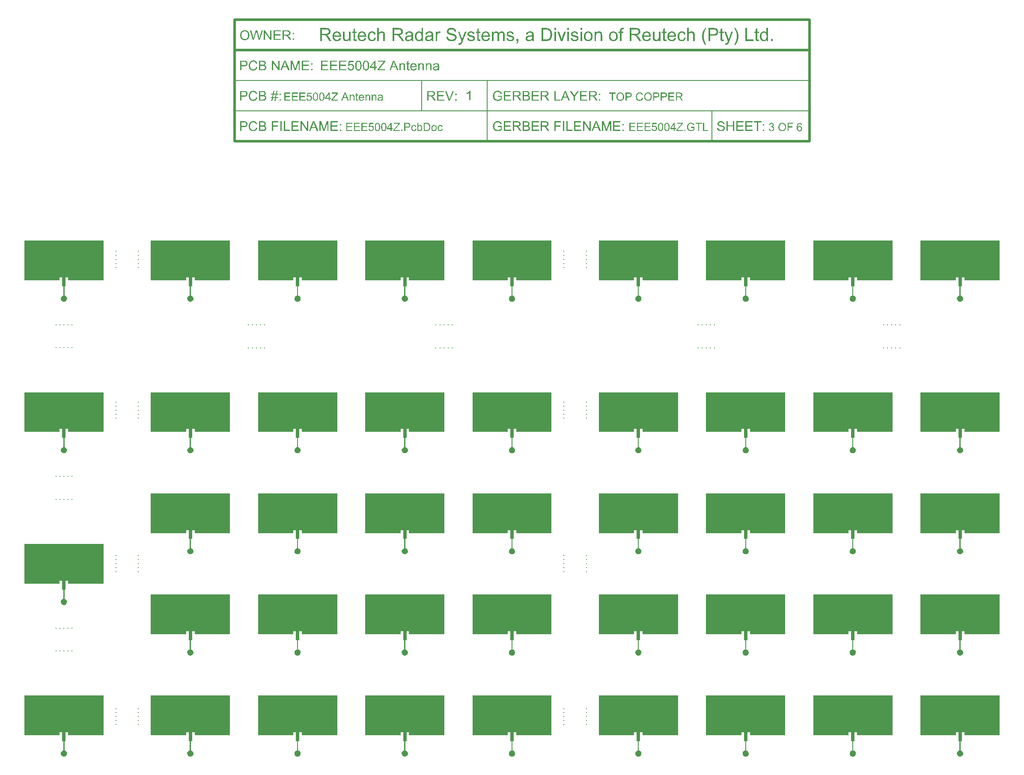
<source format=gtl>
G04*
G04 #@! TF.GenerationSoftware,Altium Limited,Altium Designer,24.9.1 (31)*
G04*
G04 Layer_Physical_Order=1*
G04 Layer_Color=255*
%FSAX44Y44*%
%MOMM*%
G71*
G04*
G04 #@! TF.SameCoordinates,745B905A-5BD3-434C-A7EB-C02F30317D31*
G04*
G04*
G04 #@! TF.FilePolarity,Positive*
G04*
G01*
G75*
%ADD10C,0.2000*%
%ADD11C,0.5000*%
%ADD12C,0.3000*%
%ADD13C,1.2000*%
G36*
X03914400Y02585654D02*
X03844555D01*
Y02591654D01*
X03839555D01*
Y02574046D01*
X03837150D01*
Y02555462D01*
X03838262Y02555274D01*
X03840199Y02554115D01*
X03841582Y02552332D01*
X03842223Y02550169D01*
X03842034Y02547920D01*
X03841042Y02545893D01*
X03839380Y02544366D01*
X03837278Y02543546D01*
X03835021D01*
X03832919Y02544366D01*
X03831258Y02545893D01*
X03830265Y02547920D01*
X03830076Y02550169D01*
X03830717Y02552332D01*
X03832101Y02554115D01*
X03834037Y02555274D01*
X03835150Y02555462D01*
Y02574046D01*
X03832745D01*
Y02591654D01*
X03827745D01*
Y02585654D01*
X03757900D01*
Y02664354D01*
X03914400D01*
Y02585654D01*
D02*
G37*
G36*
X04126450Y02585654D02*
X04056605D01*
Y02591654D01*
X04051605D01*
Y02574046D01*
X04049200D01*
Y02555462D01*
X04050312Y02555274D01*
X04052249Y02554115D01*
X04053632Y02552332D01*
X04054273Y02550168D01*
X04054084Y02547920D01*
X04053091Y02545893D01*
X04051430Y02544366D01*
X04049328Y02543546D01*
X04047071D01*
X04044969Y02544366D01*
X04043307Y02545893D01*
X04042315Y02547920D01*
X04042126Y02550168D01*
X04042767Y02552332D01*
X04044150Y02554115D01*
X04046087Y02555274D01*
X04047199Y02555462D01*
Y02574046D01*
X04044795D01*
Y02591654D01*
X04039795D01*
Y02585654D01*
X03969950D01*
Y02664354D01*
X04126450D01*
Y02585654D01*
D02*
G37*
G36*
X04338499Y02585654D02*
X04268654D01*
Y02591654D01*
X04263654D01*
Y02574046D01*
X04261249D01*
Y02555462D01*
X04262362Y02555274D01*
X04264298Y02554115D01*
X04265681Y02552332D01*
X04266323Y02550168D01*
X04266134Y02547919D01*
X04265141Y02545893D01*
X04263480Y02544365D01*
X04261378Y02543546D01*
X04259121D01*
X04257018Y02544365D01*
X04255357Y02545893D01*
X04254365Y02547919D01*
X04254176Y02550168D01*
X04254817Y02552332D01*
X04256200Y02554115D01*
X04258137Y02555274D01*
X04259249Y02555462D01*
Y02574046D01*
X04256844D01*
Y02591654D01*
X04251844D01*
Y02585654D01*
X04181999D01*
Y02664354D01*
X04338499D01*
Y02585654D01*
D02*
G37*
G36*
X04800549Y02585654D02*
X04730704D01*
Y02591654D01*
X04725704D01*
Y02574045D01*
X04723299D01*
Y02555461D01*
X04724412Y02555273D01*
X04726348Y02554115D01*
X04727732Y02552332D01*
X04728373Y02550168D01*
X04728184Y02547919D01*
X04727191Y02545893D01*
X04725530Y02544365D01*
X04723428Y02543546D01*
X04721171D01*
X04719069Y02544365D01*
X04717408Y02545893D01*
X04716415Y02547919D01*
X04716226Y02550168D01*
X04716867Y02552332D01*
X04718250Y02554115D01*
X04720187Y02555273D01*
X04721299Y02555461D01*
Y02574045D01*
X04718894D01*
Y02591654D01*
X04713894D01*
Y02585654D01*
X04644049D01*
Y02664354D01*
X04800549D01*
Y02585654D01*
D02*
G37*
G36*
X04550549Y02585654D02*
X04480704D01*
Y02591654D01*
X04475704D01*
Y02574045D01*
X04473299D01*
Y02555461D01*
X04474412Y02555273D01*
X04476348Y02554115D01*
X04477731Y02552332D01*
X04478372Y02550168D01*
X04478184Y02547919D01*
X04477191Y02545893D01*
X04475530Y02544365D01*
X04473427Y02543546D01*
X04471171D01*
X04469068Y02544365D01*
X04467407Y02545893D01*
X04466414Y02547919D01*
X04466226Y02550168D01*
X04466867Y02552332D01*
X04468250Y02554115D01*
X04470186Y02555273D01*
X04471299Y02555461D01*
Y02574045D01*
X04468894D01*
Y02591654D01*
X04463894D01*
Y02585654D01*
X04394049D01*
Y02664354D01*
X04550549D01*
Y02585654D01*
D02*
G37*
G36*
X05012599Y02585654D02*
X04942754D01*
Y02591654D01*
X04937754D01*
Y02574045D01*
X04935349D01*
Y02555461D01*
X04936462Y02555273D01*
X04938398Y02554115D01*
X04939781Y02552332D01*
X04940422Y02550168D01*
X04940234Y02547919D01*
X04939241Y02545892D01*
X04937580Y02544365D01*
X04935478Y02543545D01*
X04933221D01*
X04931118Y02544365D01*
X04929457Y02545892D01*
X04928465Y02547919D01*
X04928276Y02550168D01*
X04928917Y02552332D01*
X04930300Y02554115D01*
X04932237Y02555273D01*
X04933349Y02555461D01*
Y02574045D01*
X04930944D01*
Y02591654D01*
X04925944D01*
Y02585654D01*
X04856099D01*
Y02664354D01*
X05012599D01*
Y02585654D01*
D02*
G37*
G36*
X05224649Y02585653D02*
X05154804D01*
Y02591653D01*
X05149804D01*
Y02574045D01*
X05147399D01*
Y02555461D01*
X05148511Y02555273D01*
X05150448Y02554114D01*
X05151831Y02552331D01*
X05152473Y02550168D01*
X05152283Y02547919D01*
X05151291Y02545892D01*
X05149630Y02544365D01*
X05147527Y02543545D01*
X05145271D01*
X05143168Y02544365D01*
X05141507Y02545892D01*
X05140515Y02547919D01*
X05140326Y02550168D01*
X05140967Y02552331D01*
X05142350Y02554114D01*
X05144286Y02555273D01*
X05145399Y02555461D01*
Y02574045D01*
X05142994D01*
Y02591653D01*
X05137994D01*
Y02585653D01*
X05068149D01*
Y02664353D01*
X05224649D01*
Y02585653D01*
D02*
G37*
G36*
X05436699Y02585653D02*
X05366854D01*
Y02591653D01*
X05361854D01*
Y02574045D01*
X05359449D01*
Y02555461D01*
X05360562Y02555273D01*
X05362498Y02554114D01*
X05363881Y02552331D01*
X05364522Y02550168D01*
X05364333Y02547919D01*
X05363340Y02545892D01*
X05361680Y02544365D01*
X05359577Y02543545D01*
X05357321D01*
X05355218Y02544365D01*
X05353557Y02545892D01*
X05352564Y02547919D01*
X05352375Y02550168D01*
X05353016Y02552331D01*
X05354400Y02554114D01*
X05356336Y02555273D01*
X05357449Y02555461D01*
Y02574045D01*
X05355044D01*
Y02591653D01*
X05350044D01*
Y02585653D01*
X05280199D01*
Y02664353D01*
X05436699D01*
Y02585653D01*
D02*
G37*
G36*
X03664399Y02585650D02*
X03594554D01*
Y02591650D01*
X03589554D01*
Y02574042D01*
X03587149D01*
Y02555458D01*
X03588261Y02555270D01*
X03590198Y02554111D01*
X03591581Y02552328D01*
X03592222Y02550164D01*
X03592033Y02547916D01*
X03591041Y02545889D01*
X03589380Y02544362D01*
X03587277Y02543542D01*
X03585020D01*
X03582918Y02544362D01*
X03581257Y02545889D01*
X03580264Y02547916D01*
X03580075Y02550164D01*
X03580716Y02552328D01*
X03582100Y02554111D01*
X03584036Y02555270D01*
X03585149Y02555458D01*
Y02574042D01*
X03582744D01*
Y02591650D01*
X03577744D01*
Y02585650D01*
X03507899D01*
Y02664350D01*
X03664399D01*
Y02585650D01*
D02*
G37*
G36*
Y02285650D02*
X03594554D01*
Y02291650D01*
X03589554D01*
Y02274042D01*
X03587149D01*
Y02255458D01*
X03588261Y02255270D01*
X03590198Y02254111D01*
X03591581Y02252328D01*
X03592222Y02250164D01*
X03592033Y02247916D01*
X03591041Y02245889D01*
X03589380Y02244362D01*
X03587277Y02243542D01*
X03585020D01*
X03582918Y02244362D01*
X03581257Y02245889D01*
X03580264Y02247916D01*
X03580075Y02250164D01*
X03580716Y02252328D01*
X03582100Y02254111D01*
X03584036Y02255270D01*
X03585149Y02255458D01*
Y02274042D01*
X03582744D01*
Y02291650D01*
X03577744D01*
Y02285650D01*
X03507899D01*
Y02364350D01*
X03664399D01*
Y02285650D01*
D02*
G37*
G36*
X03914400Y02285649D02*
X03844555D01*
Y02291649D01*
X03839555D01*
Y02274041D01*
X03837150D01*
Y02255457D01*
X03838262Y02255269D01*
X03840199Y02254110D01*
X03841582Y02252327D01*
X03842223Y02250164D01*
X03842034Y02247915D01*
X03841042Y02245888D01*
X03839380Y02244361D01*
X03837278Y02243541D01*
X03835021D01*
X03832919Y02244361D01*
X03831258Y02245888D01*
X03830265Y02247915D01*
X03830076Y02250164D01*
X03830717Y02252327D01*
X03832101Y02254110D01*
X03834037Y02255269D01*
X03835150Y02255457D01*
Y02274041D01*
X03832745D01*
Y02291649D01*
X03827745D01*
Y02285649D01*
X03757900D01*
Y02364349D01*
X03914400D01*
Y02285649D01*
D02*
G37*
G36*
X04126450Y02285649D02*
X04056605D01*
Y02291649D01*
X04051605D01*
Y02274041D01*
X04049200D01*
Y02255457D01*
X04050312Y02255269D01*
X04052249Y02254110D01*
X04053632Y02252327D01*
X04054273Y02250163D01*
X04054084Y02247915D01*
X04053091Y02245888D01*
X04051430Y02244361D01*
X04049328Y02243541D01*
X04047071D01*
X04044969Y02244361D01*
X04043307Y02245888D01*
X04042315Y02247915D01*
X04042126Y02250163D01*
X04042767Y02252327D01*
X04044150Y02254110D01*
X04046087Y02255269D01*
X04047199Y02255457D01*
Y02274041D01*
X04044795D01*
Y02291649D01*
X04039795D01*
Y02285649D01*
X03969950D01*
Y02364349D01*
X04126450D01*
Y02285649D01*
D02*
G37*
G36*
X04338499Y02285649D02*
X04268654D01*
Y02291649D01*
X04263654D01*
Y02274041D01*
X04261249D01*
Y02255457D01*
X04262362Y02255269D01*
X04264298Y02254110D01*
X04265681Y02252327D01*
X04266323Y02250163D01*
X04266134Y02247914D01*
X04265141Y02245888D01*
X04263480Y02244360D01*
X04261378Y02243541D01*
X04259121D01*
X04257018Y02244360D01*
X04255357Y02245888D01*
X04254365Y02247914D01*
X04254176Y02250163D01*
X04254817Y02252327D01*
X04256200Y02254110D01*
X04258137Y02255269D01*
X04259249Y02255457D01*
Y02274041D01*
X04256844D01*
Y02291649D01*
X04251844D01*
Y02285649D01*
X04181999D01*
Y02364349D01*
X04338499D01*
Y02285649D01*
D02*
G37*
G36*
X04800549Y02285649D02*
X04730704D01*
Y02291649D01*
X04725704D01*
Y02274040D01*
X04723299D01*
Y02255457D01*
X04724412Y02255268D01*
X04726348Y02254110D01*
X04727732Y02252327D01*
X04728373Y02250163D01*
X04728184Y02247914D01*
X04727191Y02245888D01*
X04725530Y02244360D01*
X04723428Y02243540D01*
X04721171D01*
X04719069Y02244360D01*
X04717408Y02245888D01*
X04716415Y02247914D01*
X04716226Y02250163D01*
X04716867Y02252327D01*
X04718250Y02254110D01*
X04720187Y02255268D01*
X04721299Y02255457D01*
Y02274040D01*
X04718894D01*
Y02291649D01*
X04713894D01*
Y02285649D01*
X04644049D01*
Y02364349D01*
X04800549D01*
Y02285649D01*
D02*
G37*
G36*
X04550549Y02285649D02*
X04480704D01*
Y02291649D01*
X04475704D01*
Y02274040D01*
X04473299D01*
Y02255457D01*
X04474412Y02255268D01*
X04476348Y02254110D01*
X04477731Y02252327D01*
X04478372Y02250163D01*
X04478184Y02247914D01*
X04477191Y02245888D01*
X04475530Y02244360D01*
X04473427Y02243540D01*
X04471171D01*
X04469068Y02244360D01*
X04467407Y02245888D01*
X04466414Y02247914D01*
X04466226Y02250163D01*
X04466867Y02252327D01*
X04468250Y02254110D01*
X04470186Y02255268D01*
X04471299Y02255457D01*
Y02274040D01*
X04468894D01*
Y02291649D01*
X04463894D01*
Y02285649D01*
X04394049D01*
Y02364349D01*
X04550549D01*
Y02285649D01*
D02*
G37*
G36*
X05012599Y02285649D02*
X04942754D01*
Y02291649D01*
X04937754D01*
Y02274040D01*
X04935349D01*
Y02255456D01*
X04936462Y02255268D01*
X04938398Y02254109D01*
X04939781Y02252327D01*
X04940422Y02250163D01*
X04940234Y02247914D01*
X04939241Y02245887D01*
X04937580Y02244360D01*
X04935478Y02243540D01*
X04933221D01*
X04931118Y02244360D01*
X04929457Y02245887D01*
X04928465Y02247914D01*
X04928276Y02250163D01*
X04928917Y02252327D01*
X04930300Y02254109D01*
X04932237Y02255268D01*
X04933349Y02255456D01*
Y02274040D01*
X04930944D01*
Y02291649D01*
X04925944D01*
Y02285649D01*
X04856099D01*
Y02364349D01*
X05012599D01*
Y02285649D01*
D02*
G37*
G36*
X05224649Y02285648D02*
X05154804D01*
Y02291648D01*
X05149804D01*
Y02274040D01*
X05147399D01*
Y02255456D01*
X05148511Y02255268D01*
X05150448Y02254109D01*
X05151831Y02252326D01*
X05152473Y02250163D01*
X05152283Y02247914D01*
X05151291Y02245887D01*
X05149630Y02244360D01*
X05147527Y02243540D01*
X05145271D01*
X05143168Y02244360D01*
X05141507Y02245887D01*
X05140515Y02247914D01*
X05140326Y02250163D01*
X05140967Y02252326D01*
X05142350Y02254109D01*
X05144286Y02255268D01*
X05145399Y02255456D01*
Y02274040D01*
X05142994D01*
Y02291648D01*
X05137994D01*
Y02285648D01*
X05068149D01*
Y02364348D01*
X05224649D01*
Y02285648D01*
D02*
G37*
G36*
X05436699Y02285648D02*
X05366854D01*
Y02291648D01*
X05361854D01*
Y02274040D01*
X05359449D01*
Y02255456D01*
X05360562Y02255268D01*
X05362498Y02254109D01*
X05363881Y02252326D01*
X05364522Y02250162D01*
X05364333Y02247914D01*
X05363340Y02245887D01*
X05361680Y02244360D01*
X05359577Y02243540D01*
X05357321D01*
X05355218Y02244360D01*
X05353557Y02245887D01*
X05352564Y02247914D01*
X05352375Y02250162D01*
X05353016Y02252326D01*
X05354400Y02254109D01*
X05356336Y02255268D01*
X05357449Y02255456D01*
Y02274040D01*
X05355044D01*
Y02291648D01*
X05350044D01*
Y02285648D01*
X05280199D01*
Y02364348D01*
X05436699D01*
Y02285648D01*
D02*
G37*
G36*
X03914400Y02085649D02*
X03844555D01*
Y02091649D01*
X03839555D01*
Y02074041D01*
X03837150D01*
Y02055457D01*
X03838262Y02055269D01*
X03840199Y02054110D01*
X03841582Y02052327D01*
X03842223Y02050164D01*
X03842034Y02047915D01*
X03841042Y02045888D01*
X03839380Y02044361D01*
X03837278Y02043541D01*
X03835021D01*
X03832919Y02044361D01*
X03831258Y02045888D01*
X03830265Y02047915D01*
X03830076Y02050164D01*
X03830717Y02052327D01*
X03832101Y02054110D01*
X03834037Y02055269D01*
X03835150Y02055457D01*
Y02074041D01*
X03832745D01*
Y02091649D01*
X03827745D01*
Y02085649D01*
X03757900D01*
Y02164349D01*
X03914400D01*
Y02085649D01*
D02*
G37*
G36*
X04126450Y02085649D02*
X04056605D01*
Y02091649D01*
X04051605D01*
Y02074041D01*
X04049200D01*
Y02055457D01*
X04050312Y02055269D01*
X04052249Y02054110D01*
X04053632Y02052327D01*
X04054273Y02050163D01*
X04054084Y02047915D01*
X04053091Y02045888D01*
X04051430Y02044361D01*
X04049328Y02043541D01*
X04047071D01*
X04044969Y02044361D01*
X04043307Y02045888D01*
X04042315Y02047915D01*
X04042126Y02050163D01*
X04042767Y02052327D01*
X04044150Y02054110D01*
X04046087Y02055269D01*
X04047199Y02055457D01*
Y02074041D01*
X04044795D01*
Y02091649D01*
X04039795D01*
Y02085649D01*
X03969950D01*
Y02164349D01*
X04126450D01*
Y02085649D01*
D02*
G37*
G36*
X04338499Y02085649D02*
X04268654D01*
Y02091649D01*
X04263654D01*
Y02074041D01*
X04261249D01*
Y02055457D01*
X04262362Y02055269D01*
X04264298Y02054110D01*
X04265681Y02052327D01*
X04266323Y02050163D01*
X04266134Y02047914D01*
X04265141Y02045888D01*
X04263480Y02044360D01*
X04261378Y02043541D01*
X04259121D01*
X04257018Y02044360D01*
X04255357Y02045888D01*
X04254365Y02047914D01*
X04254176Y02050163D01*
X04254817Y02052327D01*
X04256200Y02054110D01*
X04258137Y02055269D01*
X04259249Y02055457D01*
Y02074041D01*
X04256844D01*
Y02091649D01*
X04251844D01*
Y02085649D01*
X04181999D01*
Y02164349D01*
X04338499D01*
Y02085649D01*
D02*
G37*
G36*
X04800549Y02085649D02*
X04730704D01*
Y02091649D01*
X04725704D01*
Y02074040D01*
X04723299D01*
Y02055457D01*
X04724412Y02055268D01*
X04726348Y02054110D01*
X04727732Y02052327D01*
X04728373Y02050163D01*
X04728184Y02047914D01*
X04727191Y02045888D01*
X04725530Y02044360D01*
X04723428Y02043540D01*
X04721171D01*
X04719069Y02044360D01*
X04717408Y02045888D01*
X04716415Y02047914D01*
X04716226Y02050163D01*
X04716867Y02052327D01*
X04718250Y02054110D01*
X04720187Y02055268D01*
X04721299Y02055457D01*
Y02074040D01*
X04718894D01*
Y02091649D01*
X04713894D01*
Y02085649D01*
X04644049D01*
Y02164349D01*
X04800549D01*
Y02085649D01*
D02*
G37*
G36*
X04550549Y02085649D02*
X04480704D01*
Y02091649D01*
X04475704D01*
Y02074040D01*
X04473299D01*
Y02055456D01*
X04474412Y02055268D01*
X04476348Y02054110D01*
X04477731Y02052327D01*
X04478372Y02050163D01*
X04478184Y02047914D01*
X04477191Y02045888D01*
X04475530Y02044360D01*
X04473427Y02043540D01*
X04471171D01*
X04469068Y02044360D01*
X04467407Y02045888D01*
X04466414Y02047914D01*
X04466226Y02050163D01*
X04466867Y02052327D01*
X04468250Y02054110D01*
X04470186Y02055268D01*
X04471299Y02055456D01*
Y02074040D01*
X04468894D01*
Y02091649D01*
X04463894D01*
Y02085649D01*
X04394049D01*
Y02164349D01*
X04550549D01*
Y02085649D01*
D02*
G37*
G36*
X05012599Y02085649D02*
X04942754D01*
Y02091649D01*
X04937754D01*
Y02074040D01*
X04935349D01*
Y02055456D01*
X04936462Y02055268D01*
X04938398Y02054109D01*
X04939781Y02052327D01*
X04940422Y02050163D01*
X04940234Y02047914D01*
X04939241Y02045887D01*
X04937580Y02044360D01*
X04935478Y02043540D01*
X04933221D01*
X04931118Y02044360D01*
X04929457Y02045887D01*
X04928465Y02047914D01*
X04928276Y02050163D01*
X04928917Y02052327D01*
X04930300Y02054109D01*
X04932237Y02055268D01*
X04933349Y02055456D01*
Y02074040D01*
X04930944D01*
Y02091649D01*
X04925944D01*
Y02085649D01*
X04856099D01*
Y02164349D01*
X05012599D01*
Y02085649D01*
D02*
G37*
G36*
X05224649Y02085648D02*
X05154804D01*
Y02091648D01*
X05149804D01*
Y02074040D01*
X05147399D01*
Y02055456D01*
X05148511Y02055268D01*
X05150448Y02054109D01*
X05151831Y02052326D01*
X05152473Y02050163D01*
X05152283Y02047914D01*
X05151291Y02045887D01*
X05149630Y02044360D01*
X05147527Y02043540D01*
X05145271D01*
X05143168Y02044360D01*
X05141507Y02045887D01*
X05140515Y02047914D01*
X05140326Y02050163D01*
X05140967Y02052326D01*
X05142350Y02054109D01*
X05144286Y02055268D01*
X05145399Y02055456D01*
Y02074040D01*
X05142994D01*
Y02091648D01*
X05137994D01*
Y02085648D01*
X05068149D01*
Y02164348D01*
X05224649D01*
Y02085648D01*
D02*
G37*
G36*
X05436699Y02085648D02*
X05366854D01*
Y02091648D01*
X05361854D01*
Y02074040D01*
X05359449D01*
Y02055456D01*
X05360562Y02055268D01*
X05362498Y02054109D01*
X05363881Y02052326D01*
X05364522Y02050162D01*
X05364333Y02047914D01*
X05363340Y02045887D01*
X05361680Y02044360D01*
X05359577Y02043540D01*
X05357321D01*
X05355218Y02044360D01*
X05353557Y02045887D01*
X05352564Y02047914D01*
X05352375Y02050162D01*
X05353016Y02052326D01*
X05354400Y02054109D01*
X05356336Y02055268D01*
X05357449Y02055456D01*
Y02074040D01*
X05355044D01*
Y02091648D01*
X05350044D01*
Y02085648D01*
X05280199D01*
Y02164348D01*
X05436699D01*
Y02085648D01*
D02*
G37*
G36*
X03664399Y01985649D02*
X03594554D01*
Y01991649D01*
X03589554D01*
Y01974041D01*
X03587149D01*
Y01955457D01*
X03588261Y01955269D01*
X03590198Y01954110D01*
X03591581Y01952327D01*
X03592222Y01950164D01*
X03592033Y01947915D01*
X03591041Y01945888D01*
X03589380Y01944361D01*
X03587277Y01943541D01*
X03585020D01*
X03582918Y01944361D01*
X03581257Y01945888D01*
X03580264Y01947915D01*
X03580075Y01950164D01*
X03580717Y01952327D01*
X03582100Y01954110D01*
X03584036Y01955269D01*
X03585149Y01955457D01*
Y01974041D01*
X03582744D01*
Y01991649D01*
X03577744D01*
Y01985649D01*
X03507899D01*
Y02064349D01*
X03664399D01*
Y01985649D01*
D02*
G37*
G36*
X03914400Y01885649D02*
X03844555D01*
Y01891649D01*
X03839555D01*
Y01874041D01*
X03837150D01*
Y01855457D01*
X03838262Y01855269D01*
X03840199Y01854110D01*
X03841582Y01852327D01*
X03842223Y01850164D01*
X03842034Y01847915D01*
X03841042Y01845888D01*
X03839380Y01844361D01*
X03837278Y01843541D01*
X03835021D01*
X03832919Y01844361D01*
X03831258Y01845888D01*
X03830265Y01847915D01*
X03830076Y01850164D01*
X03830717Y01852327D01*
X03832101Y01854110D01*
X03834037Y01855269D01*
X03835150Y01855457D01*
Y01874041D01*
X03832745D01*
Y01891649D01*
X03827745D01*
Y01885649D01*
X03757900D01*
Y01964349D01*
X03914400D01*
Y01885649D01*
D02*
G37*
G36*
X04126450Y01885649D02*
X04056605D01*
Y01891649D01*
X04051605D01*
Y01874041D01*
X04049200D01*
Y01855457D01*
X04050312Y01855269D01*
X04052249Y01854110D01*
X04053632Y01852327D01*
X04054273Y01850163D01*
X04054084Y01847915D01*
X04053091Y01845888D01*
X04051430Y01844361D01*
X04049328Y01843541D01*
X04047071D01*
X04044969Y01844361D01*
X04043307Y01845888D01*
X04042315Y01847915D01*
X04042126Y01850163D01*
X04042767Y01852327D01*
X04044150Y01854110D01*
X04046087Y01855269D01*
X04047199Y01855457D01*
Y01874041D01*
X04044795D01*
Y01891649D01*
X04039795D01*
Y01885649D01*
X03969950D01*
Y01964349D01*
X04126450D01*
Y01885649D01*
D02*
G37*
G36*
X04338499Y01885649D02*
X04268654D01*
Y01891649D01*
X04263654D01*
Y01874041D01*
X04261249D01*
Y01855457D01*
X04262362Y01855269D01*
X04264298Y01854110D01*
X04265681Y01852327D01*
X04266323Y01850163D01*
X04266134Y01847914D01*
X04265141Y01845888D01*
X04263480Y01844360D01*
X04261378Y01843541D01*
X04259121D01*
X04257018Y01844360D01*
X04255357Y01845888D01*
X04254365Y01847914D01*
X04254176Y01850163D01*
X04254817Y01852327D01*
X04256200Y01854110D01*
X04258137Y01855269D01*
X04259249Y01855457D01*
Y01874041D01*
X04256844D01*
Y01891649D01*
X04251844D01*
Y01885649D01*
X04181999D01*
Y01964349D01*
X04338499D01*
Y01885649D01*
D02*
G37*
G36*
X04800549Y01885649D02*
X04730704D01*
Y01891649D01*
X04725704D01*
Y01874040D01*
X04723299D01*
Y01855456D01*
X04724412Y01855268D01*
X04726348Y01854110D01*
X04727732Y01852327D01*
X04728373Y01850163D01*
X04728184Y01847914D01*
X04727191Y01845888D01*
X04725530Y01844360D01*
X04723428Y01843540D01*
X04721171D01*
X04719069Y01844360D01*
X04717408Y01845888D01*
X04716415Y01847914D01*
X04716226Y01850163D01*
X04716867Y01852327D01*
X04718250Y01854110D01*
X04720187Y01855268D01*
X04721299Y01855456D01*
Y01874040D01*
X04718894D01*
Y01891649D01*
X04713894D01*
Y01885649D01*
X04644049D01*
Y01964349D01*
X04800549D01*
Y01885649D01*
D02*
G37*
G36*
X04550549Y01885649D02*
X04480704D01*
Y01891649D01*
X04475704D01*
Y01874040D01*
X04473299D01*
Y01855456D01*
X04474412Y01855268D01*
X04476348Y01854110D01*
X04477731Y01852327D01*
X04478372Y01850163D01*
X04478184Y01847914D01*
X04477191Y01845888D01*
X04475530Y01844360D01*
X04473427Y01843540D01*
X04471171D01*
X04469068Y01844360D01*
X04467407Y01845888D01*
X04466414Y01847914D01*
X04466226Y01850163D01*
X04466867Y01852327D01*
X04468250Y01854110D01*
X04470186Y01855268D01*
X04471299Y01855456D01*
Y01874040D01*
X04468894D01*
Y01891649D01*
X04463894D01*
Y01885649D01*
X04394049D01*
Y01964349D01*
X04550549D01*
Y01885649D01*
D02*
G37*
G36*
X05012599Y01885649D02*
X04942754D01*
Y01891649D01*
X04937754D01*
Y01874040D01*
X04935349D01*
Y01855456D01*
X04936462Y01855268D01*
X04938398Y01854109D01*
X04939781Y01852326D01*
X04940422Y01850163D01*
X04940234Y01847914D01*
X04939241Y01845887D01*
X04937580Y01844360D01*
X04935478Y01843540D01*
X04933221D01*
X04931118Y01844360D01*
X04929457Y01845887D01*
X04928465Y01847914D01*
X04928276Y01850163D01*
X04928917Y01852326D01*
X04930300Y01854109D01*
X04932237Y01855268D01*
X04933349Y01855456D01*
Y01874040D01*
X04930944D01*
Y01891649D01*
X04925944D01*
Y01885649D01*
X04856099D01*
Y01964348D01*
X05012599D01*
Y01885649D01*
D02*
G37*
G36*
X05224649Y01885648D02*
X05154804D01*
Y01891648D01*
X05149804D01*
Y01874040D01*
X05147399D01*
Y01855456D01*
X05148511Y01855268D01*
X05150448Y01854109D01*
X05151831Y01852326D01*
X05152473Y01850163D01*
X05152283Y01847914D01*
X05151291Y01845887D01*
X05149630Y01844360D01*
X05147527Y01843540D01*
X05145271D01*
X05143168Y01844360D01*
X05141507Y01845887D01*
X05140515Y01847914D01*
X05140326Y01850163D01*
X05140967Y01852326D01*
X05142350Y01854109D01*
X05144286Y01855268D01*
X05145399Y01855456D01*
Y01874040D01*
X05142994D01*
Y01891648D01*
X05137994D01*
Y01885648D01*
X05068149D01*
Y01964348D01*
X05224649D01*
Y01885648D01*
D02*
G37*
G36*
X05436699Y01885648D02*
X05366854D01*
Y01891648D01*
X05361854D01*
Y01874040D01*
X05359449D01*
Y01855456D01*
X05360562Y01855268D01*
X05362498Y01854109D01*
X05363881Y01852326D01*
X05364522Y01850162D01*
X05364333Y01847914D01*
X05363340Y01845887D01*
X05361680Y01844359D01*
X05359577Y01843540D01*
X05357321D01*
X05355218Y01844359D01*
X05353557Y01845887D01*
X05352564Y01847914D01*
X05352375Y01850162D01*
X05353016Y01852326D01*
X05354400Y01854109D01*
X05356336Y01855268D01*
X05357449Y01855456D01*
Y01874040D01*
X05355044D01*
Y01891648D01*
X05350044D01*
Y01885648D01*
X05280199D01*
Y01964348D01*
X05436699D01*
Y01885648D01*
D02*
G37*
G36*
X03914400Y01685649D02*
X03844555D01*
Y01691649D01*
X03839555D01*
Y01674041D01*
X03837150D01*
Y01655457D01*
X03838262Y01655269D01*
X03840199Y01654110D01*
X03841582Y01652327D01*
X03842223Y01650164D01*
X03842034Y01647915D01*
X03841042Y01645888D01*
X03839380Y01644361D01*
X03837278Y01643541D01*
X03835021D01*
X03832919Y01644361D01*
X03831258Y01645888D01*
X03830265Y01647915D01*
X03830076Y01650164D01*
X03830717Y01652327D01*
X03832101Y01654110D01*
X03834037Y01655269D01*
X03835150Y01655457D01*
Y01674041D01*
X03832745D01*
Y01691649D01*
X03827745D01*
Y01685649D01*
X03757900D01*
Y01764349D01*
X03914400D01*
Y01685649D01*
D02*
G37*
G36*
X03664399D02*
X03594554D01*
Y01691649D01*
X03589554D01*
Y01674041D01*
X03587149D01*
Y01655457D01*
X03588261Y01655269D01*
X03590198Y01654110D01*
X03591581Y01652327D01*
X03592222Y01650164D01*
X03592033Y01647915D01*
X03591041Y01645888D01*
X03589380Y01644361D01*
X03587277Y01643541D01*
X03585020D01*
X03582918Y01644361D01*
X03581257Y01645888D01*
X03580264Y01647915D01*
X03580075Y01650164D01*
X03580717Y01652327D01*
X03582100Y01654110D01*
X03584036Y01655269D01*
X03585149Y01655457D01*
Y01674041D01*
X03582744D01*
Y01691649D01*
X03577744D01*
Y01685649D01*
X03507899D01*
Y01764349D01*
X03664399D01*
Y01685649D01*
D02*
G37*
G36*
X04126450Y01685649D02*
X04056605D01*
Y01691649D01*
X04051605D01*
Y01674041D01*
X04049200D01*
Y01655457D01*
X04050312Y01655269D01*
X04052249Y01654110D01*
X04053632Y01652327D01*
X04054273Y01650163D01*
X04054084Y01647915D01*
X04053091Y01645888D01*
X04051430Y01644361D01*
X04049328Y01643541D01*
X04047071D01*
X04044969Y01644361D01*
X04043307Y01645888D01*
X04042315Y01647915D01*
X04042126Y01650163D01*
X04042767Y01652327D01*
X04044150Y01654110D01*
X04046087Y01655269D01*
X04047199Y01655457D01*
Y01674041D01*
X04044795D01*
Y01691649D01*
X04039795D01*
Y01685649D01*
X03969950D01*
Y01764349D01*
X04126450D01*
Y01685649D01*
D02*
G37*
G36*
X04338499Y01685649D02*
X04268654D01*
Y01691649D01*
X04263654D01*
Y01674041D01*
X04261249D01*
Y01655457D01*
X04262362Y01655269D01*
X04264298Y01654110D01*
X04265681Y01652327D01*
X04266323Y01650163D01*
X04266134Y01647914D01*
X04265141Y01645888D01*
X04263480Y01644360D01*
X04261378Y01643540D01*
X04259121D01*
X04257018Y01644360D01*
X04255357Y01645888D01*
X04254365Y01647914D01*
X04254176Y01650163D01*
X04254817Y01652327D01*
X04256200Y01654110D01*
X04258137Y01655269D01*
X04259249Y01655457D01*
Y01674041D01*
X04256844D01*
Y01691649D01*
X04251844D01*
Y01685649D01*
X04181999D01*
Y01764349D01*
X04338499D01*
Y01685649D01*
D02*
G37*
G36*
X04800549Y01685649D02*
X04730704D01*
Y01691649D01*
X04725704D01*
Y01674040D01*
X04723299D01*
Y01655456D01*
X04724412Y01655268D01*
X04726348Y01654110D01*
X04727732Y01652327D01*
X04728373Y01650163D01*
X04728184Y01647914D01*
X04727191Y01645888D01*
X04725530Y01644360D01*
X04723428Y01643540D01*
X04721171D01*
X04719069Y01644360D01*
X04717408Y01645888D01*
X04716415Y01647914D01*
X04716226Y01650163D01*
X04716867Y01652327D01*
X04718250Y01654110D01*
X04720187Y01655268D01*
X04721299Y01655456D01*
Y01674040D01*
X04718894D01*
Y01691649D01*
X04713894D01*
Y01685649D01*
X04644049D01*
Y01764349D01*
X04800549D01*
Y01685649D01*
D02*
G37*
G36*
X04550549Y01685649D02*
X04480704D01*
Y01691649D01*
X04475704D01*
Y01674040D01*
X04473299D01*
Y01655456D01*
X04474412Y01655268D01*
X04476348Y01654110D01*
X04477731Y01652327D01*
X04478372Y01650163D01*
X04478184Y01647914D01*
X04477191Y01645888D01*
X04475530Y01644360D01*
X04473427Y01643540D01*
X04471171D01*
X04469068Y01644360D01*
X04467407Y01645888D01*
X04466414Y01647914D01*
X04466226Y01650163D01*
X04466867Y01652327D01*
X04468250Y01654110D01*
X04470186Y01655268D01*
X04471299Y01655456D01*
Y01674040D01*
X04468894D01*
Y01691649D01*
X04463894D01*
Y01685649D01*
X04394049D01*
Y01764349D01*
X04550549D01*
Y01685649D01*
D02*
G37*
G36*
X05012599Y01685648D02*
X04942754D01*
Y01691649D01*
X04937754D01*
Y01674040D01*
X04935349D01*
Y01655456D01*
X04936462Y01655268D01*
X04938398Y01654109D01*
X04939781Y01652326D01*
X04940422Y01650163D01*
X04940234Y01647914D01*
X04939241Y01645887D01*
X04937580Y01644360D01*
X04935478Y01643540D01*
X04933221D01*
X04931118Y01644360D01*
X04929457Y01645887D01*
X04928465Y01647914D01*
X04928276Y01650163D01*
X04928917Y01652326D01*
X04930300Y01654109D01*
X04932237Y01655268D01*
X04933349Y01655456D01*
Y01674040D01*
X04930944D01*
Y01691649D01*
X04925944D01*
Y01685648D01*
X04856099D01*
Y01764348D01*
X05012599D01*
Y01685648D01*
D02*
G37*
G36*
X05224649Y01685648D02*
X05154804D01*
Y01691648D01*
X05149804D01*
Y01674040D01*
X05147399D01*
Y01655456D01*
X05148511Y01655268D01*
X05150448Y01654109D01*
X05151831Y01652326D01*
X05152473Y01650163D01*
X05152283Y01647914D01*
X05151291Y01645887D01*
X05149630Y01644360D01*
X05147527Y01643540D01*
X05145271D01*
X05143168Y01644360D01*
X05141507Y01645887D01*
X05140515Y01647914D01*
X05140326Y01650163D01*
X05140967Y01652326D01*
X05142350Y01654109D01*
X05144286Y01655268D01*
X05145399Y01655456D01*
Y01674040D01*
X05142994D01*
Y01691648D01*
X05137994D01*
Y01685648D01*
X05068149D01*
Y01764348D01*
X05224649D01*
Y01685648D01*
D02*
G37*
G36*
X05436699Y01685648D02*
X05366854D01*
Y01691648D01*
X05361854D01*
Y01674040D01*
X05359449D01*
Y01655456D01*
X05360562Y01655268D01*
X05362498Y01654109D01*
X05363881Y01652326D01*
X05364522Y01650162D01*
X05364333Y01647914D01*
X05363340Y01645887D01*
X05361680Y01644359D01*
X05359577Y01643540D01*
X05357321D01*
X05355218Y01644359D01*
X05353557Y01645887D01*
X05352564Y01647914D01*
X05352375Y01650162D01*
X05353016Y01652326D01*
X05354400Y01654109D01*
X05356336Y01655268D01*
X05357449Y01655456D01*
Y01674040D01*
X05355044D01*
Y01691648D01*
X05350044D01*
Y01685648D01*
X05280199D01*
Y01764348D01*
X05436699D01*
Y01685648D01*
D02*
G37*
G36*
X04885887Y02900720D02*
X04886082D01*
X04886609Y02900664D01*
X04887192Y02900581D01*
X04887803Y02900442D01*
X04888469Y02900276D01*
X04889080Y02900054D01*
X04889108D01*
X04889163Y02900026D01*
X04889247Y02899970D01*
X04889358Y02899915D01*
X04889635Y02899776D01*
X04889996Y02899526D01*
X04890412Y02899248D01*
X04890829Y02898888D01*
X04891218Y02898471D01*
X04891578Y02897999D01*
Y02897971D01*
X04891606Y02897944D01*
X04891662Y02897860D01*
X04891717Y02897777D01*
X04891856Y02897499D01*
X04892023Y02897139D01*
X04892217Y02896694D01*
X04892356Y02896167D01*
X04892495Y02895612D01*
X04892550Y02895001D01*
X04890107Y02894807D01*
Y02894834D01*
Y02894890D01*
X04890079Y02894973D01*
X04890052Y02895112D01*
X04889968Y02895417D01*
X04889857Y02895834D01*
X04889691Y02896278D01*
X04889441Y02896722D01*
X04889135Y02897139D01*
X04888747Y02897527D01*
X04888691Y02897555D01*
X04888553Y02897666D01*
X04888275Y02897833D01*
X04887914Y02897999D01*
X04887442Y02898166D01*
X04886887Y02898333D01*
X04886193Y02898443D01*
X04885415Y02898471D01*
X04885027D01*
X04884860Y02898443D01*
X04884638Y02898416D01*
X04884138Y02898360D01*
X04883583Y02898249D01*
X04883028Y02898110D01*
X04882500Y02897888D01*
X04882278Y02897749D01*
X04882056Y02897610D01*
X04882000Y02897583D01*
X04881889Y02897472D01*
X04881723Y02897278D01*
X04881556Y02897055D01*
X04881362Y02896750D01*
X04881195Y02896417D01*
X04881084Y02896028D01*
X04881029Y02895584D01*
Y02895528D01*
Y02895417D01*
X04881057Y02895223D01*
X04881112Y02895001D01*
X04881195Y02894723D01*
X04881334Y02894445D01*
X04881501Y02894168D01*
X04881750Y02893890D01*
X04881778Y02893863D01*
X04881917Y02893779D01*
X04882028Y02893696D01*
X04882139Y02893640D01*
X04882306Y02893557D01*
X04882500Y02893446D01*
X04882750Y02893363D01*
X04883028Y02893252D01*
X04883333Y02893141D01*
X04883694Y02893002D01*
X04884083Y02892891D01*
X04884527Y02892752D01*
X04885027Y02892641D01*
X04885582Y02892502D01*
X04885610D01*
X04885721Y02892474D01*
X04885887Y02892447D01*
X04886082Y02892391D01*
X04886331Y02892336D01*
X04886637Y02892253D01*
X04886942Y02892169D01*
X04887275Y02892086D01*
X04887997Y02891891D01*
X04888691Y02891697D01*
X04889024Y02891586D01*
X04889330Y02891475D01*
X04889607Y02891392D01*
X04889829Y02891281D01*
X04889857D01*
X04889913Y02891253D01*
X04889996Y02891198D01*
X04890107Y02891142D01*
X04890412Y02890975D01*
X04890773Y02890753D01*
X04891190Y02890448D01*
X04891606Y02890115D01*
X04891995Y02889726D01*
X04892328Y02889310D01*
X04892356Y02889254D01*
X04892467Y02889115D01*
X04892578Y02888865D01*
X04892744Y02888532D01*
X04892883Y02888144D01*
X04893022Y02887672D01*
X04893105Y02887144D01*
X04893133Y02886589D01*
Y02886561D01*
Y02886534D01*
Y02886450D01*
Y02886339D01*
X04893078Y02886034D01*
X04893022Y02885645D01*
X04892911Y02885201D01*
X04892772Y02884729D01*
X04892550Y02884229D01*
X04892245Y02883702D01*
Y02883674D01*
X04892217Y02883646D01*
X04892078Y02883480D01*
X04891884Y02883230D01*
X04891606Y02882952D01*
X04891245Y02882619D01*
X04890801Y02882258D01*
X04890302Y02881925D01*
X04889718Y02881620D01*
X04889691D01*
X04889635Y02881592D01*
X04889552Y02881564D01*
X04889441Y02881508D01*
X04889274Y02881453D01*
X04889080Y02881370D01*
X04888636Y02881259D01*
X04888108Y02881120D01*
X04887469Y02880981D01*
X04886776Y02880898D01*
X04886026Y02880870D01*
X04885582D01*
X04885360Y02880898D01*
X04885110D01*
X04884832Y02880926D01*
X04884499Y02880953D01*
X04883805Y02881064D01*
X04883083Y02881175D01*
X04882361Y02881370D01*
X04881667Y02881620D01*
X04881640D01*
X04881584Y02881647D01*
X04881501Y02881703D01*
X04881390Y02881758D01*
X04881057Y02881925D01*
X04880668Y02882175D01*
X04880224Y02882508D01*
X04879752Y02882897D01*
X04879308Y02883369D01*
X04878891Y02883896D01*
Y02883924D01*
X04878835Y02883979D01*
X04878808Y02884062D01*
X04878724Y02884174D01*
X04878669Y02884312D01*
X04878586Y02884479D01*
X04878391Y02884895D01*
X04878197Y02885423D01*
X04878030Y02886006D01*
X04877919Y02886672D01*
X04877864Y02887366D01*
X04880251Y02887589D01*
Y02887561D01*
Y02887533D01*
X04880279Y02887450D01*
Y02887339D01*
X04880335Y02887089D01*
X04880418Y02886728D01*
X04880529Y02886367D01*
X04880640Y02885950D01*
X04880834Y02885562D01*
X04881029Y02885201D01*
X04881057Y02885173D01*
X04881140Y02885062D01*
X04881279Y02884868D01*
X04881501Y02884673D01*
X04881778Y02884424D01*
X04882084Y02884174D01*
X04882500Y02883924D01*
X04882944Y02883702D01*
X04882972D01*
X04883000Y02883674D01*
X04883083Y02883646D01*
X04883167Y02883618D01*
X04883444Y02883535D01*
X04883805Y02883424D01*
X04884249Y02883313D01*
X04884749Y02883230D01*
X04885304Y02883174D01*
X04885915Y02883146D01*
X04886165D01*
X04886442Y02883174D01*
X04886776Y02883202D01*
X04887164Y02883257D01*
X04887608Y02883313D01*
X04888053Y02883424D01*
X04888469Y02883563D01*
X04888524Y02883591D01*
X04888663Y02883646D01*
X04888858Y02883757D01*
X04889108Y02883868D01*
X04889358Y02884062D01*
X04889635Y02884257D01*
X04889913Y02884479D01*
X04890135Y02884756D01*
X04890163Y02884785D01*
X04890218Y02884895D01*
X04890302Y02885034D01*
X04890412Y02885256D01*
X04890523Y02885479D01*
X04890607Y02885756D01*
X04890662Y02886061D01*
X04890690Y02886395D01*
Y02886422D01*
Y02886561D01*
X04890662Y02886728D01*
X04890634Y02886950D01*
X04890551Y02887172D01*
X04890468Y02887450D01*
X04890329Y02887727D01*
X04890135Y02887977D01*
X04890107Y02888005D01*
X04890024Y02888088D01*
X04889913Y02888199D01*
X04889718Y02888366D01*
X04889496Y02888532D01*
X04889191Y02888727D01*
X04888830Y02888921D01*
X04888413Y02889088D01*
X04888386Y02889115D01*
X04888247Y02889143D01*
X04888025Y02889226D01*
X04887886Y02889254D01*
X04887692Y02889310D01*
X04887497Y02889393D01*
X04887248Y02889449D01*
X04886970Y02889532D01*
X04886637Y02889615D01*
X04886304Y02889698D01*
X04885915Y02889809D01*
X04885471Y02889920D01*
X04884999Y02890031D01*
X04884971D01*
X04884888Y02890059D01*
X04884749Y02890087D01*
X04884583Y02890143D01*
X04884360Y02890198D01*
X04884110Y02890254D01*
X04883555Y02890420D01*
X04882944Y02890615D01*
X04882306Y02890809D01*
X04881750Y02891003D01*
X04881501Y02891114D01*
X04881279Y02891225D01*
X04881251D01*
X04881223Y02891253D01*
X04881057Y02891364D01*
X04880807Y02891503D01*
X04880529Y02891725D01*
X04880196Y02891975D01*
X04879863Y02892280D01*
X04879530Y02892641D01*
X04879252Y02893030D01*
X04879224Y02893085D01*
X04879141Y02893224D01*
X04879030Y02893446D01*
X04878919Y02893724D01*
X04878808Y02894085D01*
X04878697Y02894501D01*
X04878614Y02894945D01*
X04878586Y02895417D01*
Y02895445D01*
Y02895473D01*
Y02895556D01*
Y02895667D01*
X04878641Y02895945D01*
X04878697Y02896306D01*
X04878780Y02896722D01*
X04878919Y02897194D01*
X04879113Y02897666D01*
X04879391Y02898138D01*
Y02898166D01*
X04879419Y02898193D01*
X04879557Y02898360D01*
X04879752Y02898582D01*
X04880002Y02898860D01*
X04880335Y02899165D01*
X04880751Y02899498D01*
X04881251Y02899804D01*
X04881806Y02900081D01*
X04881834D01*
X04881889Y02900109D01*
X04881973Y02900137D01*
X04882084Y02900192D01*
X04882223Y02900248D01*
X04882417Y02900304D01*
X04882833Y02900414D01*
X04883361Y02900526D01*
X04883972Y02900637D01*
X04884610Y02900720D01*
X04885332Y02900748D01*
X04885693D01*
X04885887Y02900720D01*
D02*
G37*
G36*
X04911761Y02881203D02*
X04909207D01*
Y02890254D01*
X04899268D01*
Y02881203D01*
X04896714D01*
Y02900414D01*
X04899268D01*
Y02892530D01*
X04909207D01*
Y02900414D01*
X04911761D01*
Y02881203D01*
D02*
G37*
G36*
X04971256Y02892447D02*
X04968563D01*
Y02895140D01*
X04971256D01*
Y02892447D01*
D02*
G37*
G36*
Y02881203D02*
X04968563D01*
Y02883896D01*
X04971256D01*
Y02881203D01*
D02*
G37*
G36*
X04965593Y02898138D02*
X04959263D01*
Y02881203D01*
X04956709D01*
Y02898138D01*
X04950379D01*
Y02900414D01*
X04965593D01*
Y02898138D01*
D02*
G37*
G36*
X04947852D02*
X04936498D01*
Y02892280D01*
X04947131D01*
Y02890004D01*
X04936498D01*
Y02883480D01*
X04948297D01*
Y02881203D01*
X04933943D01*
Y02900414D01*
X04947852D01*
Y02898138D01*
D02*
G37*
G36*
X04929946D02*
X04918591D01*
Y02892280D01*
X04929224D01*
Y02890004D01*
X04918591D01*
Y02883480D01*
X04930390D01*
Y02881203D01*
X04916037D01*
Y02900414D01*
X04929946D01*
Y02898138D01*
D02*
G37*
G36*
X05041436Y02896925D02*
X05041592Y02896908D01*
X05041783Y02896891D01*
X05041991Y02896856D01*
X05042216Y02896804D01*
X05042720Y02896682D01*
X05042962Y02896595D01*
X05043240Y02896491D01*
X05043500Y02896370D01*
X05043743Y02896214D01*
X05043986Y02896058D01*
X05044229Y02895867D01*
X05044246Y02895850D01*
X05044281Y02895815D01*
X05044350Y02895763D01*
X05044420Y02895676D01*
X05044524Y02895572D01*
X05044628Y02895433D01*
X05044749Y02895277D01*
X05044871Y02895104D01*
X05044992Y02894913D01*
X05045114Y02894687D01*
X05045235Y02894445D01*
X05045356Y02894184D01*
X05045461Y02893907D01*
X05045547Y02893612D01*
X05045634Y02893300D01*
X05045686Y02892953D01*
X05043726Y02892796D01*
Y02892814D01*
X05043708Y02892849D01*
X05043691Y02892900D01*
X05043674Y02892987D01*
X05043622Y02893195D01*
X05043535Y02893438D01*
X05043431Y02893716D01*
X05043292Y02893994D01*
X05043153Y02894254D01*
X05042980Y02894479D01*
X05042962Y02894496D01*
X05042945Y02894514D01*
X05042893Y02894566D01*
X05042841Y02894618D01*
X05042668Y02894757D01*
X05042425Y02894913D01*
X05042147Y02895069D01*
X05041800Y02895190D01*
X05041418Y02895294D01*
X05041210Y02895312D01*
X05041002Y02895329D01*
X05040846D01*
X05040655Y02895294D01*
X05040430Y02895260D01*
X05040169Y02895190D01*
X05039892Y02895104D01*
X05039614Y02894965D01*
X05039337Y02894791D01*
X05039319D01*
X05039302Y02894757D01*
X05039250Y02894722D01*
X05039181Y02894670D01*
X05039024Y02894514D01*
X05038816Y02894288D01*
X05038573Y02894011D01*
X05038330Y02893664D01*
X05038105Y02893265D01*
X05037879Y02892814D01*
Y02892796D01*
X05037862Y02892762D01*
X05037827Y02892675D01*
X05037793Y02892571D01*
X05037758Y02892449D01*
X05037706Y02892276D01*
X05037654Y02892085D01*
X05037602Y02891877D01*
X05037550Y02891634D01*
X05037515Y02891357D01*
X05037463Y02891044D01*
X05037411Y02890715D01*
X05037376Y02890368D01*
X05037359Y02889986D01*
X05037342Y02889570D01*
X05037325Y02889154D01*
X05037359Y02889188D01*
X05037394Y02889240D01*
X05037446Y02889309D01*
X05037602Y02889500D01*
X05037793Y02889743D01*
X05038053Y02890003D01*
X05038348Y02890263D01*
X05038677Y02890506D01*
X05039042Y02890732D01*
X05039059D01*
X05039094Y02890749D01*
X05039146Y02890784D01*
X05039215Y02890819D01*
X05039319Y02890853D01*
X05039424Y02890905D01*
X05039701Y02891010D01*
X05040031Y02891096D01*
X05040395Y02891183D01*
X05040794Y02891252D01*
X05041210Y02891270D01*
X05041297D01*
X05041401Y02891252D01*
X05041540D01*
X05041713Y02891218D01*
X05041904Y02891200D01*
X05042130Y02891148D01*
X05042373Y02891096D01*
X05042615Y02891010D01*
X05042893Y02890923D01*
X05043170Y02890801D01*
X05043448Y02890663D01*
X05043743Y02890489D01*
X05044021Y02890298D01*
X05044298Y02890073D01*
X05044558Y02889813D01*
X05044576Y02889795D01*
X05044611Y02889743D01*
X05044680Y02889674D01*
X05044784Y02889552D01*
X05044888Y02889413D01*
X05044992Y02889240D01*
X05045131Y02889032D01*
X05045252Y02888806D01*
X05045374Y02888546D01*
X05045513Y02888268D01*
X05045617Y02887956D01*
X05045738Y02887627D01*
X05045825Y02887280D01*
X05045894Y02886898D01*
X05045929Y02886499D01*
X05045946Y02886082D01*
Y02886065D01*
Y02886013D01*
Y02885944D01*
X05045929Y02885822D01*
Y02885701D01*
X05045912Y02885545D01*
X05045894Y02885354D01*
X05045860Y02885163D01*
X05045790Y02884730D01*
X05045669Y02884261D01*
X05045513Y02883775D01*
X05045287Y02883272D01*
Y02883255D01*
X05045252Y02883220D01*
X05045218Y02883151D01*
X05045166Y02883064D01*
X05045096Y02882960D01*
X05045027Y02882838D01*
X05044819Y02882544D01*
X05044576Y02882231D01*
X05044264Y02881902D01*
X05043899Y02881572D01*
X05043500Y02881295D01*
X05043483D01*
X05043448Y02881260D01*
X05043379Y02881225D01*
X05043292Y02881190D01*
X05043188Y02881138D01*
X05043066Y02881086D01*
X05042910Y02881017D01*
X05042754Y02880965D01*
X05042373Y02880826D01*
X05041921Y02880722D01*
X05041436Y02880652D01*
X05040915Y02880618D01*
X05040811D01*
X05040673Y02880635D01*
X05040499Y02880652D01*
X05040291Y02880670D01*
X05040048Y02880722D01*
X05039788Y02880774D01*
X05039493Y02880844D01*
X05039181Y02880948D01*
X05038851Y02881052D01*
X05038521Y02881208D01*
X05038192Y02881381D01*
X05037845Y02881589D01*
X05037532Y02881832D01*
X05037203Y02882110D01*
X05036908Y02882422D01*
X05036891Y02882440D01*
X05036838Y02882509D01*
X05036769Y02882613D01*
X05036665Y02882769D01*
X05036544Y02882960D01*
X05036422Y02883203D01*
X05036283Y02883498D01*
X05036145Y02883845D01*
X05035988Y02884226D01*
X05035850Y02884660D01*
X05035728Y02885146D01*
X05035607Y02885684D01*
X05035503Y02886273D01*
X05035433Y02886915D01*
X05035381Y02887609D01*
X05035364Y02888355D01*
Y02888372D01*
Y02888407D01*
Y02888477D01*
Y02888564D01*
Y02888668D01*
X05035381Y02888806D01*
Y02888945D01*
X05035399Y02889119D01*
X05035416Y02889500D01*
X05035451Y02889934D01*
X05035503Y02890420D01*
X05035572Y02890940D01*
X05035676Y02891495D01*
X05035780Y02892050D01*
X05035919Y02892606D01*
X05036093Y02893161D01*
X05036283Y02893698D01*
X05036509Y02894219D01*
X05036786Y02894687D01*
X05037081Y02895104D01*
X05037099Y02895121D01*
X05037151Y02895190D01*
X05037238Y02895277D01*
X05037359Y02895399D01*
X05037498Y02895537D01*
X05037689Y02895693D01*
X05037897Y02895850D01*
X05038140Y02896023D01*
X05038417Y02896197D01*
X05038730Y02896353D01*
X05039059Y02896509D01*
X05039424Y02896648D01*
X05039805Y02896769D01*
X05040221Y02896856D01*
X05040655Y02896925D01*
X05041123Y02896943D01*
X05041314D01*
X05041436Y02896925D01*
D02*
G37*
G36*
X04985848Y02897208D02*
X04986149Y02897161D01*
X04986519Y02897092D01*
X04986935Y02896976D01*
X04987352Y02896837D01*
X04987769Y02896652D01*
X04987792D01*
X04987815Y02896629D01*
X04987954Y02896560D01*
X04988162Y02896421D01*
X04988393Y02896259D01*
X04988671Y02896028D01*
X04988949Y02895773D01*
X04989226Y02895472D01*
X04989458Y02895125D01*
X04989481Y02895079D01*
X04989550Y02894963D01*
X04989643Y02894755D01*
X04989759Y02894500D01*
X04989874Y02894200D01*
X04989967Y02893853D01*
X04990036Y02893459D01*
X04990059Y02893066D01*
Y02893019D01*
Y02892881D01*
X04990036Y02892696D01*
X04989990Y02892441D01*
X04989920Y02892140D01*
X04989805Y02891816D01*
X04989666Y02891492D01*
X04989481Y02891168D01*
X04989458Y02891122D01*
X04989388Y02891029D01*
X04989250Y02890868D01*
X04989064Y02890682D01*
X04988833Y02890474D01*
X04988555Y02890243D01*
X04988231Y02890034D01*
X04987838Y02889826D01*
X04987861D01*
X04987907Y02889803D01*
X04987977Y02889780D01*
X04988069Y02889757D01*
X04988324Y02889664D01*
X04988648Y02889525D01*
X04989018Y02889340D01*
X04989388Y02889109D01*
X04989735Y02888808D01*
X04990059Y02888461D01*
X04990082Y02888415D01*
X04990175Y02888276D01*
X04990314Y02888044D01*
X04990453Y02887744D01*
X04990591Y02887373D01*
X04990730Y02886934D01*
X04990823Y02886425D01*
X04990846Y02885869D01*
Y02885846D01*
Y02885777D01*
Y02885661D01*
X04990823Y02885522D01*
X04990800Y02885337D01*
X04990753Y02885129D01*
X04990707Y02884897D01*
X04990661Y02884643D01*
X04990476Y02884088D01*
X04990337Y02883787D01*
X04990198Y02883509D01*
X04990013Y02883208D01*
X04989805Y02882907D01*
X04989573Y02882607D01*
X04989296Y02882329D01*
X04989272Y02882306D01*
X04989226Y02882260D01*
X04989134Y02882190D01*
X04989018Y02882097D01*
X04988879Y02881982D01*
X04988694Y02881866D01*
X04988486Y02881727D01*
X04988231Y02881612D01*
X04987977Y02881473D01*
X04987676Y02881334D01*
X04987375Y02881218D01*
X04987028Y02881103D01*
X04986658Y02881010D01*
X04986265Y02880941D01*
X04985871Y02880894D01*
X04985432Y02880871D01*
X04985223D01*
X04985085Y02880894D01*
X04984899Y02880917D01*
X04984691Y02880941D01*
X04984460Y02880987D01*
X04984205Y02881033D01*
X04983650Y02881172D01*
X04983071Y02881404D01*
X04982770Y02881542D01*
X04982493Y02881704D01*
X04982215Y02881913D01*
X04981937Y02882121D01*
X04981914Y02882144D01*
X04981868Y02882190D01*
X04981799Y02882260D01*
X04981729Y02882352D01*
X04981613Y02882468D01*
X04981498Y02882630D01*
X04981359Y02882792D01*
X04981220Y02883000D01*
X04981081Y02883232D01*
X04980942Y02883463D01*
X04980688Y02884018D01*
X04980480Y02884666D01*
X04980410Y02885013D01*
X04980364Y02885383D01*
X04982331Y02885638D01*
Y02885615D01*
X04982354Y02885569D01*
X04982377Y02885476D01*
X04982400Y02885360D01*
X04982423Y02885222D01*
X04982469Y02885060D01*
X04982585Y02884713D01*
X04982747Y02884296D01*
X04982956Y02883903D01*
X04983187Y02883532D01*
X04983465Y02883208D01*
X04983511Y02883185D01*
X04983604Y02883093D01*
X04983788Y02882977D01*
X04984020Y02882861D01*
X04984297Y02882722D01*
X04984645Y02882607D01*
X04985038Y02882514D01*
X04985455Y02882491D01*
X04985593D01*
X04985686Y02882514D01*
X04985941Y02882537D01*
X04986265Y02882607D01*
X04986635Y02882722D01*
X04987028Y02882885D01*
X04987421Y02883116D01*
X04987792Y02883440D01*
X04987838Y02883486D01*
X04987954Y02883625D01*
X04988093Y02883833D01*
X04988278Y02884111D01*
X04988463Y02884458D01*
X04988602Y02884851D01*
X04988717Y02885314D01*
X04988763Y02885823D01*
Y02885846D01*
Y02885893D01*
Y02885962D01*
X04988741Y02886054D01*
X04988717Y02886309D01*
X04988648Y02886610D01*
X04988555Y02886980D01*
X04988393Y02887350D01*
X04988162Y02887721D01*
X04987861Y02888068D01*
X04987815Y02888114D01*
X04987699Y02888206D01*
X04987514Y02888345D01*
X04987260Y02888507D01*
X04986935Y02888669D01*
X04986542Y02888808D01*
X04986103Y02888900D01*
X04985616Y02888947D01*
X04985408D01*
X04985246Y02888924D01*
X04985038Y02888900D01*
X04984807Y02888854D01*
X04984529Y02888808D01*
X04984228Y02888739D01*
X04984460Y02890474D01*
X04984575D01*
X04984668Y02890451D01*
X04984969D01*
X04985223Y02890497D01*
X04985524Y02890544D01*
X04985871Y02890613D01*
X04986265Y02890728D01*
X04986635Y02890891D01*
X04987028Y02891099D01*
X04987051D01*
X04987074Y02891122D01*
X04987190Y02891215D01*
X04987352Y02891377D01*
X04987537Y02891585D01*
X04987722Y02891886D01*
X04987884Y02892233D01*
X04988000Y02892626D01*
X04988046Y02892857D01*
Y02893112D01*
Y02893135D01*
Y02893158D01*
Y02893297D01*
X04988000Y02893482D01*
X04987954Y02893737D01*
X04987861Y02894014D01*
X04987745Y02894315D01*
X04987560Y02894616D01*
X04987306Y02894894D01*
X04987283Y02894917D01*
X04987167Y02895009D01*
X04987005Y02895125D01*
X04986797Y02895264D01*
X04986519Y02895380D01*
X04986195Y02895495D01*
X04985825Y02895588D01*
X04985408Y02895611D01*
X04985223D01*
X04985015Y02895565D01*
X04984737Y02895518D01*
X04984437Y02895426D01*
X04984136Y02895310D01*
X04983812Y02895125D01*
X04983511Y02894894D01*
X04983488Y02894871D01*
X04983395Y02894755D01*
X04983257Y02894593D01*
X04983094Y02894362D01*
X04982932Y02894061D01*
X04982770Y02893690D01*
X04982632Y02893251D01*
X04982539Y02892742D01*
X04980572Y02893089D01*
Y02893112D01*
X04980595Y02893181D01*
X04980619Y02893274D01*
X04980641Y02893413D01*
X04980688Y02893575D01*
X04980757Y02893760D01*
X04980896Y02894200D01*
X04981128Y02894709D01*
X04981405Y02895218D01*
X04981752Y02895704D01*
X04982192Y02896143D01*
X04982215Y02896166D01*
X04982261Y02896190D01*
X04982331Y02896236D01*
X04982423Y02896305D01*
X04982539Y02896398D01*
X04982701Y02896490D01*
X04982863Y02896583D01*
X04983071Y02896699D01*
X04983534Y02896884D01*
X04984066Y02897069D01*
X04984691Y02897184D01*
X04985015Y02897231D01*
X04985593D01*
X04985848Y02897208D01*
D02*
G37*
G36*
X05028147Y02895264D02*
X05019446D01*
Y02890312D01*
X05026967D01*
Y02888415D01*
X05019446D01*
Y02881149D01*
X05017318D01*
Y02897161D01*
X05028147D01*
Y02895264D01*
D02*
G37*
G36*
X05007206Y02897416D02*
X05007414D01*
X05007622Y02897393D01*
X05007900Y02897346D01*
X05008177Y02897300D01*
X05008779Y02897184D01*
X05009473Y02897000D01*
X05010144Y02896722D01*
X05010491Y02896560D01*
X05010839Y02896375D01*
X05010862Y02896352D01*
X05010908Y02896328D01*
X05011000Y02896259D01*
X05011139Y02896190D01*
X05011278Y02896074D01*
X05011463Y02895935D01*
X05011857Y02895611D01*
X05012273Y02895194D01*
X05012736Y02894685D01*
X05013176Y02894084D01*
X05013546Y02893413D01*
Y02893390D01*
X05013592Y02893320D01*
X05013638Y02893228D01*
X05013685Y02893089D01*
X05013777Y02892904D01*
X05013847Y02892696D01*
X05013939Y02892441D01*
X05014032Y02892163D01*
X05014101Y02891862D01*
X05014194Y02891538D01*
X05014286Y02891168D01*
X05014356Y02890798D01*
X05014448Y02889988D01*
X05014495Y02889109D01*
Y02889086D01*
Y02888993D01*
Y02888878D01*
X05014471Y02888692D01*
Y02888484D01*
X05014448Y02888230D01*
X05014402Y02887952D01*
X05014379Y02887651D01*
X05014263Y02886980D01*
X05014078Y02886240D01*
X05013824Y02885499D01*
X05013685Y02885129D01*
X05013499Y02884759D01*
Y02884735D01*
X05013453Y02884666D01*
X05013407Y02884574D01*
X05013315Y02884435D01*
X05013222Y02884273D01*
X05013106Y02884111D01*
X05012782Y02883671D01*
X05012389Y02883208D01*
X05011926Y02882722D01*
X05011371Y02882260D01*
X05010723Y02881843D01*
X05010700D01*
X05010653Y02881797D01*
X05010538Y02881750D01*
X05010399Y02881681D01*
X05010237Y02881612D01*
X05010052Y02881542D01*
X05009820Y02881450D01*
X05009566Y02881357D01*
X05009288Y02881265D01*
X05008987Y02881172D01*
X05008316Y02881033D01*
X05007599Y02880917D01*
X05006835Y02880871D01*
X05006604D01*
X05006465Y02880894D01*
X05006257D01*
X05006025Y02880941D01*
X05005771Y02880964D01*
X05005470Y02881010D01*
X05004845Y02881149D01*
X05004174Y02881334D01*
X05003480Y02881612D01*
X05003133Y02881774D01*
X05002786Y02881959D01*
X05002763Y02881982D01*
X05002717Y02882005D01*
X05002624Y02882075D01*
X05002485Y02882167D01*
X05002346Y02882260D01*
X05002184Y02882398D01*
X05001791Y02882745D01*
X05001351Y02883162D01*
X05000889Y02883671D01*
X05000472Y02884250D01*
X05000079Y02884921D01*
Y02884944D01*
X05000032Y02885013D01*
X04999986Y02885106D01*
X04999940Y02885245D01*
X04999870Y02885430D01*
X04999801Y02885638D01*
X04999709Y02885869D01*
X04999639Y02886124D01*
X04999547Y02886425D01*
X04999454Y02886725D01*
X04999315Y02887420D01*
X04999222Y02888137D01*
X04999176Y02888924D01*
Y02888947D01*
Y02888970D01*
Y02889109D01*
X04999200Y02889317D01*
Y02889595D01*
X04999246Y02889919D01*
X04999292Y02890312D01*
X04999361Y02890752D01*
X04999454Y02891215D01*
X04999547Y02891700D01*
X04999685Y02892209D01*
X04999870Y02892719D01*
X05000079Y02893251D01*
X05000310Y02893760D01*
X05000611Y02894269D01*
X05000935Y02894732D01*
X05001305Y02895172D01*
X05001328Y02895194D01*
X05001398Y02895264D01*
X05001537Y02895380D01*
X05001699Y02895518D01*
X05001907Y02895704D01*
X05002161Y02895889D01*
X05002462Y02896097D01*
X05002809Y02896305D01*
X05003179Y02896513D01*
X05003596Y02896722D01*
X05004059Y02896907D01*
X05004545Y02897092D01*
X05005077Y02897231D01*
X05005632Y02897346D01*
X05006211Y02897416D01*
X05006835Y02897439D01*
X05007044D01*
X05007206Y02897416D01*
D02*
G37*
G36*
X04362751Y02952447D02*
X04360059D01*
Y02955140D01*
X04362751D01*
Y02952447D01*
D02*
G37*
G36*
X04349926Y02941203D02*
X04347260D01*
X04339820Y02960414D01*
X04342596D01*
X04347593Y02946450D01*
Y02946422D01*
X04347621Y02946367D01*
X04347649Y02946284D01*
X04347704Y02946172D01*
X04347732Y02946006D01*
X04347788Y02945839D01*
X04347927Y02945423D01*
X04348093Y02944951D01*
X04348260Y02944424D01*
X04348593Y02943313D01*
Y02943341D01*
X04348621Y02943396D01*
X04348648Y02943480D01*
X04348676Y02943591D01*
X04348759Y02943896D01*
X04348898Y02944312D01*
X04349037Y02944785D01*
X04349203Y02945312D01*
X04349398Y02945867D01*
X04349620Y02946450D01*
X04354839Y02960414D01*
X04357421D01*
X04349926Y02941203D01*
D02*
G37*
G36*
X04362751D02*
X04360059D01*
Y02943896D01*
X04362751D01*
Y02941203D01*
D02*
G37*
G36*
X04337849Y02958138D02*
X04326494D01*
Y02952280D01*
X04337127D01*
Y02950004D01*
X04326494D01*
Y02943480D01*
X04338293D01*
Y02941203D01*
X04323940D01*
Y02960414D01*
X04337849D01*
Y02958138D01*
D02*
G37*
G36*
X04313696Y02960387D02*
X04313946D01*
X04314529Y02960359D01*
X04315139Y02960276D01*
X04315806Y02960192D01*
X04316417Y02960054D01*
X04316722Y02959970D01*
X04316972Y02959887D01*
X04317000D01*
X04317027Y02959859D01*
X04317194Y02959776D01*
X04317444Y02959665D01*
X04317749Y02959471D01*
X04318082Y02959221D01*
X04318443Y02958888D01*
X04318776Y02958499D01*
X04319109Y02958055D01*
Y02958027D01*
X04319137Y02957999D01*
X04319248Y02957833D01*
X04319359Y02957555D01*
X04319526Y02957194D01*
X04319665Y02956778D01*
X04319803Y02956278D01*
X04319887Y02955750D01*
X04319915Y02955168D01*
Y02955140D01*
Y02955084D01*
Y02954973D01*
X04319887Y02954834D01*
Y02954640D01*
X04319859Y02954445D01*
X04319748Y02953974D01*
X04319581Y02953418D01*
X04319359Y02952835D01*
X04319026Y02952253D01*
X04318804Y02951975D01*
X04318582Y02951697D01*
X04318554Y02951669D01*
X04318526Y02951642D01*
X04318443Y02951559D01*
X04318332Y02951475D01*
X04318193Y02951364D01*
X04318027Y02951253D01*
X04317805Y02951114D01*
X04317582Y02950948D01*
X04317305Y02950809D01*
X04317000Y02950670D01*
X04316666Y02950504D01*
X04316306Y02950365D01*
X04315889Y02950254D01*
X04315473Y02950115D01*
X04315001Y02950031D01*
X04314501Y02949948D01*
X04314556Y02949920D01*
X04314667Y02949865D01*
X04314834Y02949754D01*
X04315056Y02949643D01*
X04315556Y02949337D01*
X04315806Y02949143D01*
X04316028Y02948976D01*
X04316083Y02948921D01*
X04316222Y02948782D01*
X04316444Y02948560D01*
X04316722Y02948282D01*
X04317027Y02947894D01*
X04317388Y02947477D01*
X04317749Y02946978D01*
X04318138Y02946422D01*
X04321441Y02941203D01*
X04318277D01*
X04315750Y02945201D01*
Y02945229D01*
X04315695Y02945284D01*
X04315639Y02945367D01*
X04315556Y02945479D01*
X04315362Y02945784D01*
X04315112Y02946172D01*
X04314806Y02946589D01*
X04314501Y02947033D01*
X04314196Y02947450D01*
X04313918Y02947838D01*
X04313890Y02947866D01*
X04313807Y02947977D01*
X04313668Y02948144D01*
X04313474Y02948338D01*
X04313057Y02948754D01*
X04312835Y02948949D01*
X04312613Y02949115D01*
X04312585Y02949143D01*
X04312530Y02949171D01*
X04312419Y02949226D01*
X04312252Y02949310D01*
X04312086Y02949393D01*
X04311891Y02949476D01*
X04311447Y02949615D01*
X04311419D01*
X04311364Y02949643D01*
X04311253D01*
X04311114Y02949670D01*
X04310919Y02949698D01*
X04310698D01*
X04310392Y02949726D01*
X04307116D01*
Y02941203D01*
X04304562D01*
Y02960414D01*
X04313474D01*
X04313696Y02960387D01*
D02*
G37*
G36*
X04007410Y02955112D02*
X04009714D01*
Y02953169D01*
X04007021D01*
X04006050Y02948394D01*
X04009714D01*
Y02946450D01*
X04005633D01*
X04004523Y02940870D01*
X04002552D01*
X04003690Y02946450D01*
X03999581D01*
X03998443Y02940870D01*
X03996500D01*
X03997610Y02946450D01*
X03995417D01*
Y02948394D01*
X03998026D01*
X03998998Y02953169D01*
X03995417D01*
Y02955112D01*
X03999387D01*
X04000553Y02960748D01*
X04002496D01*
X04001358Y02955112D01*
X04005439D01*
X04006605Y02960748D01*
X04008576D01*
X04007410Y02955112D01*
D02*
G37*
G36*
X03961241Y02960720D02*
X03961491Y02960692D01*
X03961797Y02960664D01*
X03962102Y02960637D01*
X03962463Y02960553D01*
X03963213Y02960387D01*
X03964045Y02960137D01*
X03964462Y02959970D01*
X03964850Y02959776D01*
X03965239Y02959526D01*
X03965628Y02959276D01*
X03965656Y02959248D01*
X03965711Y02959221D01*
X03965822Y02959137D01*
X03965961Y02958999D01*
X03966100Y02958860D01*
X03966294Y02958665D01*
X03966489Y02958443D01*
X03966711Y02958221D01*
X03966933Y02957944D01*
X03967155Y02957610D01*
X03967405Y02957278D01*
X03967627Y02956917D01*
X03967821Y02956500D01*
X03968043Y02956084D01*
X03968210Y02955639D01*
X03968376Y02955140D01*
X03965878Y02954557D01*
Y02954584D01*
X03965850Y02954640D01*
X03965794Y02954751D01*
X03965739Y02954890D01*
X03965684Y02955056D01*
X03965600Y02955279D01*
X03965378Y02955723D01*
X03965100Y02956223D01*
X03964767Y02956722D01*
X03964351Y02957194D01*
X03963907Y02957610D01*
X03963851Y02957666D01*
X03963685Y02957777D01*
X03963407Y02957916D01*
X03963046Y02958110D01*
X03962574Y02958277D01*
X03962047Y02958443D01*
X03961408Y02958554D01*
X03960714Y02958582D01*
X03960492D01*
X03960353Y02958554D01*
X03960159D01*
X03959937Y02958527D01*
X03959409Y02958443D01*
X03958826Y02958332D01*
X03958215Y02958138D01*
X03957577Y02957860D01*
X03956994Y02957499D01*
X03956966D01*
X03956938Y02957444D01*
X03956744Y02957305D01*
X03956494Y02957083D01*
X03956189Y02956750D01*
X03955828Y02956334D01*
X03955495Y02955862D01*
X03955189Y02955279D01*
X03954912Y02954640D01*
Y02954612D01*
X03954884Y02954557D01*
X03954856Y02954473D01*
X03954828Y02954335D01*
X03954773Y02954168D01*
X03954717Y02953974D01*
X03954634Y02953502D01*
X03954523Y02952946D01*
X03954412Y02952336D01*
X03954356Y02951669D01*
X03954329Y02950948D01*
Y02950920D01*
Y02950836D01*
Y02950698D01*
Y02950531D01*
X03954356Y02950337D01*
Y02950087D01*
X03954384Y02949809D01*
X03954412Y02949504D01*
X03954495Y02948838D01*
X03954634Y02948116D01*
X03954801Y02947394D01*
X03955023Y02946672D01*
Y02946644D01*
X03955050Y02946589D01*
X03955106Y02946506D01*
X03955162Y02946367D01*
X03955328Y02946034D01*
X03955578Y02945645D01*
X03955883Y02945201D01*
X03956272Y02944729D01*
X03956716Y02944312D01*
X03957244Y02943924D01*
X03957271D01*
X03957327Y02943896D01*
X03957410Y02943841D01*
X03957521Y02943785D01*
X03957660Y02943729D01*
X03957827Y02943646D01*
X03958215Y02943480D01*
X03958715Y02943313D01*
X03959270Y02943174D01*
X03959881Y02943063D01*
X03960520Y02943035D01*
X03960714D01*
X03960881Y02943063D01*
X03961075D01*
X03961269Y02943091D01*
X03961769Y02943202D01*
X03962352Y02943341D01*
X03962935Y02943563D01*
X03963546Y02943868D01*
X03963851Y02944035D01*
X03964129Y02944257D01*
X03964156Y02944285D01*
X03964184Y02944312D01*
X03964268Y02944396D01*
X03964379Y02944479D01*
X03964490Y02944618D01*
X03964629Y02944785D01*
X03964795Y02944951D01*
X03964934Y02945173D01*
X03965100Y02945423D01*
X03965295Y02945700D01*
X03965461Y02945978D01*
X03965628Y02946311D01*
X03965767Y02946672D01*
X03965905Y02947061D01*
X03966044Y02947477D01*
X03966155Y02947921D01*
X03968709Y02947283D01*
Y02947255D01*
X03968682Y02947144D01*
X03968626Y02946978D01*
X03968543Y02946755D01*
X03968460Y02946506D01*
X03968349Y02946200D01*
X03968210Y02945867D01*
X03968043Y02945506D01*
X03967655Y02944729D01*
X03967155Y02943951D01*
X03966849Y02943563D01*
X03966544Y02943174D01*
X03966211Y02942841D01*
X03965822Y02942508D01*
X03965794Y02942480D01*
X03965739Y02942425D01*
X03965600Y02942369D01*
X03965461Y02942258D01*
X03965239Y02942119D01*
X03965017Y02941980D01*
X03964712Y02941842D01*
X03964406Y02941703D01*
X03964045Y02941536D01*
X03963657Y02941397D01*
X03963240Y02941259D01*
X03962796Y02941120D01*
X03962324Y02941009D01*
X03961825Y02940953D01*
X03961297Y02940898D01*
X03960742Y02940870D01*
X03960436D01*
X03960214Y02940898D01*
X03959964D01*
X03959659Y02940925D01*
X03959326Y02940981D01*
X03958937Y02941036D01*
X03958132Y02941175D01*
X03957299Y02941397D01*
X03956466Y02941703D01*
X03956078Y02941897D01*
X03955689Y02942119D01*
X03955661Y02942147D01*
X03955606Y02942175D01*
X03955495Y02942258D01*
X03955384Y02942369D01*
X03955217Y02942480D01*
X03955023Y02942647D01*
X03954801Y02942841D01*
X03954579Y02943063D01*
X03954356Y02943313D01*
X03954107Y02943563D01*
X03953607Y02944201D01*
X03953135Y02944951D01*
X03952719Y02945784D01*
Y02945811D01*
X03952663Y02945895D01*
X03952635Y02946034D01*
X03952552Y02946200D01*
X03952496Y02946422D01*
X03952413Y02946700D01*
X03952302Y02947005D01*
X03952219Y02947339D01*
X03952136Y02947699D01*
X03952025Y02948116D01*
X03951886Y02948976D01*
X03951775Y02949948D01*
X03951719Y02950948D01*
Y02950975D01*
Y02951086D01*
Y02951253D01*
X03951747Y02951447D01*
Y02951725D01*
X03951775Y02952003D01*
X03951802Y02952364D01*
X03951858Y02952724D01*
X03951997Y02953529D01*
X03952191Y02954418D01*
X03952469Y02955306D01*
X03952857Y02956167D01*
X03952885Y02956194D01*
X03952913Y02956278D01*
X03952968Y02956389D01*
X03953080Y02956528D01*
X03953191Y02956722D01*
X03953329Y02956944D01*
X03953690Y02957444D01*
X03954162Y02957999D01*
X03954717Y02958554D01*
X03955356Y02959110D01*
X03956106Y02959582D01*
X03956133Y02959609D01*
X03956216Y02959637D01*
X03956328Y02959693D01*
X03956466Y02959776D01*
X03956689Y02959859D01*
X03956911Y02959943D01*
X03957188Y02960054D01*
X03957494Y02960164D01*
X03957827Y02960276D01*
X03958188Y02960387D01*
X03958965Y02960553D01*
X03959854Y02960692D01*
X03960769Y02960748D01*
X03961047D01*
X03961241Y02960720D01*
D02*
G37*
G36*
X04015183Y02952447D02*
X04012491D01*
Y02955140D01*
X04015183D01*
Y02952447D01*
D02*
G37*
G36*
Y02941203D02*
X04012491D01*
Y02943896D01*
X04015183D01*
Y02941203D01*
D02*
G37*
G36*
X03979481Y02960387D02*
X03979703D01*
X03980203Y02960331D01*
X03980758Y02960276D01*
X03981341Y02960164D01*
X03981924Y02960026D01*
X03982452Y02959832D01*
X03982480D01*
X03982507Y02959804D01*
X03982674Y02959720D01*
X03982924Y02959582D01*
X03983201Y02959387D01*
X03983535Y02959137D01*
X03983896Y02958832D01*
X03984229Y02958443D01*
X03984534Y02958027D01*
X03984562Y02957971D01*
X03984645Y02957805D01*
X03984784Y02957583D01*
X03984923Y02957249D01*
X03985062Y02956861D01*
X03985200Y02956444D01*
X03985284Y02955973D01*
X03985311Y02955500D01*
Y02955445D01*
Y02955306D01*
X03985284Y02955056D01*
X03985228Y02954751D01*
X03985145Y02954390D01*
X03985006Y02954001D01*
X03984839Y02953613D01*
X03984617Y02953196D01*
X03984590Y02953141D01*
X03984506Y02953030D01*
X03984340Y02952808D01*
X03984118Y02952585D01*
X03983840Y02952308D01*
X03983507Y02952003D01*
X03983091Y02951725D01*
X03982618Y02951447D01*
X03982646D01*
X03982702Y02951419D01*
X03982785Y02951392D01*
X03982896Y02951336D01*
X03983229Y02951225D01*
X03983618Y02951031D01*
X03984034Y02950781D01*
X03984506Y02950475D01*
X03984923Y02950115D01*
X03985311Y02949670D01*
X03985339Y02949615D01*
X03985450Y02949449D01*
X03985617Y02949199D01*
X03985783Y02948865D01*
X03985950Y02948421D01*
X03986116Y02947949D01*
X03986227Y02947394D01*
X03986255Y02946783D01*
Y02946755D01*
Y02946728D01*
Y02946561D01*
X03986227Y02946284D01*
X03986172Y02945950D01*
X03986116Y02945562D01*
X03986005Y02945145D01*
X03985867Y02944701D01*
X03985672Y02944257D01*
X03985645Y02944201D01*
X03985561Y02944062D01*
X03985450Y02943868D01*
X03985284Y02943591D01*
X03985062Y02943313D01*
X03984839Y02943008D01*
X03984562Y02942702D01*
X03984256Y02942452D01*
X03984229Y02942425D01*
X03984118Y02942341D01*
X03983923Y02942230D01*
X03983673Y02942119D01*
X03983368Y02941953D01*
X03983007Y02941786D01*
X03982618Y02941647D01*
X03982146Y02941508D01*
X03982091D01*
X03981924Y02941453D01*
X03981647Y02941425D01*
X03981286Y02941370D01*
X03980842Y02941314D01*
X03980314Y02941259D01*
X03979731Y02941231D01*
X03979065Y02941203D01*
X03971736D01*
Y02960414D01*
X03979287D01*
X03979481Y02960387D01*
D02*
G37*
G36*
X03942863D02*
X03943335Y02960359D01*
X03943835Y02960331D01*
X03944307Y02960276D01*
X03944723Y02960220D01*
X03944778D01*
X03944973Y02960164D01*
X03945223Y02960109D01*
X03945556Y02960026D01*
X03945917Y02959887D01*
X03946306Y02959720D01*
X03946722Y02959526D01*
X03947083Y02959304D01*
X03947138Y02959276D01*
X03947249Y02959193D01*
X03947416Y02959026D01*
X03947638Y02958832D01*
X03947888Y02958582D01*
X03948138Y02958249D01*
X03948416Y02957888D01*
X03948637Y02957472D01*
X03948665Y02957416D01*
X03948721Y02957278D01*
X03948832Y02957028D01*
X03948943Y02956694D01*
X03949026Y02956306D01*
X03949137Y02955862D01*
X03949193Y02955362D01*
X03949221Y02954834D01*
Y02954807D01*
Y02954723D01*
Y02954612D01*
X03949193Y02954418D01*
X03949165Y02954224D01*
X03949137Y02953974D01*
X03949082Y02953696D01*
X03949026Y02953391D01*
X03948832Y02952752D01*
X03948721Y02952419D01*
X03948554Y02952058D01*
X03948360Y02951697D01*
X03948166Y02951364D01*
X03947916Y02951031D01*
X03947638Y02950698D01*
X03947610Y02950670D01*
X03947555Y02950614D01*
X03947472Y02950531D01*
X03947332Y02950448D01*
X03947166Y02950309D01*
X03946944Y02950170D01*
X03946666Y02950004D01*
X03946361Y02949865D01*
X03946000Y02949698D01*
X03945583Y02949532D01*
X03945139Y02949393D01*
X03944612Y02949282D01*
X03944057Y02949171D01*
X03943446Y02949088D01*
X03942752Y02949032D01*
X03942030Y02949004D01*
X03937116D01*
Y02941203D01*
X03934562D01*
Y02960414D01*
X03942447D01*
X03942863Y02960387D01*
D02*
G37*
G36*
X04444695Y02900720D02*
X04444917D01*
X04445445Y02900664D01*
X04446028Y02900581D01*
X04446638Y02900442D01*
X04447305Y02900276D01*
X04447943Y02900054D01*
X04447971D01*
X04448027Y02900026D01*
X04448110Y02899998D01*
X04448221Y02899943D01*
X04448526Y02899776D01*
X04448915Y02899582D01*
X04449331Y02899304D01*
X04449776Y02898971D01*
X04450192Y02898610D01*
X04450581Y02898166D01*
X04450636Y02898110D01*
X04450747Y02897944D01*
X04450914Y02897694D01*
X04451136Y02897333D01*
X04451358Y02896889D01*
X04451608Y02896334D01*
X04451858Y02895723D01*
X04452052Y02895029D01*
X04449748Y02894418D01*
Y02894445D01*
X04449720Y02894473D01*
X04449692Y02894557D01*
X04449665Y02894668D01*
X04449581Y02894918D01*
X04449470Y02895251D01*
X04449304Y02895639D01*
X04449109Y02896000D01*
X04448915Y02896389D01*
X04448665Y02896722D01*
X04448637Y02896750D01*
X04448554Y02896861D01*
X04448387Y02897000D01*
X04448193Y02897194D01*
X04447943Y02897416D01*
X04447610Y02897638D01*
X04447249Y02897860D01*
X04446833Y02898055D01*
X04446777Y02898083D01*
X04446638Y02898138D01*
X04446389Y02898221D01*
X04446056Y02898332D01*
X04445667Y02898416D01*
X04445223Y02898499D01*
X04444723Y02898554D01*
X04444196Y02898582D01*
X04443890D01*
X04443751Y02898554D01*
X04443585D01*
X04443168Y02898527D01*
X04442697Y02898443D01*
X04442169Y02898360D01*
X04441669Y02898221D01*
X04441169Y02898027D01*
X04441114Y02897999D01*
X04440947Y02897944D01*
X04440725Y02897805D01*
X04440448Y02897666D01*
X04440114Y02897444D01*
X04439754Y02897222D01*
X04439420Y02896944D01*
X04439115Y02896639D01*
X04439087Y02896611D01*
X04438976Y02896500D01*
X04438837Y02896306D01*
X04438671Y02896084D01*
X04438477Y02895806D01*
X04438282Y02895473D01*
X04438088Y02895112D01*
X04437893Y02894723D01*
Y02894695D01*
X04437866Y02894640D01*
X04437838Y02894557D01*
X04437783Y02894418D01*
X04437727Y02894251D01*
X04437672Y02894057D01*
X04437588Y02893835D01*
X04437533Y02893585D01*
X04437394Y02893002D01*
X04437283Y02892336D01*
X04437199Y02891642D01*
X04437172Y02890864D01*
Y02890836D01*
Y02890753D01*
Y02890614D01*
X04437199Y02890448D01*
Y02890226D01*
X04437227Y02889948D01*
X04437255Y02889670D01*
X04437283Y02889365D01*
X04437394Y02888671D01*
X04437533Y02887949D01*
X04437755Y02887227D01*
X04438032Y02886534D01*
Y02886506D01*
X04438088Y02886450D01*
X04438116Y02886367D01*
X04438199Y02886256D01*
X04438393Y02885950D01*
X04438699Y02885562D01*
X04439059Y02885145D01*
X04439504Y02884729D01*
X04440031Y02884340D01*
X04440614Y02883979D01*
X04440642D01*
X04440698Y02883951D01*
X04440781Y02883896D01*
X04440919Y02883841D01*
X04441058Y02883785D01*
X04441253Y02883729D01*
X04441697Y02883563D01*
X04442252Y02883424D01*
X04442863Y02883285D01*
X04443529Y02883174D01*
X04444223Y02883146D01*
X04444501D01*
X04444667Y02883174D01*
X04444834D01*
X04445251Y02883230D01*
X04445750Y02883285D01*
X04446278Y02883396D01*
X04446861Y02883563D01*
X04447444Y02883757D01*
X04447472D01*
X04447527Y02883785D01*
X04447582Y02883813D01*
X04447693Y02883868D01*
X04447999Y02884007D01*
X04448332Y02884174D01*
X04448721Y02884368D01*
X04449137Y02884590D01*
X04449526Y02884840D01*
X04449859Y02885117D01*
Y02888727D01*
X04444196D01*
Y02891003D01*
X04452357D01*
Y02883868D01*
X04452330Y02883841D01*
X04452274Y02883813D01*
X04452163Y02883729D01*
X04452025Y02883618D01*
X04451858Y02883507D01*
X04451664Y02883369D01*
X04451414Y02883202D01*
X04451164Y02883035D01*
X04450581Y02882674D01*
X04449915Y02882286D01*
X04449221Y02881925D01*
X04448471Y02881620D01*
X04448443D01*
X04448387Y02881592D01*
X04448277Y02881564D01*
X04448138Y02881508D01*
X04447943Y02881453D01*
X04447721Y02881370D01*
X04447472Y02881314D01*
X04447222Y02881259D01*
X04446611Y02881120D01*
X04445917Y02880981D01*
X04445167Y02880898D01*
X04444390Y02880870D01*
X04444112D01*
X04443918Y02880898D01*
X04443668D01*
X04443363Y02880925D01*
X04443029Y02880981D01*
X04442668Y02881009D01*
X04441863Y02881175D01*
X04441003Y02881370D01*
X04440114Y02881675D01*
X04439670Y02881842D01*
X04439226Y02882064D01*
X04439198Y02882091D01*
X04439115Y02882119D01*
X04439004Y02882202D01*
X04438837Y02882286D01*
X04438643Y02882425D01*
X04438449Y02882563D01*
X04437921Y02882952D01*
X04437366Y02883452D01*
X04436783Y02884062D01*
X04436228Y02884756D01*
X04435728Y02885562D01*
Y02885590D01*
X04435673Y02885673D01*
X04435617Y02885784D01*
X04435534Y02885978D01*
X04435450Y02886172D01*
X04435367Y02886450D01*
X04435256Y02886728D01*
X04435145Y02887061D01*
X04435034Y02887422D01*
X04434923Y02887838D01*
X04434840Y02888255D01*
X04434756Y02888699D01*
X04434618Y02889670D01*
X04434562Y02890698D01*
Y02890725D01*
Y02890836D01*
Y02890975D01*
X04434590Y02891170D01*
Y02891419D01*
X04434618Y02891725D01*
X04434673Y02892030D01*
X04434701Y02892391D01*
X04434784Y02892780D01*
X04434840Y02893196D01*
X04435062Y02894085D01*
X04435339Y02895001D01*
X04435728Y02895917D01*
X04435756Y02895945D01*
X04435784Y02896028D01*
X04435839Y02896139D01*
X04435950Y02896306D01*
X04436061Y02896528D01*
X04436200Y02896750D01*
X04436589Y02897278D01*
X04437061Y02897888D01*
X04437644Y02898471D01*
X04438310Y02899054D01*
X04438699Y02899304D01*
X04439087Y02899554D01*
X04439115Y02899582D01*
X04439198Y02899609D01*
X04439309Y02899665D01*
X04439476Y02899748D01*
X04439698Y02899832D01*
X04439948Y02899943D01*
X04440226Y02900054D01*
X04440559Y02900164D01*
X04440919Y02900276D01*
X04441308Y02900359D01*
X04441725Y02900470D01*
X04442169Y02900553D01*
X04443141Y02900692D01*
X04443640Y02900748D01*
X04444529D01*
X04444695Y02900720D01*
D02*
G37*
G36*
X04693361Y02892447D02*
X04690668D01*
Y02895140D01*
X04693361D01*
Y02892447D01*
D02*
G37*
G36*
X04627870Y02881203D02*
X04625233D01*
X04615183Y02896278D01*
Y02881203D01*
X04612740D01*
Y02900414D01*
X04615349D01*
X04625427Y02885312D01*
Y02900414D01*
X04627870D01*
Y02881203D01*
D02*
G37*
G36*
X04668292D02*
X04665849D01*
Y02897278D01*
X04660241Y02881203D01*
X04657964D01*
X04652412Y02897555D01*
Y02881203D01*
X04649969D01*
Y02900414D01*
X04653772D01*
X04658326Y02886783D01*
Y02886755D01*
X04658353Y02886700D01*
X04658381Y02886617D01*
X04658436Y02886478D01*
X04658547Y02886145D01*
X04658686Y02885728D01*
X04658825Y02885256D01*
X04658992Y02884785D01*
X04659131Y02884340D01*
X04659242Y02883951D01*
X04659269Y02884007D01*
X04659297Y02884146D01*
X04659380Y02884396D01*
X04659491Y02884729D01*
X04659630Y02885173D01*
X04659825Y02885700D01*
X04660019Y02886311D01*
X04660269Y02887033D01*
X04664877Y02900414D01*
X04668292D01*
Y02881203D01*
D02*
G37*
G36*
X04693361D02*
X04690668D01*
Y02883896D01*
X04693361D01*
Y02881203D01*
D02*
G37*
G36*
X04686365Y02898138D02*
X04675010D01*
Y02892280D01*
X04685643D01*
Y02890004D01*
X04675010D01*
Y02883480D01*
X04686809D01*
Y02881203D01*
X04672456D01*
Y02900414D01*
X04686365D01*
Y02898138D01*
D02*
G37*
G36*
X04647998Y02881203D02*
X04645110D01*
X04642862Y02887033D01*
X04634811D01*
X04632729Y02881203D01*
X04630036D01*
X04637365Y02900414D01*
X04640141D01*
X04647998Y02881203D01*
D02*
G37*
G36*
X04608798Y02898138D02*
X04597443D01*
Y02892280D01*
X04608076D01*
Y02890004D01*
X04597443D01*
Y02883480D01*
X04609242D01*
Y02881203D01*
X04594889D01*
Y02900414D01*
X04608798D01*
Y02898138D01*
D02*
G37*
G36*
X04582368Y02883480D02*
X04591835D01*
Y02881203D01*
X04579814D01*
Y02900414D01*
X04582368D01*
Y02883480D01*
D02*
G37*
G36*
X04575428Y02881203D02*
X04572873D01*
Y02900414D01*
X04575428D01*
Y02881203D01*
D02*
G37*
G36*
X04569153Y02898138D02*
X04558715D01*
Y02892197D01*
X04567737D01*
Y02889920D01*
X04558715D01*
Y02881203D01*
X04556161D01*
Y02900414D01*
X04569153D01*
Y02898138D01*
D02*
G37*
G36*
X04538365Y02900387D02*
X04538615D01*
X04539198Y02900359D01*
X04539808Y02900276D01*
X04540475Y02900192D01*
X04541086Y02900054D01*
X04541391Y02899970D01*
X04541641Y02899887D01*
X04541669D01*
X04541696Y02899859D01*
X04541863Y02899776D01*
X04542113Y02899665D01*
X04542418Y02899471D01*
X04542751Y02899221D01*
X04543112Y02898888D01*
X04543445Y02898499D01*
X04543778Y02898055D01*
Y02898027D01*
X04543806Y02897999D01*
X04543918Y02897833D01*
X04544028Y02897555D01*
X04544195Y02897194D01*
X04544334Y02896778D01*
X04544473Y02896278D01*
X04544556Y02895750D01*
X04544584Y02895168D01*
Y02895140D01*
Y02895084D01*
Y02894973D01*
X04544556Y02894834D01*
Y02894640D01*
X04544528Y02894445D01*
X04544417Y02893974D01*
X04544250Y02893418D01*
X04544028Y02892835D01*
X04543695Y02892253D01*
X04543473Y02891975D01*
X04543251Y02891697D01*
X04543223Y02891669D01*
X04543195Y02891642D01*
X04543112Y02891559D01*
X04543001Y02891475D01*
X04542863Y02891364D01*
X04542696Y02891253D01*
X04542474Y02891114D01*
X04542252Y02890948D01*
X04541974Y02890809D01*
X04541669Y02890670D01*
X04541335Y02890504D01*
X04540975Y02890365D01*
X04540558Y02890254D01*
X04540142Y02890115D01*
X04539670Y02890031D01*
X04539170Y02889948D01*
X04539225Y02889920D01*
X04539337Y02889865D01*
X04539503Y02889754D01*
X04539725Y02889643D01*
X04540225Y02889337D01*
X04540475Y02889143D01*
X04540697Y02888976D01*
X04540753Y02888921D01*
X04540891Y02888782D01*
X04541113Y02888560D01*
X04541391Y02888282D01*
X04541696Y02887894D01*
X04542057Y02887477D01*
X04542418Y02886978D01*
X04542807Y02886422D01*
X04546111Y02881203D01*
X04542946D01*
X04540419Y02885201D01*
Y02885229D01*
X04540364Y02885284D01*
X04540308Y02885367D01*
X04540225Y02885479D01*
X04540031Y02885784D01*
X04539781Y02886172D01*
X04539475Y02886589D01*
X04539170Y02887033D01*
X04538865Y02887450D01*
X04538587Y02887838D01*
X04538559Y02887866D01*
X04538476Y02887977D01*
X04538337Y02888144D01*
X04538143Y02888338D01*
X04537726Y02888754D01*
X04537504Y02888949D01*
X04537282Y02889115D01*
X04537254Y02889143D01*
X04537199Y02889171D01*
X04537088Y02889226D01*
X04536921Y02889310D01*
X04536755Y02889393D01*
X04536560Y02889476D01*
X04536116Y02889615D01*
X04536088D01*
X04536033Y02889643D01*
X04535922D01*
X04535783Y02889670D01*
X04535589Y02889698D01*
X04535367D01*
X04535061Y02889726D01*
X04531785D01*
Y02881203D01*
X04529231D01*
Y02900414D01*
X04538143D01*
X04538365Y02900387D01*
D02*
G37*
G36*
X04525233Y02898138D02*
X04513879D01*
Y02892280D01*
X04524512D01*
Y02890004D01*
X04513879D01*
Y02883480D01*
X04525677D01*
Y02881203D01*
X04511324D01*
Y02900414D01*
X04525233D01*
Y02898138D01*
D02*
G37*
G36*
X04501025Y02900387D02*
X04501247D01*
X04501747Y02900331D01*
X04502302Y02900276D01*
X04502885Y02900164D01*
X04503468Y02900026D01*
X04503995Y02899832D01*
X04504023D01*
X04504051Y02899804D01*
X04504218Y02899720D01*
X04504467Y02899582D01*
X04504745Y02899387D01*
X04505078Y02899137D01*
X04505439Y02898832D01*
X04505772Y02898443D01*
X04506078Y02898027D01*
X04506105Y02897971D01*
X04506188Y02897805D01*
X04506327Y02897583D01*
X04506466Y02897249D01*
X04506605Y02896861D01*
X04506744Y02896444D01*
X04506827Y02895973D01*
X04506855Y02895500D01*
Y02895445D01*
Y02895306D01*
X04506827Y02895056D01*
X04506772Y02894751D01*
X04506688Y02894390D01*
X04506549Y02894001D01*
X04506383Y02893613D01*
X04506161Y02893196D01*
X04506133Y02893141D01*
X04506050Y02893030D01*
X04505883Y02892808D01*
X04505661Y02892585D01*
X04505383Y02892308D01*
X04505050Y02892003D01*
X04504634Y02891725D01*
X04504162Y02891447D01*
X04504189D01*
X04504245Y02891419D01*
X04504329Y02891392D01*
X04504439Y02891336D01*
X04504773Y02891225D01*
X04505161Y02891031D01*
X04505578Y02890781D01*
X04506050Y02890475D01*
X04506466Y02890115D01*
X04506855Y02889670D01*
X04506883Y02889615D01*
X04506994Y02889449D01*
X04507160Y02889199D01*
X04507327Y02888865D01*
X04507493Y02888421D01*
X04507660Y02887949D01*
X04507771Y02887394D01*
X04507799Y02886783D01*
Y02886755D01*
Y02886728D01*
Y02886561D01*
X04507771Y02886284D01*
X04507715Y02885950D01*
X04507660Y02885562D01*
X04507549Y02885145D01*
X04507410Y02884701D01*
X04507216Y02884257D01*
X04507188Y02884201D01*
X04507105Y02884062D01*
X04506994Y02883868D01*
X04506827Y02883591D01*
X04506605Y02883313D01*
X04506383Y02883008D01*
X04506105Y02882702D01*
X04505800Y02882452D01*
X04505772Y02882425D01*
X04505661Y02882341D01*
X04505467Y02882230D01*
X04505217Y02882119D01*
X04504911Y02881953D01*
X04504550Y02881786D01*
X04504162Y02881647D01*
X04503690Y02881508D01*
X04503634D01*
X04503468Y02881453D01*
X04503190Y02881425D01*
X04502829Y02881370D01*
X04502385Y02881314D01*
X04501858Y02881259D01*
X04501275Y02881231D01*
X04500608Y02881203D01*
X04493279D01*
Y02900414D01*
X04500830D01*
X04501025Y02900387D01*
D02*
G37*
G36*
X04483174D02*
X04483423D01*
X04484006Y02900359D01*
X04484617Y02900276D01*
X04485284Y02900192D01*
X04485894Y02900054D01*
X04486200Y02899970D01*
X04486450Y02899887D01*
X04486477D01*
X04486505Y02899859D01*
X04486672Y02899776D01*
X04486922Y02899665D01*
X04487227Y02899471D01*
X04487560Y02899221D01*
X04487921Y02898888D01*
X04488254Y02898499D01*
X04488587Y02898055D01*
Y02898027D01*
X04488615Y02897999D01*
X04488726Y02897833D01*
X04488837Y02897555D01*
X04489004Y02897194D01*
X04489142Y02896778D01*
X04489281Y02896278D01*
X04489365Y02895750D01*
X04489392Y02895168D01*
Y02895140D01*
Y02895084D01*
Y02894973D01*
X04489365Y02894834D01*
Y02894640D01*
X04489337Y02894445D01*
X04489226Y02893974D01*
X04489059Y02893418D01*
X04488837Y02892835D01*
X04488504Y02892253D01*
X04488282Y02891975D01*
X04488060Y02891697D01*
X04488032Y02891669D01*
X04488004Y02891642D01*
X04487921Y02891559D01*
X04487810Y02891475D01*
X04487671Y02891364D01*
X04487505Y02891253D01*
X04487282Y02891114D01*
X04487061Y02890948D01*
X04486783Y02890809D01*
X04486477Y02890670D01*
X04486144Y02890504D01*
X04485783Y02890365D01*
X04485367Y02890254D01*
X04484950Y02890115D01*
X04484478Y02890031D01*
X04483979Y02889948D01*
X04484034Y02889920D01*
X04484145Y02889865D01*
X04484312Y02889754D01*
X04484534Y02889643D01*
X04485034Y02889337D01*
X04485284Y02889143D01*
X04485506Y02888976D01*
X04485561Y02888921D01*
X04485700Y02888782D01*
X04485922Y02888560D01*
X04486200Y02888282D01*
X04486505Y02887894D01*
X04486866Y02887477D01*
X04487227Y02886978D01*
X04487616Y02886422D01*
X04490919Y02881203D01*
X04487755D01*
X04485228Y02885201D01*
Y02885229D01*
X04485172Y02885284D01*
X04485117Y02885367D01*
X04485034Y02885479D01*
X04484839Y02885784D01*
X04484590Y02886172D01*
X04484284Y02886589D01*
X04483979Y02887033D01*
X04483673Y02887450D01*
X04483396Y02887838D01*
X04483368Y02887866D01*
X04483285Y02887977D01*
X04483146Y02888144D01*
X04482952Y02888338D01*
X04482535Y02888754D01*
X04482313Y02888949D01*
X04482091Y02889115D01*
X04482063Y02889143D01*
X04482008Y02889171D01*
X04481897Y02889226D01*
X04481730Y02889310D01*
X04481563Y02889393D01*
X04481369Y02889476D01*
X04480925Y02889615D01*
X04480897D01*
X04480842Y02889643D01*
X04480731D01*
X04480592Y02889670D01*
X04480397Y02889698D01*
X04480175D01*
X04479870Y02889726D01*
X04476594D01*
Y02881203D01*
X04474040D01*
Y02900414D01*
X04482952D01*
X04483174Y02900387D01*
D02*
G37*
G36*
X04470042Y02898138D02*
X04458687D01*
Y02892280D01*
X04469320D01*
Y02890004D01*
X04458687D01*
Y02883480D01*
X04470486D01*
Y02881203D01*
X04456133D01*
Y02900414D01*
X04470042D01*
Y02898138D01*
D02*
G37*
G36*
X04444695Y02960720D02*
X04444917D01*
X04445445Y02960664D01*
X04446028Y02960581D01*
X04446638Y02960442D01*
X04447305Y02960276D01*
X04447943Y02960054D01*
X04447971D01*
X04448027Y02960026D01*
X04448110Y02959998D01*
X04448221Y02959943D01*
X04448526Y02959776D01*
X04448915Y02959582D01*
X04449331Y02959304D01*
X04449776Y02958971D01*
X04450192Y02958610D01*
X04450581Y02958166D01*
X04450636Y02958110D01*
X04450747Y02957944D01*
X04450914Y02957694D01*
X04451136Y02957333D01*
X04451358Y02956889D01*
X04451608Y02956334D01*
X04451858Y02955723D01*
X04452052Y02955029D01*
X04449748Y02954418D01*
Y02954445D01*
X04449720Y02954473D01*
X04449692Y02954557D01*
X04449665Y02954668D01*
X04449581Y02954918D01*
X04449470Y02955251D01*
X04449304Y02955639D01*
X04449109Y02956000D01*
X04448915Y02956389D01*
X04448665Y02956722D01*
X04448637Y02956750D01*
X04448554Y02956861D01*
X04448387Y02957000D01*
X04448193Y02957194D01*
X04447943Y02957416D01*
X04447610Y02957638D01*
X04447249Y02957860D01*
X04446833Y02958055D01*
X04446777Y02958083D01*
X04446638Y02958138D01*
X04446389Y02958221D01*
X04446056Y02958332D01*
X04445667Y02958416D01*
X04445223Y02958499D01*
X04444723Y02958554D01*
X04444196Y02958582D01*
X04443890D01*
X04443751Y02958554D01*
X04443585D01*
X04443168Y02958527D01*
X04442697Y02958443D01*
X04442169Y02958360D01*
X04441669Y02958221D01*
X04441169Y02958027D01*
X04441114Y02957999D01*
X04440947Y02957944D01*
X04440725Y02957805D01*
X04440448Y02957666D01*
X04440114Y02957444D01*
X04439754Y02957222D01*
X04439420Y02956944D01*
X04439115Y02956639D01*
X04439087Y02956611D01*
X04438976Y02956500D01*
X04438837Y02956306D01*
X04438671Y02956084D01*
X04438477Y02955806D01*
X04438282Y02955473D01*
X04438088Y02955112D01*
X04437893Y02954723D01*
Y02954695D01*
X04437866Y02954640D01*
X04437838Y02954557D01*
X04437783Y02954418D01*
X04437727Y02954251D01*
X04437672Y02954057D01*
X04437588Y02953835D01*
X04437533Y02953585D01*
X04437394Y02953002D01*
X04437283Y02952336D01*
X04437199Y02951642D01*
X04437172Y02950864D01*
Y02950836D01*
Y02950753D01*
Y02950614D01*
X04437199Y02950448D01*
Y02950226D01*
X04437227Y02949948D01*
X04437255Y02949670D01*
X04437283Y02949365D01*
X04437394Y02948671D01*
X04437533Y02947949D01*
X04437755Y02947227D01*
X04438032Y02946534D01*
Y02946506D01*
X04438088Y02946450D01*
X04438116Y02946367D01*
X04438199Y02946256D01*
X04438393Y02945950D01*
X04438699Y02945562D01*
X04439059Y02945145D01*
X04439504Y02944729D01*
X04440031Y02944340D01*
X04440614Y02943979D01*
X04440642D01*
X04440698Y02943951D01*
X04440781Y02943896D01*
X04440919Y02943841D01*
X04441058Y02943785D01*
X04441253Y02943729D01*
X04441697Y02943563D01*
X04442252Y02943424D01*
X04442863Y02943285D01*
X04443529Y02943174D01*
X04444223Y02943146D01*
X04444501D01*
X04444667Y02943174D01*
X04444834D01*
X04445251Y02943230D01*
X04445750Y02943285D01*
X04446278Y02943396D01*
X04446861Y02943563D01*
X04447444Y02943757D01*
X04447472D01*
X04447527Y02943785D01*
X04447582Y02943813D01*
X04447693Y02943868D01*
X04447999Y02944007D01*
X04448332Y02944174D01*
X04448721Y02944368D01*
X04449137Y02944590D01*
X04449526Y02944840D01*
X04449859Y02945117D01*
Y02948727D01*
X04444196D01*
Y02951003D01*
X04452357D01*
Y02943868D01*
X04452330Y02943841D01*
X04452274Y02943813D01*
X04452163Y02943729D01*
X04452025Y02943618D01*
X04451858Y02943507D01*
X04451664Y02943369D01*
X04451414Y02943202D01*
X04451164Y02943035D01*
X04450581Y02942675D01*
X04449915Y02942286D01*
X04449221Y02941925D01*
X04448471Y02941620D01*
X04448443D01*
X04448387Y02941592D01*
X04448277Y02941564D01*
X04448138Y02941508D01*
X04447943Y02941453D01*
X04447721Y02941370D01*
X04447472Y02941314D01*
X04447222Y02941259D01*
X04446611Y02941120D01*
X04445917Y02940981D01*
X04445167Y02940898D01*
X04444390Y02940870D01*
X04444112D01*
X04443918Y02940898D01*
X04443668D01*
X04443363Y02940925D01*
X04443029Y02940981D01*
X04442668Y02941009D01*
X04441863Y02941175D01*
X04441003Y02941370D01*
X04440114Y02941675D01*
X04439670Y02941842D01*
X04439226Y02942064D01*
X04439198Y02942091D01*
X04439115Y02942119D01*
X04439004Y02942202D01*
X04438837Y02942286D01*
X04438643Y02942425D01*
X04438449Y02942563D01*
X04437921Y02942952D01*
X04437366Y02943452D01*
X04436783Y02944062D01*
X04436228Y02944756D01*
X04435728Y02945562D01*
Y02945590D01*
X04435673Y02945673D01*
X04435617Y02945784D01*
X04435534Y02945978D01*
X04435450Y02946172D01*
X04435367Y02946450D01*
X04435256Y02946728D01*
X04435145Y02947061D01*
X04435034Y02947422D01*
X04434923Y02947838D01*
X04434840Y02948255D01*
X04434756Y02948699D01*
X04434618Y02949670D01*
X04434562Y02950698D01*
Y02950725D01*
Y02950836D01*
Y02950975D01*
X04434590Y02951170D01*
Y02951419D01*
X04434618Y02951725D01*
X04434673Y02952030D01*
X04434701Y02952391D01*
X04434784Y02952780D01*
X04434840Y02953196D01*
X04435062Y02954085D01*
X04435339Y02955001D01*
X04435728Y02955917D01*
X04435756Y02955945D01*
X04435784Y02956028D01*
X04435839Y02956139D01*
X04435950Y02956306D01*
X04436061Y02956528D01*
X04436200Y02956750D01*
X04436589Y02957278D01*
X04437061Y02957888D01*
X04437644Y02958471D01*
X04438310Y02959054D01*
X04438699Y02959304D01*
X04439087Y02959554D01*
X04439115Y02959582D01*
X04439198Y02959609D01*
X04439309Y02959665D01*
X04439476Y02959748D01*
X04439698Y02959832D01*
X04439948Y02959943D01*
X04440226Y02960054D01*
X04440559Y02960164D01*
X04440919Y02960276D01*
X04441308Y02960359D01*
X04441725Y02960470D01*
X04442169Y02960553D01*
X04443141Y02960692D01*
X04443640Y02960748D01*
X04444529D01*
X04444695Y02960720D01*
D02*
G37*
G36*
X04647109Y02952447D02*
X04644417D01*
Y02955140D01*
X04647109D01*
Y02952447D01*
D02*
G37*
G36*
X04596832Y02949337D02*
Y02941203D01*
X04594278D01*
Y02949337D01*
X04586866Y02960414D01*
X04589947D01*
X04593723Y02954584D01*
Y02954557D01*
X04593778Y02954501D01*
X04593834Y02954418D01*
X04593889Y02954307D01*
X04594001Y02954168D01*
X04594111Y02954001D01*
X04594361Y02953585D01*
X04594667Y02953085D01*
X04595000Y02952530D01*
X04595361Y02951947D01*
X04595694Y02951336D01*
Y02951364D01*
X04595722Y02951419D01*
X04595777Y02951503D01*
X04595860Y02951614D01*
X04595944Y02951753D01*
X04596055Y02951919D01*
X04596305Y02952336D01*
X04596610Y02952835D01*
X04596971Y02953418D01*
X04597387Y02954057D01*
X04597831Y02954751D01*
X04601524Y02960414D01*
X04604495D01*
X04596832Y02949337D01*
D02*
G37*
G36*
X04647109Y02941203D02*
X04644417D01*
Y02943896D01*
X04647109D01*
Y02941203D01*
D02*
G37*
G36*
X04633867Y02960387D02*
X04634117D01*
X04634700Y02960359D01*
X04635310Y02960276D01*
X04635977Y02960192D01*
X04636588Y02960054D01*
X04636893Y02959970D01*
X04637143Y02959887D01*
X04637171D01*
X04637198Y02959859D01*
X04637365Y02959776D01*
X04637615Y02959665D01*
X04637920Y02959471D01*
X04638253Y02959221D01*
X04638614Y02958888D01*
X04638947Y02958499D01*
X04639280Y02958055D01*
Y02958027D01*
X04639308Y02957999D01*
X04639419Y02957833D01*
X04639530Y02957555D01*
X04639697Y02957194D01*
X04639836Y02956778D01*
X04639975Y02956278D01*
X04640058Y02955750D01*
X04640085Y02955168D01*
Y02955140D01*
Y02955084D01*
Y02954973D01*
X04640058Y02954834D01*
Y02954640D01*
X04640030Y02954445D01*
X04639919Y02953974D01*
X04639753Y02953418D01*
X04639530Y02952835D01*
X04639197Y02952253D01*
X04638975Y02951975D01*
X04638753Y02951697D01*
X04638725Y02951669D01*
X04638698Y02951642D01*
X04638614Y02951559D01*
X04638503Y02951475D01*
X04638364Y02951364D01*
X04638198Y02951253D01*
X04637976Y02951114D01*
X04637754Y02950948D01*
X04637476Y02950809D01*
X04637171Y02950670D01*
X04636837Y02950504D01*
X04636476Y02950365D01*
X04636060Y02950254D01*
X04635644Y02950115D01*
X04635172Y02950031D01*
X04634672Y02949948D01*
X04634727Y02949920D01*
X04634839Y02949865D01*
X04635005Y02949754D01*
X04635227Y02949643D01*
X04635727Y02949337D01*
X04635977Y02949143D01*
X04636199Y02948976D01*
X04636254Y02948921D01*
X04636393Y02948782D01*
X04636615Y02948560D01*
X04636893Y02948282D01*
X04637198Y02947894D01*
X04637559Y02947477D01*
X04637920Y02946978D01*
X04638309Y02946422D01*
X04641613Y02941203D01*
X04638448D01*
X04635921Y02945201D01*
Y02945229D01*
X04635866Y02945284D01*
X04635810Y02945367D01*
X04635727Y02945479D01*
X04635533Y02945784D01*
X04635283Y02946172D01*
X04634977Y02946589D01*
X04634672Y02947033D01*
X04634366Y02947450D01*
X04634089Y02947838D01*
X04634061Y02947866D01*
X04633978Y02947977D01*
X04633839Y02948144D01*
X04633645Y02948338D01*
X04633228Y02948754D01*
X04633006Y02948949D01*
X04632784Y02949115D01*
X04632756Y02949143D01*
X04632701Y02949171D01*
X04632590Y02949226D01*
X04632423Y02949310D01*
X04632257Y02949393D01*
X04632062Y02949476D01*
X04631618Y02949615D01*
X04631590D01*
X04631535Y02949643D01*
X04631424D01*
X04631285Y02949670D01*
X04631091Y02949698D01*
X04630869D01*
X04630563Y02949726D01*
X04627287D01*
Y02941203D01*
X04624733D01*
Y02960414D01*
X04633645D01*
X04633867Y02960387D01*
D02*
G37*
G36*
X04620735Y02958138D02*
X04609380D01*
Y02952280D01*
X04620013D01*
Y02950004D01*
X04609380D01*
Y02943480D01*
X04621180D01*
Y02941203D01*
X04606826D01*
Y02960414D01*
X04620735D01*
Y02958138D01*
D02*
G37*
G36*
X04586838Y02941203D02*
X04583951D01*
X04581702Y02947033D01*
X04573651D01*
X04571569Y02941203D01*
X04568876D01*
X04576205Y02960414D01*
X04578981D01*
X04586838Y02941203D01*
D02*
G37*
G36*
X04558492Y02943480D02*
X04567959D01*
Y02941203D01*
X04555938D01*
Y02960414D01*
X04558492D01*
Y02943480D01*
D02*
G37*
G36*
X04538365Y02960387D02*
X04538615D01*
X04539198Y02960359D01*
X04539808Y02960276D01*
X04540475Y02960192D01*
X04541086Y02960054D01*
X04541391Y02959970D01*
X04541641Y02959887D01*
X04541669D01*
X04541696Y02959859D01*
X04541863Y02959776D01*
X04542113Y02959665D01*
X04542418Y02959471D01*
X04542751Y02959221D01*
X04543112Y02958888D01*
X04543445Y02958499D01*
X04543778Y02958055D01*
Y02958027D01*
X04543806Y02957999D01*
X04543918Y02957833D01*
X04544028Y02957555D01*
X04544195Y02957194D01*
X04544334Y02956778D01*
X04544473Y02956278D01*
X04544556Y02955750D01*
X04544584Y02955168D01*
Y02955140D01*
Y02955084D01*
Y02954973D01*
X04544556Y02954834D01*
Y02954640D01*
X04544528Y02954445D01*
X04544417Y02953974D01*
X04544250Y02953418D01*
X04544028Y02952835D01*
X04543695Y02952253D01*
X04543473Y02951975D01*
X04543251Y02951697D01*
X04543223Y02951669D01*
X04543195Y02951642D01*
X04543112Y02951559D01*
X04543001Y02951475D01*
X04542863Y02951364D01*
X04542696Y02951253D01*
X04542474Y02951114D01*
X04542252Y02950948D01*
X04541974Y02950809D01*
X04541669Y02950670D01*
X04541335Y02950504D01*
X04540975Y02950365D01*
X04540558Y02950254D01*
X04540142Y02950115D01*
X04539670Y02950031D01*
X04539170Y02949948D01*
X04539225Y02949920D01*
X04539337Y02949865D01*
X04539503Y02949754D01*
X04539725Y02949643D01*
X04540225Y02949337D01*
X04540475Y02949143D01*
X04540697Y02948976D01*
X04540753Y02948921D01*
X04540891Y02948782D01*
X04541113Y02948560D01*
X04541391Y02948282D01*
X04541696Y02947894D01*
X04542057Y02947477D01*
X04542418Y02946978D01*
X04542807Y02946422D01*
X04546111Y02941203D01*
X04542946D01*
X04540419Y02945201D01*
Y02945229D01*
X04540364Y02945284D01*
X04540308Y02945367D01*
X04540225Y02945479D01*
X04540031Y02945784D01*
X04539781Y02946172D01*
X04539475Y02946589D01*
X04539170Y02947033D01*
X04538865Y02947450D01*
X04538587Y02947838D01*
X04538559Y02947866D01*
X04538476Y02947977D01*
X04538337Y02948144D01*
X04538143Y02948338D01*
X04537726Y02948754D01*
X04537504Y02948949D01*
X04537282Y02949115D01*
X04537254Y02949143D01*
X04537199Y02949171D01*
X04537088Y02949226D01*
X04536921Y02949310D01*
X04536755Y02949393D01*
X04536560Y02949476D01*
X04536116Y02949615D01*
X04536088D01*
X04536033Y02949643D01*
X04535922D01*
X04535783Y02949670D01*
X04535589Y02949698D01*
X04535367D01*
X04535061Y02949726D01*
X04531785D01*
Y02941203D01*
X04529231D01*
Y02960414D01*
X04538143D01*
X04538365Y02960387D01*
D02*
G37*
G36*
X04525233Y02958138D02*
X04513879D01*
Y02952280D01*
X04524512D01*
Y02950004D01*
X04513879D01*
Y02943480D01*
X04525677D01*
Y02941203D01*
X04511324D01*
Y02960414D01*
X04525233D01*
Y02958138D01*
D02*
G37*
G36*
X04501025Y02960387D02*
X04501247D01*
X04501747Y02960331D01*
X04502302Y02960276D01*
X04502885Y02960164D01*
X04503468Y02960026D01*
X04503995Y02959832D01*
X04504023D01*
X04504051Y02959804D01*
X04504218Y02959720D01*
X04504467Y02959582D01*
X04504745Y02959387D01*
X04505078Y02959137D01*
X04505439Y02958832D01*
X04505772Y02958443D01*
X04506078Y02958027D01*
X04506105Y02957971D01*
X04506188Y02957805D01*
X04506327Y02957583D01*
X04506466Y02957249D01*
X04506605Y02956861D01*
X04506744Y02956444D01*
X04506827Y02955973D01*
X04506855Y02955500D01*
Y02955445D01*
Y02955306D01*
X04506827Y02955056D01*
X04506772Y02954751D01*
X04506688Y02954390D01*
X04506549Y02954001D01*
X04506383Y02953613D01*
X04506161Y02953196D01*
X04506133Y02953141D01*
X04506050Y02953030D01*
X04505883Y02952808D01*
X04505661Y02952585D01*
X04505383Y02952308D01*
X04505050Y02952003D01*
X04504634Y02951725D01*
X04504162Y02951447D01*
X04504189D01*
X04504245Y02951419D01*
X04504329Y02951392D01*
X04504439Y02951336D01*
X04504773Y02951225D01*
X04505161Y02951031D01*
X04505578Y02950781D01*
X04506050Y02950475D01*
X04506466Y02950115D01*
X04506855Y02949670D01*
X04506883Y02949615D01*
X04506994Y02949449D01*
X04507160Y02949199D01*
X04507327Y02948865D01*
X04507493Y02948421D01*
X04507660Y02947949D01*
X04507771Y02947394D01*
X04507799Y02946783D01*
Y02946755D01*
Y02946728D01*
Y02946561D01*
X04507771Y02946284D01*
X04507715Y02945950D01*
X04507660Y02945562D01*
X04507549Y02945145D01*
X04507410Y02944701D01*
X04507216Y02944257D01*
X04507188Y02944201D01*
X04507105Y02944062D01*
X04506994Y02943868D01*
X04506827Y02943591D01*
X04506605Y02943313D01*
X04506383Y02943008D01*
X04506105Y02942702D01*
X04505800Y02942452D01*
X04505772Y02942425D01*
X04505661Y02942341D01*
X04505467Y02942230D01*
X04505217Y02942119D01*
X04504911Y02941953D01*
X04504550Y02941786D01*
X04504162Y02941647D01*
X04503690Y02941508D01*
X04503634D01*
X04503468Y02941453D01*
X04503190Y02941425D01*
X04502829Y02941370D01*
X04502385Y02941314D01*
X04501858Y02941259D01*
X04501275Y02941231D01*
X04500608Y02941203D01*
X04493279D01*
Y02960414D01*
X04500830D01*
X04501025Y02960387D01*
D02*
G37*
G36*
X04483174D02*
X04483423D01*
X04484006Y02960359D01*
X04484617Y02960276D01*
X04485284Y02960192D01*
X04485894Y02960054D01*
X04486200Y02959970D01*
X04486450Y02959887D01*
X04486477D01*
X04486505Y02959859D01*
X04486672Y02959776D01*
X04486922Y02959665D01*
X04487227Y02959471D01*
X04487560Y02959221D01*
X04487921Y02958888D01*
X04488254Y02958499D01*
X04488587Y02958055D01*
Y02958027D01*
X04488615Y02957999D01*
X04488726Y02957833D01*
X04488837Y02957555D01*
X04489004Y02957194D01*
X04489142Y02956778D01*
X04489281Y02956278D01*
X04489365Y02955750D01*
X04489392Y02955168D01*
Y02955140D01*
Y02955084D01*
Y02954973D01*
X04489365Y02954834D01*
Y02954640D01*
X04489337Y02954445D01*
X04489226Y02953974D01*
X04489059Y02953418D01*
X04488837Y02952835D01*
X04488504Y02952253D01*
X04488282Y02951975D01*
X04488060Y02951697D01*
X04488032Y02951669D01*
X04488004Y02951642D01*
X04487921Y02951559D01*
X04487810Y02951475D01*
X04487671Y02951364D01*
X04487505Y02951253D01*
X04487282Y02951114D01*
X04487061Y02950948D01*
X04486783Y02950809D01*
X04486477Y02950670D01*
X04486144Y02950504D01*
X04485783Y02950365D01*
X04485367Y02950254D01*
X04484950Y02950115D01*
X04484478Y02950031D01*
X04483979Y02949948D01*
X04484034Y02949920D01*
X04484145Y02949865D01*
X04484312Y02949754D01*
X04484534Y02949643D01*
X04485034Y02949337D01*
X04485284Y02949143D01*
X04485506Y02948976D01*
X04485561Y02948921D01*
X04485700Y02948782D01*
X04485922Y02948560D01*
X04486200Y02948282D01*
X04486505Y02947894D01*
X04486866Y02947477D01*
X04487227Y02946978D01*
X04487616Y02946422D01*
X04490919Y02941203D01*
X04487755D01*
X04485228Y02945201D01*
Y02945229D01*
X04485172Y02945284D01*
X04485117Y02945367D01*
X04485034Y02945479D01*
X04484839Y02945784D01*
X04484590Y02946172D01*
X04484284Y02946589D01*
X04483979Y02947033D01*
X04483673Y02947450D01*
X04483396Y02947838D01*
X04483368Y02947866D01*
X04483285Y02947977D01*
X04483146Y02948144D01*
X04482952Y02948338D01*
X04482535Y02948754D01*
X04482313Y02948949D01*
X04482091Y02949115D01*
X04482063Y02949143D01*
X04482008Y02949171D01*
X04481897Y02949226D01*
X04481730Y02949310D01*
X04481563Y02949393D01*
X04481369Y02949476D01*
X04480925Y02949615D01*
X04480897D01*
X04480842Y02949643D01*
X04480731D01*
X04480592Y02949670D01*
X04480397Y02949698D01*
X04480175D01*
X04479870Y02949726D01*
X04476594D01*
Y02941203D01*
X04474040D01*
Y02960414D01*
X04482952D01*
X04483174Y02960387D01*
D02*
G37*
G36*
X04470042Y02958138D02*
X04458687D01*
Y02952280D01*
X04469320D01*
Y02950004D01*
X04458687D01*
Y02943480D01*
X04470486D01*
Y02941203D01*
X04456133D01*
Y02960414D01*
X04470042D01*
Y02958138D01*
D02*
G37*
G36*
X04725303Y02957470D02*
X04725511Y02957447D01*
X04725766Y02957424D01*
X04726020Y02957401D01*
X04726321Y02957331D01*
X04726946Y02957192D01*
X04727640Y02956984D01*
X04727987Y02956845D01*
X04728311Y02956683D01*
X04728635Y02956475D01*
X04728959Y02956267D01*
X04728982Y02956244D01*
X04729028Y02956220D01*
X04729121Y02956151D01*
X04729237Y02956035D01*
X04729352Y02955920D01*
X04729514Y02955758D01*
X04729676Y02955573D01*
X04729861Y02955388D01*
X04730046Y02955156D01*
X04730232Y02954879D01*
X04730440Y02954601D01*
X04730625Y02954300D01*
X04730787Y02953953D01*
X04730972Y02953606D01*
X04731111Y02953235D01*
X04731250Y02952819D01*
X04729167Y02952333D01*
Y02952356D01*
X04729144Y02952403D01*
X04729098Y02952495D01*
X04729052Y02952611D01*
X04729005Y02952750D01*
X04728936Y02952935D01*
X04728751Y02953305D01*
X04728519Y02953722D01*
X04728242Y02954138D01*
X04727895Y02954531D01*
X04727524Y02954879D01*
X04727478Y02954925D01*
X04727339Y02955017D01*
X04727108Y02955133D01*
X04726807Y02955295D01*
X04726414Y02955434D01*
X04725974Y02955573D01*
X04725442Y02955665D01*
X04724863Y02955688D01*
X04724678D01*
X04724562Y02955665D01*
X04724401D01*
X04724215Y02955642D01*
X04723776Y02955573D01*
X04723290Y02955480D01*
X04722781Y02955318D01*
X04722249Y02955087D01*
X04721763Y02954786D01*
X04721740D01*
X04721716Y02954740D01*
X04721554Y02954624D01*
X04721346Y02954439D01*
X04721092Y02954161D01*
X04720791Y02953814D01*
X04720513Y02953421D01*
X04720258Y02952935D01*
X04720027Y02952403D01*
Y02952379D01*
X04720004Y02952333D01*
X04719981Y02952264D01*
X04719958Y02952148D01*
X04719911Y02952009D01*
X04719865Y02951847D01*
X04719796Y02951454D01*
X04719703Y02950991D01*
X04719611Y02950482D01*
X04719565Y02949926D01*
X04719541Y02949325D01*
Y02949302D01*
Y02949232D01*
Y02949117D01*
Y02948978D01*
X04719565Y02948816D01*
Y02948608D01*
X04719587Y02948376D01*
X04719611Y02948122D01*
X04719680Y02947567D01*
X04719796Y02946965D01*
X04719935Y02946363D01*
X04720120Y02945761D01*
Y02945739D01*
X04720143Y02945692D01*
X04720189Y02945623D01*
X04720235Y02945507D01*
X04720374Y02945229D01*
X04720583Y02944905D01*
X04720837Y02944535D01*
X04721161Y02944142D01*
X04721531Y02943795D01*
X04721971Y02943471D01*
X04721994D01*
X04722040Y02943448D01*
X04722110Y02943401D01*
X04722202Y02943355D01*
X04722318Y02943309D01*
X04722457Y02943239D01*
X04722781Y02943101D01*
X04723197Y02942962D01*
X04723660Y02942846D01*
X04724169Y02942753D01*
X04724701Y02942730D01*
X04724863D01*
X04725002Y02942753D01*
X04725164D01*
X04725326Y02942776D01*
X04725742Y02942869D01*
X04726229Y02942985D01*
X04726714Y02943170D01*
X04727224Y02943424D01*
X04727478Y02943563D01*
X04727709Y02943748D01*
X04727733Y02943771D01*
X04727756Y02943795D01*
X04727825Y02943864D01*
X04727918Y02943933D01*
X04728010Y02944049D01*
X04728126Y02944188D01*
X04728265Y02944327D01*
X04728380Y02944512D01*
X04728519Y02944720D01*
X04728681Y02944951D01*
X04728820Y02945183D01*
X04728959Y02945461D01*
X04729075Y02945761D01*
X04729190Y02946086D01*
X04729306Y02946432D01*
X04729398Y02946803D01*
X04731527Y02946271D01*
Y02946247D01*
X04731504Y02946155D01*
X04731458Y02946016D01*
X04731389Y02945831D01*
X04731319Y02945623D01*
X04731227Y02945368D01*
X04731111Y02945091D01*
X04730972Y02944790D01*
X04730648Y02944142D01*
X04730232Y02943494D01*
X04729977Y02943170D01*
X04729723Y02942846D01*
X04729445Y02942568D01*
X04729121Y02942291D01*
X04729098Y02942267D01*
X04729052Y02942221D01*
X04728936Y02942175D01*
X04728820Y02942083D01*
X04728635Y02941967D01*
X04728450Y02941851D01*
X04728195Y02941735D01*
X04727941Y02941620D01*
X04727640Y02941481D01*
X04727316Y02941365D01*
X04726969Y02941249D01*
X04726599Y02941134D01*
X04726205Y02941041D01*
X04725789Y02940995D01*
X04725349Y02940948D01*
X04724886Y02940925D01*
X04724632D01*
X04724447Y02940948D01*
X04724239D01*
X04723984Y02940972D01*
X04723706Y02941018D01*
X04723382Y02941064D01*
X04722711Y02941180D01*
X04722017Y02941365D01*
X04721323Y02941620D01*
X04720999Y02941782D01*
X04720675Y02941967D01*
X04720652Y02941990D01*
X04720606Y02942013D01*
X04720513Y02942083D01*
X04720421Y02942175D01*
X04720282Y02942267D01*
X04720120Y02942406D01*
X04719935Y02942568D01*
X04719749Y02942753D01*
X04719565Y02942962D01*
X04719356Y02943170D01*
X04718940Y02943702D01*
X04718546Y02944327D01*
X04718199Y02945021D01*
Y02945044D01*
X04718153Y02945114D01*
X04718130Y02945229D01*
X04718060Y02945368D01*
X04718014Y02945553D01*
X04717945Y02945785D01*
X04717852Y02946039D01*
X04717783Y02946317D01*
X04717713Y02946618D01*
X04717621Y02946965D01*
X04717505Y02947682D01*
X04717412Y02948492D01*
X04717366Y02949325D01*
Y02949348D01*
Y02949441D01*
Y02949579D01*
X04717389Y02949742D01*
Y02949973D01*
X04717412Y02950204D01*
X04717436Y02950505D01*
X04717482Y02950806D01*
X04717597Y02951477D01*
X04717759Y02952217D01*
X04717991Y02952958D01*
X04718315Y02953675D01*
X04718338Y02953698D01*
X04718361Y02953768D01*
X04718407Y02953860D01*
X04718500Y02953976D01*
X04718593Y02954138D01*
X04718708Y02954323D01*
X04719009Y02954740D01*
X04719402Y02955202D01*
X04719865Y02955665D01*
X04720397Y02956128D01*
X04721022Y02956521D01*
X04721045Y02956544D01*
X04721115Y02956568D01*
X04721207Y02956614D01*
X04721323Y02956683D01*
X04721508Y02956753D01*
X04721693Y02956822D01*
X04721925Y02956915D01*
X04722179Y02957007D01*
X04722457Y02957100D01*
X04722758Y02957192D01*
X04723405Y02957331D01*
X04724146Y02957447D01*
X04724910Y02957493D01*
X04725141D01*
X04725303Y02957470D01*
D02*
G37*
G36*
X04803954Y02957192D02*
X04804162D01*
X04804648Y02957169D01*
X04805157Y02957100D01*
X04805712Y02957030D01*
X04806222Y02956915D01*
X04806476Y02956845D01*
X04806684Y02956776D01*
X04806707D01*
X04806731Y02956753D01*
X04806870Y02956683D01*
X04807078Y02956591D01*
X04807332Y02956429D01*
X04807610Y02956220D01*
X04807910Y02955943D01*
X04808188Y02955619D01*
X04808466Y02955249D01*
Y02955226D01*
X04808489Y02955202D01*
X04808582Y02955063D01*
X04808674Y02954832D01*
X04808813Y02954531D01*
X04808929Y02954184D01*
X04809044Y02953768D01*
X04809114Y02953328D01*
X04809137Y02952842D01*
Y02952819D01*
Y02952773D01*
Y02952680D01*
X04809114Y02952564D01*
Y02952403D01*
X04809091Y02952241D01*
X04808998Y02951847D01*
X04808859Y02951384D01*
X04808674Y02950898D01*
X04808397Y02950413D01*
X04808211Y02950181D01*
X04808026Y02949950D01*
X04808003Y02949926D01*
X04807980Y02949904D01*
X04807910Y02949834D01*
X04807818Y02949765D01*
X04807702Y02949672D01*
X04807563Y02949579D01*
X04807379Y02949464D01*
X04807193Y02949325D01*
X04806962Y02949209D01*
X04806707Y02949094D01*
X04806430Y02948955D01*
X04806129Y02948839D01*
X04805782Y02948747D01*
X04805435Y02948631D01*
X04805041Y02948561D01*
X04804625Y02948492D01*
X04804671Y02948469D01*
X04804764Y02948423D01*
X04804903Y02948330D01*
X04805088Y02948237D01*
X04805504Y02947983D01*
X04805712Y02947821D01*
X04805898Y02947682D01*
X04805944Y02947636D01*
X04806060Y02947520D01*
X04806245Y02947335D01*
X04806476Y02947104D01*
X04806731Y02946780D01*
X04807031Y02946432D01*
X04807332Y02946016D01*
X04807656Y02945553D01*
X04810410Y02941203D01*
X04807772D01*
X04805666Y02944535D01*
Y02944558D01*
X04805620Y02944604D01*
X04805573Y02944674D01*
X04805504Y02944767D01*
X04805342Y02945021D01*
X04805134Y02945345D01*
X04804879Y02945692D01*
X04804625Y02946062D01*
X04804370Y02946409D01*
X04804139Y02946733D01*
X04804116Y02946757D01*
X04804046Y02946849D01*
X04803931Y02946988D01*
X04803769Y02947150D01*
X04803422Y02947497D01*
X04803236Y02947659D01*
X04803051Y02947798D01*
X04803028Y02947821D01*
X04802982Y02947844D01*
X04802889Y02947890D01*
X04802751Y02947960D01*
X04802612Y02948029D01*
X04802450Y02948098D01*
X04802079Y02948214D01*
X04802056D01*
X04802010Y02948237D01*
X04801917D01*
X04801802Y02948260D01*
X04801640Y02948284D01*
X04801455D01*
X04801200Y02948307D01*
X04798470D01*
Y02941203D01*
X04796341D01*
Y02957216D01*
X04803769D01*
X04803954Y02957192D01*
D02*
G37*
G36*
X04793009Y02955318D02*
X04783545D01*
Y02950436D01*
X04792407D01*
Y02948538D01*
X04783545D01*
Y02943101D01*
X04793379D01*
Y02941203D01*
X04781416D01*
Y02957216D01*
X04793009D01*
Y02955318D01*
D02*
G37*
G36*
X04773387Y02957192D02*
X04773780Y02957169D01*
X04774196Y02957146D01*
X04774590Y02957100D01*
X04774937Y02957054D01*
X04774983D01*
X04775145Y02957007D01*
X04775353Y02956961D01*
X04775631Y02956891D01*
X04775932Y02956776D01*
X04776256Y02956637D01*
X04776603Y02956475D01*
X04776904Y02956290D01*
X04776950Y02956267D01*
X04777043Y02956198D01*
X04777181Y02956059D01*
X04777367Y02955897D01*
X04777575Y02955688D01*
X04777783Y02955411D01*
X04778015Y02955110D01*
X04778199Y02954763D01*
X04778223Y02954716D01*
X04778269Y02954601D01*
X04778362Y02954392D01*
X04778454Y02954115D01*
X04778524Y02953791D01*
X04778616Y02953421D01*
X04778662Y02953004D01*
X04778686Y02952564D01*
Y02952542D01*
Y02952472D01*
Y02952379D01*
X04778662Y02952217D01*
X04778639Y02952055D01*
X04778616Y02951847D01*
X04778570Y02951616D01*
X04778524Y02951361D01*
X04778362Y02950829D01*
X04778269Y02950551D01*
X04778130Y02950251D01*
X04777968Y02949950D01*
X04777806Y02949672D01*
X04777598Y02949395D01*
X04777367Y02949117D01*
X04777343Y02949094D01*
X04777297Y02949047D01*
X04777228Y02948978D01*
X04777112Y02948908D01*
X04776973Y02948793D01*
X04776788Y02948677D01*
X04776557Y02948538D01*
X04776302Y02948423D01*
X04776001Y02948284D01*
X04775654Y02948145D01*
X04775284Y02948029D01*
X04774844Y02947937D01*
X04774382Y02947844D01*
X04773873Y02947775D01*
X04773294Y02947728D01*
X04772693Y02947705D01*
X04768597D01*
Y02941203D01*
X04766468D01*
Y02957216D01*
X04773040D01*
X04773387Y02957192D01*
D02*
G37*
G36*
X04758462D02*
X04758855Y02957169D01*
X04759272Y02957146D01*
X04759665Y02957100D01*
X04760012Y02957054D01*
X04760058D01*
X04760220Y02957007D01*
X04760428Y02956961D01*
X04760706Y02956891D01*
X04761007Y02956776D01*
X04761331Y02956637D01*
X04761678Y02956475D01*
X04761979Y02956290D01*
X04762025Y02956267D01*
X04762118Y02956198D01*
X04762256Y02956059D01*
X04762442Y02955897D01*
X04762650Y02955688D01*
X04762858Y02955411D01*
X04763090Y02955110D01*
X04763275Y02954763D01*
X04763298Y02954716D01*
X04763344Y02954601D01*
X04763437Y02954392D01*
X04763529Y02954115D01*
X04763599Y02953791D01*
X04763691Y02953421D01*
X04763737Y02953004D01*
X04763761Y02952564D01*
Y02952542D01*
Y02952472D01*
Y02952379D01*
X04763737Y02952217D01*
X04763714Y02952055D01*
X04763691Y02951847D01*
X04763645Y02951616D01*
X04763599Y02951361D01*
X04763437Y02950829D01*
X04763344Y02950551D01*
X04763205Y02950251D01*
X04763043Y02949950D01*
X04762881Y02949672D01*
X04762673Y02949395D01*
X04762442Y02949117D01*
X04762419Y02949094D01*
X04762372Y02949047D01*
X04762303Y02948978D01*
X04762187Y02948908D01*
X04762048Y02948793D01*
X04761863Y02948677D01*
X04761632Y02948538D01*
X04761377Y02948423D01*
X04761076Y02948284D01*
X04760729Y02948145D01*
X04760359Y02948029D01*
X04759919Y02947937D01*
X04759457Y02947844D01*
X04758948Y02947775D01*
X04758369Y02947728D01*
X04757768Y02947705D01*
X04753672D01*
Y02941203D01*
X04751543D01*
Y02957216D01*
X04758115D01*
X04758462Y02957192D01*
D02*
G37*
G36*
X04703760D02*
X04704154Y02957169D01*
X04704570Y02957146D01*
X04704963Y02957100D01*
X04705310Y02957054D01*
X04705357D01*
X04705519Y02957007D01*
X04705727Y02956961D01*
X04706005Y02956891D01*
X04706306Y02956776D01*
X04706630Y02956637D01*
X04706977Y02956475D01*
X04707278Y02956290D01*
X04707324Y02956267D01*
X04707416Y02956198D01*
X04707555Y02956059D01*
X04707740Y02955897D01*
X04707948Y02955688D01*
X04708157Y02955411D01*
X04708388Y02955110D01*
X04708573Y02954763D01*
X04708596Y02954716D01*
X04708643Y02954601D01*
X04708735Y02954392D01*
X04708828Y02954115D01*
X04708897Y02953791D01*
X04708990Y02953421D01*
X04709036Y02953004D01*
X04709059Y02952564D01*
Y02952542D01*
Y02952472D01*
Y02952379D01*
X04709036Y02952217D01*
X04709013Y02952055D01*
X04708990Y02951847D01*
X04708943Y02951616D01*
X04708897Y02951361D01*
X04708735Y02950829D01*
X04708643Y02950551D01*
X04708504Y02950251D01*
X04708342Y02949950D01*
X04708180Y02949672D01*
X04707971Y02949395D01*
X04707740Y02949117D01*
X04707717Y02949094D01*
X04707671Y02949047D01*
X04707601Y02948978D01*
X04707486Y02948908D01*
X04707347Y02948793D01*
X04707162Y02948677D01*
X04706930Y02948538D01*
X04706676Y02948423D01*
X04706375Y02948284D01*
X04706028Y02948145D01*
X04705658Y02948029D01*
X04705218Y02947937D01*
X04704755Y02947844D01*
X04704246Y02947775D01*
X04703668Y02947728D01*
X04703066Y02947705D01*
X04698970D01*
Y02941203D01*
X04696841D01*
Y02957216D01*
X04703413D01*
X04703760Y02957192D01*
D02*
G37*
G36*
X04677242Y02955318D02*
X04671967D01*
Y02941203D01*
X04669838D01*
Y02955318D01*
X04664562D01*
Y02957216D01*
X04677242D01*
Y02955318D01*
D02*
G37*
G36*
X04741524Y02957470D02*
X04741732D01*
X04741940Y02957447D01*
X04742218Y02957401D01*
X04742495Y02957354D01*
X04743097Y02957239D01*
X04743792Y02957054D01*
X04744462Y02956776D01*
X04744810Y02956614D01*
X04745157Y02956429D01*
X04745180Y02956406D01*
X04745226Y02956382D01*
X04745319Y02956313D01*
X04745457Y02956244D01*
X04745596Y02956128D01*
X04745781Y02955989D01*
X04746175Y02955665D01*
X04746591Y02955249D01*
X04747054Y02954740D01*
X04747494Y02954138D01*
X04747864Y02953467D01*
Y02953444D01*
X04747910Y02953374D01*
X04747957Y02953282D01*
X04748003Y02953143D01*
X04748095Y02952958D01*
X04748165Y02952750D01*
X04748257Y02952495D01*
X04748350Y02952217D01*
X04748419Y02951917D01*
X04748512Y02951593D01*
X04748604Y02951223D01*
X04748674Y02950852D01*
X04748766Y02950042D01*
X04748813Y02949163D01*
Y02949140D01*
Y02949047D01*
Y02948932D01*
X04748789Y02948747D01*
Y02948538D01*
X04748766Y02948284D01*
X04748720Y02948006D01*
X04748697Y02947705D01*
X04748581Y02947034D01*
X04748396Y02946294D01*
X04748141Y02945553D01*
X04748003Y02945183D01*
X04747818Y02944813D01*
Y02944790D01*
X04747771Y02944720D01*
X04747725Y02944628D01*
X04747632Y02944489D01*
X04747540Y02944327D01*
X04747424Y02944165D01*
X04747100Y02943725D01*
X04746707Y02943263D01*
X04746244Y02942776D01*
X04745689Y02942314D01*
X04745041Y02941897D01*
X04745018D01*
X04744972Y02941851D01*
X04744856Y02941805D01*
X04744717Y02941735D01*
X04744555Y02941666D01*
X04744370Y02941596D01*
X04744138Y02941504D01*
X04743884Y02941411D01*
X04743606Y02941319D01*
X04743305Y02941226D01*
X04742634Y02941087D01*
X04741917Y02940972D01*
X04741154Y02940925D01*
X04740922D01*
X04740783Y02940948D01*
X04740575D01*
X04740344Y02940995D01*
X04740089Y02941018D01*
X04739788Y02941064D01*
X04739164Y02941203D01*
X04738492Y02941388D01*
X04737798Y02941666D01*
X04737451Y02941828D01*
X04737104Y02942013D01*
X04737081Y02942036D01*
X04737035Y02942059D01*
X04736942Y02942129D01*
X04736803Y02942221D01*
X04736664Y02942314D01*
X04736502Y02942453D01*
X04736109Y02942800D01*
X04735669Y02943216D01*
X04735207Y02943725D01*
X04734790Y02944304D01*
X04734397Y02944975D01*
Y02944998D01*
X04734351Y02945067D01*
X04734304Y02945160D01*
X04734258Y02945299D01*
X04734189Y02945484D01*
X04734119Y02945692D01*
X04734026Y02945923D01*
X04733957Y02946178D01*
X04733864Y02946479D01*
X04733772Y02946780D01*
X04733633Y02947474D01*
X04733541Y02948191D01*
X04733494Y02948978D01*
Y02949001D01*
Y02949024D01*
Y02949163D01*
X04733517Y02949371D01*
Y02949649D01*
X04733564Y02949973D01*
X04733610Y02950366D01*
X04733680Y02950806D01*
X04733772Y02951269D01*
X04733864Y02951754D01*
X04734003Y02952264D01*
X04734189Y02952773D01*
X04734397Y02953305D01*
X04734628Y02953814D01*
X04734929Y02954323D01*
X04735253Y02954786D01*
X04735623Y02955226D01*
X04735646Y02955249D01*
X04735716Y02955318D01*
X04735854Y02955434D01*
X04736017Y02955573D01*
X04736225Y02955758D01*
X04736479Y02955943D01*
X04736780Y02956151D01*
X04737127Y02956359D01*
X04737497Y02956568D01*
X04737914Y02956776D01*
X04738377Y02956961D01*
X04738863Y02957146D01*
X04739395Y02957285D01*
X04739950Y02957401D01*
X04740529Y02957470D01*
X04741154Y02957493D01*
X04741362D01*
X04741524Y02957470D01*
D02*
G37*
G36*
X04686822D02*
X04687030D01*
X04687239Y02957447D01*
X04687516Y02957401D01*
X04687794Y02957354D01*
X04688396Y02957239D01*
X04689090Y02957054D01*
X04689761Y02956776D01*
X04690108Y02956614D01*
X04690455Y02956429D01*
X04690478Y02956406D01*
X04690525Y02956382D01*
X04690617Y02956313D01*
X04690756Y02956244D01*
X04690895Y02956128D01*
X04691080Y02955989D01*
X04691473Y02955665D01*
X04691890Y02955249D01*
X04692353Y02954740D01*
X04692792Y02954138D01*
X04693162Y02953467D01*
Y02953444D01*
X04693209Y02953374D01*
X04693255Y02953282D01*
X04693301Y02953143D01*
X04693394Y02952958D01*
X04693463Y02952750D01*
X04693556Y02952495D01*
X04693648Y02952217D01*
X04693718Y02951917D01*
X04693810Y02951593D01*
X04693903Y02951223D01*
X04693972Y02950852D01*
X04694065Y02950042D01*
X04694111Y02949163D01*
Y02949140D01*
Y02949047D01*
Y02948932D01*
X04694088Y02948747D01*
Y02948538D01*
X04694065Y02948284D01*
X04694019Y02948006D01*
X04693995Y02947705D01*
X04693880Y02947034D01*
X04693694Y02946294D01*
X04693440Y02945553D01*
X04693301Y02945183D01*
X04693116Y02944813D01*
Y02944790D01*
X04693070Y02944720D01*
X04693023Y02944628D01*
X04692931Y02944489D01*
X04692838Y02944327D01*
X04692723Y02944165D01*
X04692399Y02943725D01*
X04692005Y02943263D01*
X04691543Y02942776D01*
X04690987Y02942314D01*
X04690339Y02941897D01*
X04690316D01*
X04690270Y02941851D01*
X04690154Y02941805D01*
X04690015Y02941735D01*
X04689854Y02941666D01*
X04689668Y02941596D01*
X04689437Y02941504D01*
X04689182Y02941411D01*
X04688905Y02941319D01*
X04688604Y02941226D01*
X04687933Y02941087D01*
X04687216Y02940972D01*
X04686452Y02940925D01*
X04686220D01*
X04686082Y02940948D01*
X04685873D01*
X04685642Y02940995D01*
X04685388Y02941018D01*
X04685087Y02941064D01*
X04684462Y02941203D01*
X04683791Y02941388D01*
X04683097Y02941666D01*
X04682750Y02941828D01*
X04682403Y02942013D01*
X04682379Y02942036D01*
X04682333Y02942059D01*
X04682241Y02942129D01*
X04682102Y02942221D01*
X04681963Y02942314D01*
X04681801Y02942453D01*
X04681407Y02942800D01*
X04680968Y02943216D01*
X04680505Y02943725D01*
X04680089Y02944304D01*
X04679695Y02944975D01*
Y02944998D01*
X04679649Y02945067D01*
X04679603Y02945160D01*
X04679556Y02945299D01*
X04679487Y02945484D01*
X04679417Y02945692D01*
X04679325Y02945923D01*
X04679256Y02946178D01*
X04679163Y02946479D01*
X04679070Y02946780D01*
X04678932Y02947474D01*
X04678839Y02948191D01*
X04678793Y02948978D01*
Y02949001D01*
Y02949024D01*
Y02949163D01*
X04678816Y02949371D01*
Y02949649D01*
X04678862Y02949973D01*
X04678908Y02950366D01*
X04678978Y02950806D01*
X04679070Y02951269D01*
X04679163Y02951754D01*
X04679302Y02952264D01*
X04679487Y02952773D01*
X04679695Y02953305D01*
X04679926Y02953814D01*
X04680227Y02954323D01*
X04680551Y02954786D01*
X04680922Y02955226D01*
X04680945Y02955249D01*
X04681014Y02955318D01*
X04681153Y02955434D01*
X04681315Y02955573D01*
X04681523Y02955758D01*
X04681778Y02955943D01*
X04682079Y02956151D01*
X04682426Y02956359D01*
X04682796Y02956568D01*
X04683212Y02956776D01*
X04683675Y02956961D01*
X04684161Y02957146D01*
X04684693Y02957285D01*
X04685249Y02957401D01*
X04685827Y02957470D01*
X04686452Y02957493D01*
X04686660D01*
X04686822Y02957470D01*
D02*
G37*
G36*
X04041252Y03072447D02*
X04038559D01*
Y03075140D01*
X04041252D01*
Y03072447D01*
D02*
G37*
G36*
X03996666Y03061203D02*
X03994029D01*
X03983979Y03076278D01*
Y03061203D01*
X03981536D01*
Y03080414D01*
X03984145D01*
X03994223Y03065312D01*
Y03080414D01*
X03996666D01*
Y03061203D01*
D02*
G37*
G36*
X03973901D02*
X03971403D01*
X03967377Y03075834D01*
Y03075862D01*
X03967349Y03075917D01*
X03967321Y03076000D01*
X03967294Y03076139D01*
X03967210Y03076444D01*
X03967127Y03076805D01*
X03967016Y03077194D01*
X03966905Y03077555D01*
X03966822Y03077860D01*
X03966794Y03077999D01*
X03966766Y03078083D01*
Y03078055D01*
X03966738Y03078027D01*
X03966711Y03077860D01*
X03966655Y03077610D01*
X03966572Y03077305D01*
X03966489Y03076972D01*
X03966378Y03076583D01*
X03966294Y03076194D01*
X03966183Y03075834D01*
X03962130Y03061203D01*
X03959465D01*
X03954440Y03080414D01*
X03957077D01*
X03959937Y03067810D01*
Y03067783D01*
X03959964Y03067727D01*
X03959992Y03067616D01*
X03960020Y03067477D01*
X03960048Y03067283D01*
X03960103Y03067089D01*
X03960159Y03066839D01*
X03960214Y03066561D01*
X03960353Y03065978D01*
X03960492Y03065312D01*
X03960631Y03064590D01*
X03960769Y03063868D01*
Y03063896D01*
X03960797Y03064007D01*
X03960853Y03064146D01*
X03960881Y03064368D01*
X03960936Y03064590D01*
X03961019Y03064868D01*
X03961158Y03065479D01*
X03961325Y03066089D01*
X03961380Y03066395D01*
X03961464Y03066672D01*
X03961519Y03066922D01*
X03961575Y03067144D01*
X03961630Y03067311D01*
X03961658Y03067422D01*
X03965295Y03080414D01*
X03968376D01*
X03971097Y03070670D01*
Y03070642D01*
X03971153Y03070504D01*
X03971208Y03070309D01*
X03971264Y03070059D01*
X03971347Y03069726D01*
X03971458Y03069365D01*
X03971569Y03068949D01*
X03971680Y03068477D01*
X03971819Y03067949D01*
X03971930Y03067422D01*
X03972180Y03066284D01*
X03972430Y03065090D01*
X03972624Y03063868D01*
Y03063896D01*
X03972652Y03063951D01*
Y03064062D01*
X03972707Y03064201D01*
X03972735Y03064368D01*
X03972791Y03064562D01*
X03972818Y03064812D01*
X03972902Y03065090D01*
X03973040Y03065700D01*
X03973207Y03066422D01*
X03973374Y03067200D01*
X03973596Y03068060D01*
X03976594Y03080414D01*
X03979176D01*
X03973901Y03061203D01*
D02*
G37*
G36*
X04041252D02*
X04038559D01*
Y03063896D01*
X04041252D01*
Y03061203D01*
D02*
G37*
G36*
X04028010Y03080387D02*
X04028260D01*
X04028842Y03080359D01*
X04029453Y03080276D01*
X04030120Y03080192D01*
X04030730Y03080054D01*
X04031036Y03079970D01*
X04031285Y03079887D01*
X04031313D01*
X04031341Y03079859D01*
X04031508Y03079776D01*
X04031758Y03079665D01*
X04032063Y03079471D01*
X04032396Y03079221D01*
X04032757Y03078888D01*
X04033090Y03078499D01*
X04033423Y03078055D01*
Y03078027D01*
X04033451Y03077999D01*
X04033562Y03077833D01*
X04033673Y03077555D01*
X04033840Y03077194D01*
X04033979Y03076778D01*
X04034117Y03076278D01*
X04034201Y03075750D01*
X04034228Y03075168D01*
Y03075140D01*
Y03075084D01*
Y03074973D01*
X04034201Y03074834D01*
Y03074640D01*
X04034173Y03074445D01*
X04034062Y03073974D01*
X04033895Y03073418D01*
X04033673Y03072835D01*
X04033340Y03072253D01*
X04033118Y03071975D01*
X04032896Y03071697D01*
X04032868Y03071669D01*
X04032840Y03071642D01*
X04032757Y03071558D01*
X04032646Y03071475D01*
X04032507Y03071364D01*
X04032340Y03071253D01*
X04032119Y03071114D01*
X04031896Y03070948D01*
X04031619Y03070809D01*
X04031313Y03070670D01*
X04030980Y03070504D01*
X04030619Y03070365D01*
X04030203Y03070254D01*
X04029786Y03070115D01*
X04029314Y03070031D01*
X04028815Y03069948D01*
X04028870Y03069920D01*
X04028981Y03069865D01*
X04029148Y03069754D01*
X04029370Y03069643D01*
X04029870Y03069337D01*
X04030120Y03069143D01*
X04030341Y03068976D01*
X04030397Y03068921D01*
X04030536Y03068782D01*
X04030758Y03068560D01*
X04031036Y03068282D01*
X04031341Y03067894D01*
X04031702Y03067477D01*
X04032063Y03066978D01*
X04032451Y03066422D01*
X04035755Y03061203D01*
X04032590D01*
X04030064Y03065201D01*
Y03065229D01*
X04030009Y03065284D01*
X04029953Y03065367D01*
X04029870Y03065479D01*
X04029675Y03065784D01*
X04029425Y03066172D01*
X04029120Y03066589D01*
X04028815Y03067033D01*
X04028509Y03067450D01*
X04028232Y03067838D01*
X04028204Y03067866D01*
X04028121Y03067977D01*
X04027982Y03068144D01*
X04027787Y03068338D01*
X04027371Y03068754D01*
X04027149Y03068949D01*
X04026927Y03069115D01*
X04026899Y03069143D01*
X04026844Y03069171D01*
X04026732Y03069226D01*
X04026566Y03069310D01*
X04026400Y03069393D01*
X04026205Y03069476D01*
X04025761Y03069615D01*
X04025733D01*
X04025677Y03069643D01*
X04025566D01*
X04025428Y03069670D01*
X04025233Y03069698D01*
X04025011D01*
X04024706Y03069726D01*
X04021430D01*
Y03061203D01*
X04018876D01*
Y03080414D01*
X04027787D01*
X04028010Y03080387D01*
D02*
G37*
G36*
X04014878Y03078138D02*
X04003523D01*
Y03072280D01*
X04014156D01*
Y03070004D01*
X04003523D01*
Y03063480D01*
X04015322D01*
Y03061203D01*
X04000969D01*
Y03080414D01*
X04014878D01*
Y03078138D01*
D02*
G37*
G36*
X03944196Y03080720D02*
X03944445D01*
X03944695Y03080692D01*
X03945028Y03080637D01*
X03945362Y03080581D01*
X03946083Y03080442D01*
X03946916Y03080220D01*
X03947721Y03079887D01*
X03948138Y03079693D01*
X03948554Y03079471D01*
X03948582Y03079443D01*
X03948637Y03079415D01*
X03948748Y03079332D01*
X03948915Y03079248D01*
X03949082Y03079110D01*
X03949304Y03078943D01*
X03949776Y03078554D01*
X03950275Y03078055D01*
X03950831Y03077444D01*
X03951358Y03076722D01*
X03951802Y03075917D01*
Y03075889D01*
X03951858Y03075806D01*
X03951913Y03075695D01*
X03951969Y03075528D01*
X03952080Y03075306D01*
X03952163Y03075056D01*
X03952274Y03074751D01*
X03952385Y03074418D01*
X03952469Y03074057D01*
X03952580Y03073668D01*
X03952691Y03073224D01*
X03952774Y03072780D01*
X03952885Y03071808D01*
X03952941Y03070753D01*
Y03070725D01*
Y03070614D01*
Y03070475D01*
X03952913Y03070254D01*
Y03070004D01*
X03952885Y03069698D01*
X03952830Y03069365D01*
X03952802Y03069004D01*
X03952663Y03068199D01*
X03952441Y03067311D01*
X03952136Y03066422D01*
X03951969Y03065978D01*
X03951747Y03065534D01*
Y03065506D01*
X03951691Y03065423D01*
X03951636Y03065312D01*
X03951525Y03065145D01*
X03951414Y03064951D01*
X03951275Y03064756D01*
X03950886Y03064229D01*
X03950414Y03063674D01*
X03949859Y03063091D01*
X03949193Y03062536D01*
X03948416Y03062036D01*
X03948387D01*
X03948332Y03061980D01*
X03948193Y03061925D01*
X03948027Y03061842D01*
X03947832Y03061758D01*
X03947610Y03061675D01*
X03947332Y03061564D01*
X03947027Y03061453D01*
X03946694Y03061342D01*
X03946333Y03061231D01*
X03945528Y03061064D01*
X03944667Y03060925D01*
X03943751Y03060870D01*
X03943474D01*
X03943307Y03060898D01*
X03943057D01*
X03942780Y03060953D01*
X03942474Y03060981D01*
X03942113Y03061036D01*
X03941364Y03061203D01*
X03940559Y03061425D01*
X03939726Y03061758D01*
X03939309Y03061953D01*
X03938893Y03062175D01*
X03938865Y03062202D01*
X03938810Y03062230D01*
X03938699Y03062314D01*
X03938532Y03062425D01*
X03938365Y03062536D01*
X03938171Y03062702D01*
X03937699Y03063119D01*
X03937172Y03063618D01*
X03936617Y03064229D01*
X03936117Y03064923D01*
X03935645Y03065728D01*
Y03065756D01*
X03935589Y03065839D01*
X03935534Y03065950D01*
X03935478Y03066117D01*
X03935395Y03066339D01*
X03935312Y03066589D01*
X03935201Y03066866D01*
X03935117Y03067172D01*
X03935006Y03067533D01*
X03934895Y03067894D01*
X03934729Y03068727D01*
X03934618Y03069587D01*
X03934562Y03070531D01*
Y03070559D01*
Y03070587D01*
Y03070753D01*
X03934590Y03071003D01*
Y03071336D01*
X03934645Y03071725D01*
X03934701Y03072197D01*
X03934784Y03072724D01*
X03934895Y03073280D01*
X03935006Y03073863D01*
X03935173Y03074473D01*
X03935395Y03075084D01*
X03935645Y03075723D01*
X03935923Y03076333D01*
X03936283Y03076944D01*
X03936672Y03077499D01*
X03937116Y03078027D01*
X03937144Y03078055D01*
X03937227Y03078138D01*
X03937394Y03078277D01*
X03937588Y03078443D01*
X03937838Y03078665D01*
X03938143Y03078888D01*
X03938504Y03079137D01*
X03938921Y03079387D01*
X03939365Y03079637D01*
X03939865Y03079887D01*
X03940420Y03080109D01*
X03941003Y03080331D01*
X03941642Y03080498D01*
X03942308Y03080637D01*
X03943002Y03080720D01*
X03943751Y03080748D01*
X03944001D01*
X03944196Y03080720D01*
D02*
G37*
G36*
X03961241Y02900720D02*
X03961491Y02900692D01*
X03961797Y02900664D01*
X03962102Y02900637D01*
X03962463Y02900553D01*
X03963213Y02900387D01*
X03964045Y02900137D01*
X03964462Y02899970D01*
X03964850Y02899776D01*
X03965239Y02899526D01*
X03965628Y02899276D01*
X03965656Y02899248D01*
X03965711Y02899221D01*
X03965822Y02899137D01*
X03965961Y02898999D01*
X03966100Y02898860D01*
X03966294Y02898665D01*
X03966489Y02898443D01*
X03966711Y02898221D01*
X03966933Y02897944D01*
X03967155Y02897610D01*
X03967405Y02897278D01*
X03967627Y02896917D01*
X03967821Y02896500D01*
X03968043Y02896084D01*
X03968210Y02895639D01*
X03968376Y02895140D01*
X03965878Y02894557D01*
Y02894584D01*
X03965850Y02894640D01*
X03965794Y02894751D01*
X03965739Y02894890D01*
X03965684Y02895056D01*
X03965600Y02895279D01*
X03965378Y02895723D01*
X03965100Y02896223D01*
X03964767Y02896722D01*
X03964351Y02897194D01*
X03963907Y02897610D01*
X03963851Y02897666D01*
X03963685Y02897777D01*
X03963407Y02897916D01*
X03963046Y02898110D01*
X03962574Y02898277D01*
X03962047Y02898443D01*
X03961408Y02898554D01*
X03960714Y02898582D01*
X03960492D01*
X03960353Y02898554D01*
X03960159D01*
X03959937Y02898527D01*
X03959409Y02898443D01*
X03958826Y02898332D01*
X03958215Y02898138D01*
X03957577Y02897860D01*
X03956994Y02897499D01*
X03956966D01*
X03956938Y02897444D01*
X03956744Y02897305D01*
X03956494Y02897083D01*
X03956189Y02896750D01*
X03955828Y02896334D01*
X03955495Y02895862D01*
X03955189Y02895279D01*
X03954912Y02894640D01*
Y02894612D01*
X03954884Y02894557D01*
X03954856Y02894473D01*
X03954828Y02894335D01*
X03954773Y02894168D01*
X03954717Y02893974D01*
X03954634Y02893502D01*
X03954523Y02892946D01*
X03954412Y02892336D01*
X03954356Y02891669D01*
X03954329Y02890948D01*
Y02890920D01*
Y02890836D01*
Y02890698D01*
Y02890531D01*
X03954356Y02890337D01*
Y02890087D01*
X03954384Y02889809D01*
X03954412Y02889504D01*
X03954495Y02888838D01*
X03954634Y02888116D01*
X03954801Y02887394D01*
X03955023Y02886672D01*
Y02886644D01*
X03955050Y02886589D01*
X03955106Y02886506D01*
X03955162Y02886367D01*
X03955328Y02886034D01*
X03955578Y02885645D01*
X03955883Y02885201D01*
X03956272Y02884729D01*
X03956716Y02884312D01*
X03957244Y02883924D01*
X03957271D01*
X03957327Y02883896D01*
X03957410Y02883841D01*
X03957521Y02883785D01*
X03957660Y02883729D01*
X03957827Y02883646D01*
X03958215Y02883480D01*
X03958715Y02883313D01*
X03959270Y02883174D01*
X03959881Y02883063D01*
X03960520Y02883035D01*
X03960714D01*
X03960881Y02883063D01*
X03961075D01*
X03961269Y02883091D01*
X03961769Y02883202D01*
X03962352Y02883341D01*
X03962935Y02883563D01*
X03963546Y02883868D01*
X03963851Y02884035D01*
X03964129Y02884257D01*
X03964156Y02884285D01*
X03964184Y02884312D01*
X03964268Y02884396D01*
X03964379Y02884479D01*
X03964490Y02884618D01*
X03964629Y02884785D01*
X03964795Y02884951D01*
X03964934Y02885173D01*
X03965100Y02885423D01*
X03965295Y02885700D01*
X03965461Y02885978D01*
X03965628Y02886311D01*
X03965767Y02886672D01*
X03965905Y02887061D01*
X03966044Y02887477D01*
X03966155Y02887921D01*
X03968709Y02887283D01*
Y02887255D01*
X03968682Y02887144D01*
X03968626Y02886978D01*
X03968543Y02886755D01*
X03968460Y02886506D01*
X03968349Y02886200D01*
X03968210Y02885867D01*
X03968043Y02885506D01*
X03967655Y02884729D01*
X03967155Y02883951D01*
X03966849Y02883563D01*
X03966544Y02883174D01*
X03966211Y02882841D01*
X03965822Y02882508D01*
X03965794Y02882480D01*
X03965739Y02882425D01*
X03965600Y02882369D01*
X03965461Y02882258D01*
X03965239Y02882119D01*
X03965017Y02881980D01*
X03964712Y02881842D01*
X03964406Y02881703D01*
X03964045Y02881536D01*
X03963657Y02881397D01*
X03963240Y02881259D01*
X03962796Y02881120D01*
X03962324Y02881009D01*
X03961825Y02880953D01*
X03961297Y02880898D01*
X03960742Y02880870D01*
X03960436D01*
X03960214Y02880898D01*
X03959964D01*
X03959659Y02880925D01*
X03959326Y02880981D01*
X03958937Y02881036D01*
X03958132Y02881175D01*
X03957299Y02881397D01*
X03956466Y02881703D01*
X03956078Y02881897D01*
X03955689Y02882119D01*
X03955661Y02882147D01*
X03955606Y02882175D01*
X03955495Y02882258D01*
X03955384Y02882369D01*
X03955217Y02882480D01*
X03955023Y02882647D01*
X03954801Y02882841D01*
X03954579Y02883063D01*
X03954356Y02883313D01*
X03954107Y02883563D01*
X03953607Y02884201D01*
X03953135Y02884951D01*
X03952719Y02885784D01*
Y02885811D01*
X03952663Y02885895D01*
X03952635Y02886034D01*
X03952552Y02886200D01*
X03952496Y02886422D01*
X03952413Y02886700D01*
X03952302Y02887005D01*
X03952219Y02887339D01*
X03952136Y02887699D01*
X03952025Y02888116D01*
X03951886Y02888976D01*
X03951775Y02889948D01*
X03951719Y02890948D01*
Y02890975D01*
Y02891086D01*
Y02891253D01*
X03951747Y02891447D01*
Y02891725D01*
X03951775Y02892003D01*
X03951802Y02892364D01*
X03951858Y02892724D01*
X03951997Y02893529D01*
X03952191Y02894418D01*
X03952469Y02895306D01*
X03952857Y02896167D01*
X03952885Y02896194D01*
X03952913Y02896278D01*
X03952968Y02896389D01*
X03953080Y02896528D01*
X03953191Y02896722D01*
X03953329Y02896944D01*
X03953690Y02897444D01*
X03954162Y02897999D01*
X03954717Y02898554D01*
X03955356Y02899110D01*
X03956106Y02899582D01*
X03956133Y02899609D01*
X03956216Y02899637D01*
X03956328Y02899693D01*
X03956466Y02899776D01*
X03956689Y02899859D01*
X03956911Y02899943D01*
X03957188Y02900054D01*
X03957494Y02900164D01*
X03957827Y02900276D01*
X03958188Y02900387D01*
X03958965Y02900553D01*
X03959854Y02900692D01*
X03960769Y02900748D01*
X03961047D01*
X03961241Y02900720D01*
D02*
G37*
G36*
X04134533Y02892447D02*
X04131840D01*
Y02895140D01*
X04134533D01*
Y02892447D01*
D02*
G37*
G36*
X04069042Y02881203D02*
X04066405D01*
X04056355Y02896278D01*
Y02881203D01*
X04053912D01*
Y02900414D01*
X04056521D01*
X04066599Y02885312D01*
Y02900414D01*
X04069042D01*
Y02881203D01*
D02*
G37*
G36*
X04109464D02*
X04107021D01*
Y02897278D01*
X04101413Y02881203D01*
X04099136D01*
X04093584Y02897555D01*
Y02881203D01*
X04091141D01*
Y02900414D01*
X04094944D01*
X04099497Y02886783D01*
Y02886755D01*
X04099525Y02886700D01*
X04099553Y02886617D01*
X04099608Y02886478D01*
X04099720Y02886145D01*
X04099858Y02885728D01*
X04099997Y02885256D01*
X04100164Y02884785D01*
X04100302Y02884340D01*
X04100414Y02883951D01*
X04100441Y02884007D01*
X04100469Y02884146D01*
X04100552Y02884396D01*
X04100663Y02884729D01*
X04100802Y02885173D01*
X04100996Y02885700D01*
X04101191Y02886311D01*
X04101441Y02887033D01*
X04106049Y02900414D01*
X04109464D01*
Y02881203D01*
D02*
G37*
G36*
X04134533D02*
X04131840D01*
Y02883896D01*
X04134533D01*
Y02881203D01*
D02*
G37*
G36*
X04127537Y02898138D02*
X04116182D01*
Y02892280D01*
X04126815D01*
Y02890004D01*
X04116182D01*
Y02883480D01*
X04127981D01*
Y02881203D01*
X04113628D01*
Y02900414D01*
X04127537D01*
Y02898138D01*
D02*
G37*
G36*
X04089170Y02881203D02*
X04086282D01*
X04084034Y02887033D01*
X04075983D01*
X04073900Y02881203D01*
X04071208D01*
X04078537Y02900414D01*
X04081313D01*
X04089170Y02881203D01*
D02*
G37*
G36*
X04049969Y02898138D02*
X04038615D01*
Y02892280D01*
X04049248D01*
Y02890004D01*
X04038615D01*
Y02883480D01*
X04050414D01*
Y02881203D01*
X04036060D01*
Y02900414D01*
X04049969D01*
Y02898138D01*
D02*
G37*
G36*
X04023540Y02883480D02*
X04033007D01*
Y02881203D01*
X04020986D01*
Y02900414D01*
X04023540D01*
Y02883480D01*
D02*
G37*
G36*
X04016599Y02881203D02*
X04014045D01*
Y02900414D01*
X04016599D01*
Y02881203D01*
D02*
G37*
G36*
X04010325Y02898138D02*
X03999886D01*
Y02892197D01*
X04008909D01*
Y02889920D01*
X03999886D01*
Y02881203D01*
X03997332D01*
Y02900414D01*
X04010325D01*
Y02898138D01*
D02*
G37*
G36*
X03979481Y02900387D02*
X03979703D01*
X03980203Y02900331D01*
X03980758Y02900276D01*
X03981341Y02900164D01*
X03981924Y02900026D01*
X03982452Y02899832D01*
X03982480D01*
X03982507Y02899804D01*
X03982674Y02899720D01*
X03982924Y02899582D01*
X03983201Y02899387D01*
X03983535Y02899137D01*
X03983896Y02898832D01*
X03984229Y02898443D01*
X03984534Y02898027D01*
X03984562Y02897971D01*
X03984645Y02897805D01*
X03984784Y02897583D01*
X03984923Y02897249D01*
X03985062Y02896861D01*
X03985200Y02896444D01*
X03985284Y02895973D01*
X03985311Y02895500D01*
Y02895445D01*
Y02895306D01*
X03985284Y02895056D01*
X03985228Y02894751D01*
X03985145Y02894390D01*
X03985006Y02894001D01*
X03984839Y02893613D01*
X03984617Y02893196D01*
X03984590Y02893141D01*
X03984506Y02893030D01*
X03984340Y02892808D01*
X03984118Y02892585D01*
X03983840Y02892308D01*
X03983507Y02892003D01*
X03983091Y02891725D01*
X03982618Y02891447D01*
X03982646D01*
X03982702Y02891419D01*
X03982785Y02891392D01*
X03982896Y02891336D01*
X03983229Y02891225D01*
X03983618Y02891031D01*
X03984034Y02890781D01*
X03984506Y02890475D01*
X03984923Y02890115D01*
X03985311Y02889670D01*
X03985339Y02889615D01*
X03985450Y02889449D01*
X03985617Y02889199D01*
X03985783Y02888865D01*
X03985950Y02888421D01*
X03986116Y02887949D01*
X03986227Y02887394D01*
X03986255Y02886783D01*
Y02886755D01*
Y02886728D01*
Y02886561D01*
X03986227Y02886284D01*
X03986172Y02885950D01*
X03986116Y02885562D01*
X03986005Y02885145D01*
X03985867Y02884701D01*
X03985672Y02884257D01*
X03985645Y02884201D01*
X03985561Y02884062D01*
X03985450Y02883868D01*
X03985284Y02883591D01*
X03985062Y02883313D01*
X03984839Y02883008D01*
X03984562Y02882702D01*
X03984256Y02882452D01*
X03984229Y02882425D01*
X03984118Y02882341D01*
X03983923Y02882230D01*
X03983673Y02882119D01*
X03983368Y02881953D01*
X03983007Y02881786D01*
X03982618Y02881647D01*
X03982146Y02881508D01*
X03982091D01*
X03981924Y02881453D01*
X03981647Y02881425D01*
X03981286Y02881370D01*
X03980842Y02881314D01*
X03980314Y02881259D01*
X03979731Y02881231D01*
X03979065Y02881203D01*
X03971736D01*
Y02900414D01*
X03979287D01*
X03979481Y02900387D01*
D02*
G37*
G36*
X03942863D02*
X03943335Y02900359D01*
X03943835Y02900331D01*
X03944307Y02900276D01*
X03944723Y02900220D01*
X03944778D01*
X03944973Y02900164D01*
X03945223Y02900109D01*
X03945556Y02900026D01*
X03945917Y02899887D01*
X03946306Y02899720D01*
X03946722Y02899526D01*
X03947083Y02899304D01*
X03947138Y02899276D01*
X03947249Y02899193D01*
X03947416Y02899026D01*
X03947638Y02898832D01*
X03947888Y02898582D01*
X03948138Y02898249D01*
X03948416Y02897888D01*
X03948637Y02897472D01*
X03948665Y02897416D01*
X03948721Y02897278D01*
X03948832Y02897028D01*
X03948943Y02896694D01*
X03949026Y02896306D01*
X03949137Y02895862D01*
X03949193Y02895362D01*
X03949221Y02894834D01*
Y02894807D01*
Y02894723D01*
Y02894612D01*
X03949193Y02894418D01*
X03949165Y02894224D01*
X03949137Y02893974D01*
X03949082Y02893696D01*
X03949026Y02893391D01*
X03948832Y02892752D01*
X03948721Y02892419D01*
X03948554Y02892058D01*
X03948360Y02891697D01*
X03948166Y02891364D01*
X03947916Y02891031D01*
X03947638Y02890698D01*
X03947610Y02890670D01*
X03947555Y02890614D01*
X03947472Y02890531D01*
X03947332Y02890448D01*
X03947166Y02890309D01*
X03946944Y02890170D01*
X03946666Y02890004D01*
X03946361Y02889865D01*
X03946000Y02889698D01*
X03945583Y02889532D01*
X03945139Y02889393D01*
X03944612Y02889282D01*
X03944057Y02889171D01*
X03943446Y02889088D01*
X03942752Y02889032D01*
X03942030Y02889004D01*
X03937116D01*
Y02881203D01*
X03934562D01*
Y02900414D01*
X03942447D01*
X03942863Y02900387D01*
D02*
G37*
G36*
X03961241Y03020720D02*
X03961491Y03020692D01*
X03961797Y03020664D01*
X03962102Y03020637D01*
X03962463Y03020553D01*
X03963213Y03020387D01*
X03964045Y03020137D01*
X03964462Y03019970D01*
X03964850Y03019776D01*
X03965239Y03019526D01*
X03965628Y03019276D01*
X03965656Y03019248D01*
X03965711Y03019221D01*
X03965822Y03019137D01*
X03965961Y03018999D01*
X03966100Y03018860D01*
X03966294Y03018665D01*
X03966489Y03018443D01*
X03966711Y03018221D01*
X03966933Y03017944D01*
X03967155Y03017610D01*
X03967405Y03017278D01*
X03967627Y03016917D01*
X03967821Y03016500D01*
X03968043Y03016084D01*
X03968210Y03015639D01*
X03968376Y03015140D01*
X03965878Y03014557D01*
Y03014584D01*
X03965850Y03014640D01*
X03965794Y03014751D01*
X03965739Y03014890D01*
X03965684Y03015056D01*
X03965600Y03015279D01*
X03965378Y03015723D01*
X03965100Y03016223D01*
X03964767Y03016722D01*
X03964351Y03017194D01*
X03963907Y03017610D01*
X03963851Y03017666D01*
X03963685Y03017777D01*
X03963407Y03017916D01*
X03963046Y03018110D01*
X03962574Y03018277D01*
X03962047Y03018443D01*
X03961408Y03018554D01*
X03960714Y03018582D01*
X03960492D01*
X03960353Y03018554D01*
X03960159D01*
X03959937Y03018527D01*
X03959409Y03018443D01*
X03958826Y03018332D01*
X03958215Y03018138D01*
X03957577Y03017860D01*
X03956994Y03017499D01*
X03956966D01*
X03956938Y03017444D01*
X03956744Y03017305D01*
X03956494Y03017083D01*
X03956189Y03016750D01*
X03955828Y03016334D01*
X03955495Y03015862D01*
X03955189Y03015279D01*
X03954912Y03014640D01*
Y03014612D01*
X03954884Y03014557D01*
X03954856Y03014473D01*
X03954828Y03014335D01*
X03954773Y03014168D01*
X03954717Y03013974D01*
X03954634Y03013502D01*
X03954523Y03012946D01*
X03954412Y03012336D01*
X03954356Y03011669D01*
X03954329Y03010948D01*
Y03010920D01*
Y03010836D01*
Y03010698D01*
Y03010531D01*
X03954356Y03010337D01*
Y03010087D01*
X03954384Y03009809D01*
X03954412Y03009504D01*
X03954495Y03008838D01*
X03954634Y03008116D01*
X03954801Y03007394D01*
X03955023Y03006672D01*
Y03006645D01*
X03955050Y03006589D01*
X03955106Y03006506D01*
X03955162Y03006367D01*
X03955328Y03006034D01*
X03955578Y03005645D01*
X03955883Y03005201D01*
X03956272Y03004729D01*
X03956716Y03004312D01*
X03957244Y03003924D01*
X03957271D01*
X03957327Y03003896D01*
X03957410Y03003841D01*
X03957521Y03003785D01*
X03957660Y03003729D01*
X03957827Y03003646D01*
X03958215Y03003480D01*
X03958715Y03003313D01*
X03959270Y03003174D01*
X03959881Y03003063D01*
X03960520Y03003035D01*
X03960714D01*
X03960881Y03003063D01*
X03961075D01*
X03961269Y03003091D01*
X03961769Y03003202D01*
X03962352Y03003341D01*
X03962935Y03003563D01*
X03963546Y03003868D01*
X03963851Y03004035D01*
X03964129Y03004257D01*
X03964156Y03004285D01*
X03964184Y03004312D01*
X03964268Y03004396D01*
X03964379Y03004479D01*
X03964490Y03004618D01*
X03964629Y03004785D01*
X03964795Y03004951D01*
X03964934Y03005173D01*
X03965100Y03005423D01*
X03965295Y03005700D01*
X03965461Y03005978D01*
X03965628Y03006311D01*
X03965767Y03006672D01*
X03965905Y03007061D01*
X03966044Y03007477D01*
X03966155Y03007921D01*
X03968709Y03007283D01*
Y03007255D01*
X03968682Y03007144D01*
X03968626Y03006978D01*
X03968543Y03006755D01*
X03968460Y03006506D01*
X03968349Y03006200D01*
X03968210Y03005867D01*
X03968043Y03005506D01*
X03967655Y03004729D01*
X03967155Y03003951D01*
X03966849Y03003563D01*
X03966544Y03003174D01*
X03966211Y03002841D01*
X03965822Y03002508D01*
X03965794Y03002480D01*
X03965739Y03002425D01*
X03965600Y03002369D01*
X03965461Y03002258D01*
X03965239Y03002119D01*
X03965017Y03001980D01*
X03964712Y03001842D01*
X03964406Y03001703D01*
X03964045Y03001536D01*
X03963657Y03001397D01*
X03963240Y03001259D01*
X03962796Y03001120D01*
X03962324Y03001009D01*
X03961825Y03000953D01*
X03961297Y03000898D01*
X03960742Y03000870D01*
X03960436D01*
X03960214Y03000898D01*
X03959964D01*
X03959659Y03000925D01*
X03959326Y03000981D01*
X03958937Y03001036D01*
X03958132Y03001175D01*
X03957299Y03001397D01*
X03956466Y03001703D01*
X03956078Y03001897D01*
X03955689Y03002119D01*
X03955661Y03002147D01*
X03955606Y03002175D01*
X03955495Y03002258D01*
X03955384Y03002369D01*
X03955217Y03002480D01*
X03955023Y03002647D01*
X03954801Y03002841D01*
X03954579Y03003063D01*
X03954356Y03003313D01*
X03954107Y03003563D01*
X03953607Y03004201D01*
X03953135Y03004951D01*
X03952719Y03005784D01*
Y03005811D01*
X03952663Y03005895D01*
X03952635Y03006034D01*
X03952552Y03006200D01*
X03952496Y03006422D01*
X03952413Y03006700D01*
X03952302Y03007005D01*
X03952219Y03007339D01*
X03952136Y03007699D01*
X03952025Y03008116D01*
X03951886Y03008976D01*
X03951775Y03009948D01*
X03951719Y03010948D01*
Y03010975D01*
Y03011086D01*
Y03011253D01*
X03951747Y03011447D01*
Y03011725D01*
X03951775Y03012003D01*
X03951802Y03012364D01*
X03951858Y03012724D01*
X03951997Y03013529D01*
X03952191Y03014418D01*
X03952469Y03015306D01*
X03952857Y03016167D01*
X03952885Y03016195D01*
X03952913Y03016278D01*
X03952968Y03016389D01*
X03953080Y03016528D01*
X03953191Y03016722D01*
X03953329Y03016944D01*
X03953690Y03017444D01*
X03954162Y03017999D01*
X03954717Y03018554D01*
X03955356Y03019110D01*
X03956106Y03019582D01*
X03956133Y03019609D01*
X03956216Y03019637D01*
X03956328Y03019693D01*
X03956466Y03019776D01*
X03956689Y03019859D01*
X03956911Y03019943D01*
X03957188Y03020054D01*
X03957494Y03020164D01*
X03957827Y03020276D01*
X03958188Y03020387D01*
X03958965Y03020553D01*
X03959854Y03020692D01*
X03960769Y03020748D01*
X03961047D01*
X03961241Y03020720D01*
D02*
G37*
G36*
X04077815Y03012447D02*
X04075122D01*
Y03015140D01*
X04077815D01*
Y03012447D01*
D02*
G37*
G36*
X04012324Y03001203D02*
X04009687D01*
X03999637Y03016278D01*
Y03001203D01*
X03997194D01*
Y03020414D01*
X03999803D01*
X04009881Y03005312D01*
Y03020414D01*
X04012324D01*
Y03001203D01*
D02*
G37*
G36*
X04052746D02*
X04050303D01*
Y03017278D01*
X04044695Y03001203D01*
X04042418D01*
X04036866Y03017555D01*
Y03001203D01*
X04034423D01*
Y03020414D01*
X04038226D01*
X04042779Y03006783D01*
Y03006755D01*
X04042807Y03006700D01*
X04042834Y03006617D01*
X04042890Y03006478D01*
X04043001Y03006145D01*
X04043140Y03005728D01*
X04043279Y03005256D01*
X04043445Y03004785D01*
X04043584Y03004340D01*
X04043695Y03003951D01*
X04043723Y03004007D01*
X04043751Y03004146D01*
X04043834Y03004396D01*
X04043945Y03004729D01*
X04044084Y03005173D01*
X04044278Y03005700D01*
X04044473Y03006311D01*
X04044722Y03007033D01*
X04049331Y03020414D01*
X04052746D01*
Y03001203D01*
D02*
G37*
G36*
X04077815D02*
X04075122D01*
Y03003896D01*
X04077815D01*
Y03001203D01*
D02*
G37*
G36*
X04070819Y03018138D02*
X04059464D01*
Y03012280D01*
X04070097D01*
Y03010004D01*
X04059464D01*
Y03003480D01*
X04071263D01*
Y03001203D01*
X04056910D01*
Y03020414D01*
X04070819D01*
Y03018138D01*
D02*
G37*
G36*
X04032451Y03001203D02*
X04029564D01*
X04027315Y03007033D01*
X04019265D01*
X04017182Y03001203D01*
X04014489D01*
X04021819Y03020414D01*
X04024595D01*
X04032451Y03001203D01*
D02*
G37*
G36*
X03979481Y03020387D02*
X03979703D01*
X03980203Y03020331D01*
X03980758Y03020276D01*
X03981341Y03020164D01*
X03981924Y03020026D01*
X03982452Y03019832D01*
X03982480D01*
X03982507Y03019804D01*
X03982674Y03019720D01*
X03982924Y03019582D01*
X03983201Y03019387D01*
X03983535Y03019137D01*
X03983896Y03018832D01*
X03984229Y03018443D01*
X03984534Y03018027D01*
X03984562Y03017971D01*
X03984645Y03017805D01*
X03984784Y03017583D01*
X03984923Y03017249D01*
X03985062Y03016861D01*
X03985200Y03016444D01*
X03985284Y03015973D01*
X03985311Y03015500D01*
Y03015445D01*
Y03015306D01*
X03985284Y03015056D01*
X03985228Y03014751D01*
X03985145Y03014390D01*
X03985006Y03014001D01*
X03984839Y03013613D01*
X03984617Y03013196D01*
X03984590Y03013141D01*
X03984506Y03013030D01*
X03984340Y03012808D01*
X03984118Y03012585D01*
X03983840Y03012308D01*
X03983507Y03012003D01*
X03983091Y03011725D01*
X03982618Y03011447D01*
X03982646D01*
X03982702Y03011420D01*
X03982785Y03011392D01*
X03982896Y03011336D01*
X03983229Y03011225D01*
X03983618Y03011031D01*
X03984034Y03010781D01*
X03984506Y03010475D01*
X03984923Y03010115D01*
X03985311Y03009670D01*
X03985339Y03009615D01*
X03985450Y03009449D01*
X03985617Y03009199D01*
X03985783Y03008865D01*
X03985950Y03008421D01*
X03986116Y03007949D01*
X03986227Y03007394D01*
X03986255Y03006783D01*
Y03006755D01*
Y03006728D01*
Y03006561D01*
X03986227Y03006284D01*
X03986172Y03005950D01*
X03986116Y03005562D01*
X03986005Y03005145D01*
X03985867Y03004701D01*
X03985672Y03004257D01*
X03985645Y03004201D01*
X03985561Y03004062D01*
X03985450Y03003868D01*
X03985284Y03003591D01*
X03985062Y03003313D01*
X03984839Y03003008D01*
X03984562Y03002702D01*
X03984256Y03002452D01*
X03984229Y03002425D01*
X03984118Y03002341D01*
X03983923Y03002230D01*
X03983673Y03002119D01*
X03983368Y03001953D01*
X03983007Y03001786D01*
X03982618Y03001647D01*
X03982146Y03001508D01*
X03982091D01*
X03981924Y03001453D01*
X03981647Y03001425D01*
X03981286Y03001370D01*
X03980842Y03001314D01*
X03980314Y03001259D01*
X03979731Y03001231D01*
X03979065Y03001203D01*
X03971736D01*
Y03020414D01*
X03979287D01*
X03979481Y03020387D01*
D02*
G37*
G36*
X03942863D02*
X03943335Y03020359D01*
X03943835Y03020331D01*
X03944307Y03020276D01*
X03944723Y03020220D01*
X03944778D01*
X03944973Y03020164D01*
X03945223Y03020109D01*
X03945556Y03020026D01*
X03945917Y03019887D01*
X03946306Y03019720D01*
X03946722Y03019526D01*
X03947083Y03019304D01*
X03947138Y03019276D01*
X03947249Y03019193D01*
X03947416Y03019026D01*
X03947638Y03018832D01*
X03947888Y03018582D01*
X03948138Y03018249D01*
X03948416Y03017888D01*
X03948637Y03017472D01*
X03948665Y03017416D01*
X03948721Y03017278D01*
X03948832Y03017028D01*
X03948943Y03016694D01*
X03949026Y03016306D01*
X03949137Y03015862D01*
X03949193Y03015362D01*
X03949221Y03014834D01*
Y03014807D01*
Y03014723D01*
Y03014612D01*
X03949193Y03014418D01*
X03949165Y03014224D01*
X03949137Y03013974D01*
X03949082Y03013696D01*
X03949026Y03013391D01*
X03948832Y03012752D01*
X03948721Y03012419D01*
X03948554Y03012058D01*
X03948360Y03011697D01*
X03948166Y03011364D01*
X03947916Y03011031D01*
X03947638Y03010698D01*
X03947610Y03010670D01*
X03947555Y03010615D01*
X03947472Y03010531D01*
X03947332Y03010448D01*
X03947166Y03010309D01*
X03946944Y03010170D01*
X03946666Y03010004D01*
X03946361Y03009865D01*
X03946000Y03009698D01*
X03945583Y03009532D01*
X03945139Y03009393D01*
X03944612Y03009282D01*
X03944057Y03009171D01*
X03943446Y03009088D01*
X03942752Y03009032D01*
X03942030Y03009004D01*
X03937116D01*
Y03001203D01*
X03934562D01*
Y03020414D01*
X03942447D01*
X03942863Y03020387D01*
D02*
G37*
G36*
X04826900Y02897470D02*
X04827085D01*
X04827525Y02897424D01*
X04828011Y02897354D01*
X04828520Y02897239D01*
X04829075Y02897100D01*
X04829608Y02896915D01*
X04829630D01*
X04829677Y02896891D01*
X04829746Y02896868D01*
X04829839Y02896822D01*
X04830093Y02896683D01*
X04830417Y02896521D01*
X04830764Y02896290D01*
X04831135Y02896012D01*
X04831482Y02895711D01*
X04831806Y02895341D01*
X04831852Y02895295D01*
X04831944Y02895156D01*
X04832083Y02894948D01*
X04832268Y02894647D01*
X04832454Y02894277D01*
X04832662Y02893814D01*
X04832870Y02893305D01*
X04833032Y02892726D01*
X04831111Y02892217D01*
Y02892241D01*
X04831088Y02892264D01*
X04831065Y02892333D01*
X04831042Y02892426D01*
X04830973Y02892634D01*
X04830880Y02892912D01*
X04830741Y02893235D01*
X04830579Y02893536D01*
X04830417Y02893860D01*
X04830209Y02894138D01*
X04830186Y02894161D01*
X04830116Y02894254D01*
X04829978Y02894370D01*
X04829816Y02894531D01*
X04829608Y02894716D01*
X04829330Y02894902D01*
X04829029Y02895087D01*
X04828682Y02895249D01*
X04828636Y02895272D01*
X04828520Y02895318D01*
X04828311Y02895388D01*
X04828034Y02895480D01*
X04827710Y02895550D01*
X04827340Y02895619D01*
X04826923Y02895665D01*
X04826483Y02895688D01*
X04826229D01*
X04826113Y02895665D01*
X04825974D01*
X04825627Y02895642D01*
X04825234Y02895573D01*
X04824794Y02895503D01*
X04824378Y02895388D01*
X04823961Y02895226D01*
X04823915Y02895202D01*
X04823776Y02895156D01*
X04823591Y02895040D01*
X04823360Y02894925D01*
X04823082Y02894740D01*
X04822781Y02894554D01*
X04822504Y02894323D01*
X04822249Y02894069D01*
X04822226Y02894045D01*
X04822133Y02893953D01*
X04822018Y02893791D01*
X04821879Y02893606D01*
X04821717Y02893374D01*
X04821555Y02893097D01*
X04821393Y02892796D01*
X04821231Y02892472D01*
Y02892449D01*
X04821208Y02892403D01*
X04821185Y02892333D01*
X04821138Y02892217D01*
X04821092Y02892079D01*
X04821046Y02891917D01*
X04820976Y02891732D01*
X04820930Y02891523D01*
X04820815Y02891037D01*
X04820722Y02890482D01*
X04820652Y02889904D01*
X04820629Y02889256D01*
Y02889232D01*
Y02889163D01*
Y02889047D01*
X04820652Y02888908D01*
Y02888723D01*
X04820676Y02888492D01*
X04820699Y02888260D01*
X04820722Y02888006D01*
X04820815Y02887427D01*
X04820930Y02886826D01*
X04821115Y02886224D01*
X04821347Y02885646D01*
Y02885623D01*
X04821393Y02885576D01*
X04821416Y02885507D01*
X04821485Y02885414D01*
X04821647Y02885160D01*
X04821902Y02884836D01*
X04822203Y02884489D01*
X04822573Y02884142D01*
X04823013Y02883818D01*
X04823499Y02883517D01*
X04823522D01*
X04823568Y02883494D01*
X04823637Y02883448D01*
X04823753Y02883401D01*
X04823869Y02883355D01*
X04824031Y02883309D01*
X04824401Y02883170D01*
X04824864Y02883054D01*
X04825373Y02882939D01*
X04825928Y02882846D01*
X04826507Y02882823D01*
X04826738D01*
X04826877Y02882846D01*
X04827016D01*
X04827363Y02882892D01*
X04827779Y02882939D01*
X04828219Y02883031D01*
X04828705Y02883170D01*
X04829191Y02883332D01*
X04829214D01*
X04829260Y02883355D01*
X04829307Y02883378D01*
X04829399Y02883424D01*
X04829654Y02883540D01*
X04829931Y02883679D01*
X04830255Y02883841D01*
X04830602Y02884026D01*
X04830926Y02884234D01*
X04831204Y02884466D01*
Y02887474D01*
X04826483D01*
Y02889371D01*
X04833286D01*
Y02883424D01*
X04833264Y02883401D01*
X04833217Y02883378D01*
X04833124Y02883309D01*
X04833009Y02883216D01*
X04832870Y02883123D01*
X04832708Y02883008D01*
X04832500Y02882869D01*
X04832292Y02882730D01*
X04831806Y02882430D01*
X04831250Y02882105D01*
X04830672Y02881805D01*
X04830047Y02881550D01*
X04830024D01*
X04829978Y02881527D01*
X04829885Y02881504D01*
X04829769Y02881458D01*
X04829608Y02881411D01*
X04829422Y02881342D01*
X04829214Y02881295D01*
X04829006Y02881249D01*
X04828497Y02881134D01*
X04827918Y02881018D01*
X04827293Y02880948D01*
X04826646Y02880925D01*
X04826414D01*
X04826252Y02880948D01*
X04826044D01*
X04825789Y02880972D01*
X04825512Y02881018D01*
X04825211Y02881041D01*
X04824540Y02881180D01*
X04823823Y02881342D01*
X04823082Y02881596D01*
X04822712Y02881735D01*
X04822342Y02881920D01*
X04822318Y02881943D01*
X04822249Y02881967D01*
X04822156Y02882036D01*
X04822018Y02882105D01*
X04821856Y02882221D01*
X04821694Y02882337D01*
X04821254Y02882661D01*
X04820791Y02883077D01*
X04820305Y02883586D01*
X04819843Y02884165D01*
X04819426Y02884836D01*
Y02884859D01*
X04819380Y02884929D01*
X04819333Y02885021D01*
X04819264Y02885183D01*
X04819195Y02885345D01*
X04819125Y02885576D01*
X04819033Y02885808D01*
X04818940Y02886086D01*
X04818847Y02886386D01*
X04818755Y02886733D01*
X04818686Y02887080D01*
X04818616Y02887451D01*
X04818500Y02888260D01*
X04818454Y02889117D01*
Y02889140D01*
Y02889232D01*
Y02889348D01*
X04818477Y02889510D01*
Y02889718D01*
X04818500Y02889973D01*
X04818547Y02890227D01*
X04818570Y02890528D01*
X04818639Y02890852D01*
X04818686Y02891199D01*
X04818871Y02891940D01*
X04819102Y02892703D01*
X04819426Y02893467D01*
X04819449Y02893490D01*
X04819472Y02893560D01*
X04819519Y02893652D01*
X04819611Y02893791D01*
X04819704Y02893976D01*
X04819819Y02894161D01*
X04820143Y02894601D01*
X04820537Y02895110D01*
X04821023Y02895596D01*
X04821578Y02896082D01*
X04821902Y02896290D01*
X04822226Y02896498D01*
X04822249Y02896521D01*
X04822318Y02896544D01*
X04822411Y02896591D01*
X04822550Y02896660D01*
X04822735Y02896730D01*
X04822943Y02896822D01*
X04823175Y02896915D01*
X04823452Y02897007D01*
X04823753Y02897100D01*
X04824077Y02897169D01*
X04824424Y02897262D01*
X04824794Y02897331D01*
X04825604Y02897447D01*
X04826021Y02897493D01*
X04826761D01*
X04826900Y02897470D01*
D02*
G37*
G36*
X04758361Y02895133D02*
X04751952D01*
X04751095Y02890806D01*
X04751118Y02890829D01*
X04751165Y02890852D01*
X04751234Y02890898D01*
X04751350Y02890968D01*
X04751489Y02891037D01*
X04751651Y02891130D01*
X04752021Y02891315D01*
X04752484Y02891500D01*
X04752993Y02891662D01*
X04753548Y02891778D01*
X04753826Y02891824D01*
X04754335D01*
X04754474Y02891801D01*
X04754659Y02891778D01*
X04754867Y02891754D01*
X04755099Y02891708D01*
X04755353Y02891639D01*
X04755909Y02891477D01*
X04756209Y02891361D01*
X04756510Y02891199D01*
X04756811Y02891037D01*
X04757112Y02890852D01*
X04757389Y02890621D01*
X04757667Y02890366D01*
X04757690Y02890343D01*
X04757737Y02890297D01*
X04757806Y02890227D01*
X04757898Y02890112D01*
X04758014Y02889950D01*
X04758130Y02889788D01*
X04758269Y02889579D01*
X04758407Y02889348D01*
X04758523Y02889094D01*
X04758662Y02888816D01*
X04758778Y02888492D01*
X04758893Y02888168D01*
X04758986Y02887821D01*
X04759055Y02887427D01*
X04759102Y02887034D01*
X04759125Y02886618D01*
Y02886595D01*
Y02886525D01*
Y02886409D01*
X04759102Y02886247D01*
X04759078Y02886062D01*
X04759055Y02885854D01*
X04759009Y02885599D01*
X04758963Y02885345D01*
X04758824Y02884743D01*
X04758593Y02884119D01*
X04758454Y02883795D01*
X04758269Y02883494D01*
X04758083Y02883170D01*
X04757852Y02882869D01*
X04757829Y02882846D01*
X04757783Y02882776D01*
X04757690Y02882684D01*
X04757574Y02882568D01*
X04757412Y02882430D01*
X04757227Y02882244D01*
X04756996Y02882082D01*
X04756741Y02881897D01*
X04756464Y02881712D01*
X04756140Y02881550D01*
X04755793Y02881388D01*
X04755422Y02881226D01*
X04755029Y02881111D01*
X04754590Y02881018D01*
X04754127Y02880948D01*
X04753641Y02880925D01*
X04753433D01*
X04753271Y02880948D01*
X04753085Y02880972D01*
X04752877Y02880995D01*
X04752623Y02881018D01*
X04752368Y02881087D01*
X04751790Y02881226D01*
X04751211Y02881434D01*
X04750910Y02881573D01*
X04750609Y02881735D01*
X04750332Y02881920D01*
X04750054Y02882129D01*
X04750031Y02882152D01*
X04749985Y02882175D01*
X04749938Y02882267D01*
X04749846Y02882360D01*
X04749730Y02882476D01*
X04749615Y02882615D01*
X04749476Y02882800D01*
X04749360Y02883008D01*
X04749221Y02883216D01*
X04749082Y02883471D01*
X04748828Y02884026D01*
X04748619Y02884674D01*
X04748550Y02885021D01*
X04748504Y02885391D01*
X04750563Y02885553D01*
Y02885530D01*
Y02885484D01*
X04750586Y02885414D01*
X04750609Y02885299D01*
X04750679Y02885044D01*
X04750771Y02884697D01*
X04750910Y02884350D01*
X04751095Y02883957D01*
X04751327Y02883610D01*
X04751604Y02883286D01*
X04751651Y02883263D01*
X04751743Y02883170D01*
X04751928Y02883054D01*
X04752183Y02882915D01*
X04752461Y02882776D01*
X04752808Y02882661D01*
X04753201Y02882568D01*
X04753641Y02882545D01*
X04753780D01*
X04753872Y02882568D01*
X04754150Y02882591D01*
X04754474Y02882684D01*
X04754867Y02882800D01*
X04755261Y02882985D01*
X04755677Y02883263D01*
X04755862Y02883424D01*
X04756047Y02883610D01*
X04756070Y02883633D01*
X04756093Y02883656D01*
X04756140Y02883725D01*
X04756209Y02883795D01*
X04756371Y02884049D01*
X04756556Y02884373D01*
X04756718Y02884767D01*
X04756880Y02885252D01*
X04756996Y02885831D01*
X04757042Y02886132D01*
Y02886456D01*
Y02886479D01*
Y02886525D01*
Y02886618D01*
X04757019Y02886733D01*
Y02886872D01*
X04756996Y02887034D01*
X04756927Y02887404D01*
X04756811Y02887844D01*
X04756649Y02888284D01*
X04756418Y02888700D01*
X04756093Y02889094D01*
Y02889117D01*
X04756047Y02889140D01*
X04755931Y02889256D01*
X04755723Y02889417D01*
X04755446Y02889603D01*
X04755075Y02889765D01*
X04754659Y02889926D01*
X04754173Y02890042D01*
X04753895Y02890089D01*
X04753456D01*
X04753271Y02890065D01*
X04753039Y02890042D01*
X04752762Y02889973D01*
X04752484Y02889904D01*
X04752183Y02889788D01*
X04751882Y02889649D01*
X04751859Y02889626D01*
X04751766Y02889579D01*
X04751628Y02889464D01*
X04751443Y02889348D01*
X04751257Y02889186D01*
X04751072Y02888978D01*
X04750864Y02888770D01*
X04750702Y02888515D01*
X04748851Y02888770D01*
X04750401Y02897007D01*
X04758361D01*
Y02895133D01*
D02*
G37*
G36*
X04852122Y02883101D02*
X04860013D01*
Y02881203D01*
X04849993D01*
Y02897216D01*
X04852122D01*
Y02883101D01*
D02*
G37*
G36*
X04847888Y02895318D02*
X04842612D01*
Y02881203D01*
X04840483D01*
Y02895318D01*
X04835207D01*
Y02897216D01*
X04847888D01*
Y02895318D01*
D02*
G37*
G36*
X04815330Y02881203D02*
X04813086D01*
Y02883448D01*
X04815330D01*
Y02881203D01*
D02*
G37*
G36*
X04810240Y02895318D02*
X04801192Y02884234D01*
X04800244Y02883101D01*
X04810494D01*
Y02881203D01*
X04797814D01*
Y02883170D01*
X04806028Y02893398D01*
Y02893421D01*
X04806075Y02893444D01*
X04806190Y02893582D01*
X04806352Y02893791D01*
X04806560Y02894045D01*
X04806815Y02894346D01*
X04807093Y02894670D01*
X04807393Y02894994D01*
X04807694Y02895318D01*
X04798739D01*
Y02897216D01*
X04810240D01*
Y02895318D01*
D02*
G37*
G36*
X04794112Y02886849D02*
X04796287D01*
Y02885044D01*
X04794112D01*
Y02881203D01*
X04792145D01*
Y02885044D01*
X04785180D01*
Y02886849D01*
X04792515Y02897216D01*
X04794112D01*
Y02886849D01*
D02*
G37*
G36*
X04746005Y02895318D02*
X04736541D01*
Y02890436D01*
X04745403D01*
Y02888538D01*
X04736541D01*
Y02883101D01*
X04746375D01*
Y02881203D01*
X04734412D01*
Y02897216D01*
X04746005D01*
Y02895318D01*
D02*
G37*
G36*
X04731080D02*
X04721616D01*
Y02890436D01*
X04730478D01*
Y02888538D01*
X04721616D01*
Y02883101D01*
X04731450D01*
Y02881203D01*
X04719487D01*
Y02897216D01*
X04731080D01*
Y02895318D01*
D02*
G37*
G36*
X04716155D02*
X04706691D01*
Y02890436D01*
X04715553D01*
Y02888538D01*
X04706691D01*
Y02883101D01*
X04716525D01*
Y02881203D01*
X04704562D01*
Y02897216D01*
X04716155D01*
Y02895318D01*
D02*
G37*
G36*
X04779094Y02897262D02*
X04779395Y02897216D01*
X04779742Y02897146D01*
X04780112Y02897054D01*
X04780506Y02896938D01*
X04780876Y02896753D01*
X04780899D01*
X04780922Y02896730D01*
X04781038Y02896660D01*
X04781223Y02896544D01*
X04781454Y02896382D01*
X04781709Y02896151D01*
X04781986Y02895897D01*
X04782241Y02895596D01*
X04782495Y02895249D01*
X04782519Y02895202D01*
X04782611Y02895087D01*
X04782704Y02894879D01*
X04782866Y02894578D01*
X04783004Y02894231D01*
X04783190Y02893837D01*
X04783352Y02893374D01*
X04783491Y02892865D01*
Y02892842D01*
X04783514Y02892796D01*
X04783537Y02892726D01*
X04783560Y02892611D01*
X04783583Y02892472D01*
X04783606Y02892310D01*
X04783653Y02892102D01*
X04783676Y02891870D01*
X04783722Y02891616D01*
X04783745Y02891338D01*
X04783768Y02891014D01*
X04783814Y02890690D01*
X04783838Y02890320D01*
Y02889950D01*
X04783861Y02889533D01*
Y02889094D01*
Y02889070D01*
Y02888978D01*
Y02888816D01*
Y02888631D01*
X04783838Y02888376D01*
Y02888098D01*
X04783814Y02887798D01*
X04783791Y02887474D01*
X04783722Y02886733D01*
X04783606Y02885970D01*
X04783467Y02885229D01*
X04783375Y02884882D01*
X04783259Y02884535D01*
Y02884512D01*
X04783236Y02884466D01*
X04783190Y02884373D01*
X04783143Y02884258D01*
X04783097Y02884095D01*
X04783004Y02883933D01*
X04782820Y02883540D01*
X04782588Y02883123D01*
X04782287Y02882661D01*
X04781940Y02882244D01*
X04781524Y02881851D01*
X04781501D01*
X04781477Y02881805D01*
X04781408Y02881758D01*
X04781315Y02881712D01*
X04781200Y02881643D01*
X04781084Y02881550D01*
X04780737Y02881388D01*
X04780320Y02881226D01*
X04779835Y02881064D01*
X04779256Y02880972D01*
X04778631Y02880925D01*
X04778400D01*
X04778238Y02880948D01*
X04778053Y02880972D01*
X04777821Y02881018D01*
X04777567Y02881064D01*
X04777289Y02881134D01*
X04777011Y02881226D01*
X04776711Y02881319D01*
X04776410Y02881458D01*
X04776109Y02881620D01*
X04775808Y02881805D01*
X04775508Y02882036D01*
X04775230Y02882291D01*
X04774975Y02882568D01*
X04774952Y02882591D01*
X04774906Y02882661D01*
X04774836Y02882776D01*
X04774721Y02882962D01*
X04774605Y02883170D01*
X04774489Y02883448D01*
X04774327Y02883771D01*
X04774189Y02884142D01*
X04774050Y02884558D01*
X04773911Y02885044D01*
X04773772Y02885576D01*
X04773656Y02886178D01*
X04773541Y02886826D01*
X04773471Y02887520D01*
X04773425Y02888284D01*
X04773402Y02889094D01*
Y02889117D01*
Y02889209D01*
Y02889371D01*
Y02889556D01*
X04773425Y02889811D01*
Y02890089D01*
X04773448Y02890389D01*
X04773471Y02890736D01*
X04773541Y02891454D01*
X04773656Y02892217D01*
X04773795Y02892981D01*
X04773888Y02893328D01*
X04773980Y02893675D01*
Y02893698D01*
X04774003Y02893745D01*
X04774050Y02893837D01*
X04774096Y02893953D01*
X04774142Y02894115D01*
X04774235Y02894277D01*
X04774420Y02894670D01*
X04774651Y02895087D01*
X04774952Y02895526D01*
X04775299Y02895966D01*
X04775716Y02896336D01*
X04775739D01*
X04775762Y02896382D01*
X04775831Y02896429D01*
X04775924Y02896475D01*
X04776040Y02896568D01*
X04776179Y02896637D01*
X04776526Y02896822D01*
X04776942Y02896984D01*
X04777428Y02897146D01*
X04778007Y02897239D01*
X04778631Y02897285D01*
X04778839D01*
X04779094Y02897262D01*
D02*
G37*
G36*
X04766645D02*
X04766946Y02897216D01*
X04767293Y02897146D01*
X04767663Y02897054D01*
X04768057Y02896938D01*
X04768427Y02896753D01*
X04768450D01*
X04768473Y02896730D01*
X04768589Y02896660D01*
X04768774Y02896544D01*
X04769005Y02896382D01*
X04769260Y02896151D01*
X04769537Y02895897D01*
X04769792Y02895596D01*
X04770046Y02895249D01*
X04770070Y02895202D01*
X04770162Y02895087D01*
X04770255Y02894879D01*
X04770417Y02894578D01*
X04770556Y02894231D01*
X04770741Y02893837D01*
X04770903Y02893374D01*
X04771042Y02892865D01*
Y02892842D01*
X04771065Y02892796D01*
X04771088Y02892726D01*
X04771111Y02892611D01*
X04771134Y02892472D01*
X04771157Y02892310D01*
X04771204Y02892102D01*
X04771227Y02891870D01*
X04771273Y02891616D01*
X04771296Y02891338D01*
X04771319Y02891014D01*
X04771365Y02890690D01*
X04771389Y02890320D01*
Y02889950D01*
X04771412Y02889533D01*
Y02889094D01*
Y02889070D01*
Y02888978D01*
Y02888816D01*
Y02888631D01*
X04771389Y02888376D01*
Y02888098D01*
X04771365Y02887798D01*
X04771342Y02887474D01*
X04771273Y02886733D01*
X04771157Y02885970D01*
X04771018Y02885229D01*
X04770926Y02884882D01*
X04770810Y02884535D01*
Y02884512D01*
X04770787Y02884466D01*
X04770741Y02884373D01*
X04770694Y02884258D01*
X04770648Y02884095D01*
X04770556Y02883933D01*
X04770370Y02883540D01*
X04770139Y02883123D01*
X04769838Y02882661D01*
X04769491Y02882244D01*
X04769075Y02881851D01*
X04769052D01*
X04769028Y02881805D01*
X04768959Y02881758D01*
X04768866Y02881712D01*
X04768751Y02881643D01*
X04768635Y02881550D01*
X04768288Y02881388D01*
X04767871Y02881226D01*
X04767386Y02881064D01*
X04766807Y02880972D01*
X04766182Y02880925D01*
X04765951D01*
X04765789Y02880948D01*
X04765604Y02880972D01*
X04765372Y02881018D01*
X04765118Y02881064D01*
X04764840Y02881134D01*
X04764562Y02881226D01*
X04764262Y02881319D01*
X04763961Y02881458D01*
X04763660Y02881620D01*
X04763359Y02881805D01*
X04763058Y02882036D01*
X04762781Y02882291D01*
X04762526Y02882568D01*
X04762503Y02882591D01*
X04762457Y02882661D01*
X04762387Y02882776D01*
X04762272Y02882962D01*
X04762156Y02883170D01*
X04762040Y02883448D01*
X04761878Y02883771D01*
X04761740Y02884142D01*
X04761601Y02884558D01*
X04761462Y02885044D01*
X04761323Y02885576D01*
X04761207Y02886178D01*
X04761092Y02886826D01*
X04761022Y02887520D01*
X04760976Y02888284D01*
X04760953Y02889094D01*
Y02889117D01*
Y02889209D01*
Y02889371D01*
Y02889556D01*
X04760976Y02889811D01*
Y02890089D01*
X04760999Y02890389D01*
X04761022Y02890736D01*
X04761092Y02891454D01*
X04761207Y02892217D01*
X04761346Y02892981D01*
X04761439Y02893328D01*
X04761531Y02893675D01*
Y02893698D01*
X04761554Y02893745D01*
X04761601Y02893837D01*
X04761647Y02893953D01*
X04761693Y02894115D01*
X04761786Y02894277D01*
X04761971Y02894670D01*
X04762202Y02895087D01*
X04762503Y02895526D01*
X04762850Y02895966D01*
X04763267Y02896336D01*
X04763290D01*
X04763313Y02896382D01*
X04763382Y02896429D01*
X04763475Y02896475D01*
X04763591Y02896568D01*
X04763730Y02896637D01*
X04764077Y02896822D01*
X04764493Y02896984D01*
X04764979Y02897146D01*
X04765558Y02897239D01*
X04766182Y02897285D01*
X04766390D01*
X04766645Y02897262D01*
D02*
G37*
G36*
X04330950Y02893051D02*
X04331089D01*
X04331274Y02893027D01*
X04331714Y02892958D01*
X04332199Y02892842D01*
X04332708Y02892657D01*
X04333217Y02892426D01*
X04333704Y02892102D01*
X04333727D01*
X04333750Y02892055D01*
X04333889Y02891917D01*
X04334097Y02891708D01*
X04334352Y02891407D01*
X04334606Y02891037D01*
X04334861Y02890575D01*
X04335092Y02890042D01*
X04335254Y02889417D01*
X04333333Y02889117D01*
Y02889140D01*
X04333310Y02889163D01*
X04333287Y02889302D01*
X04333217Y02889510D01*
X04333102Y02889765D01*
X04332986Y02890042D01*
X04332801Y02890343D01*
X04332593Y02890621D01*
X04332361Y02890852D01*
X04332338Y02890875D01*
X04332246Y02890945D01*
X04332084Y02891037D01*
X04331898Y02891153D01*
X04331644Y02891269D01*
X04331366Y02891361D01*
X04331042Y02891431D01*
X04330695Y02891454D01*
X04330557D01*
X04330441Y02891431D01*
X04330186Y02891407D01*
X04329839Y02891315D01*
X04329469Y02891199D01*
X04329052Y02891014D01*
X04328659Y02890736D01*
X04328474Y02890575D01*
X04328289Y02890389D01*
Y02890366D01*
X04328242Y02890343D01*
X04328196Y02890274D01*
X04328150Y02890181D01*
X04328081Y02890065D01*
X04327988Y02889926D01*
X04327919Y02889765D01*
X04327826Y02889579D01*
X04327733Y02889348D01*
X04327664Y02889094D01*
X04327571Y02888816D01*
X04327502Y02888515D01*
X04327456Y02888191D01*
X04327410Y02887821D01*
X04327363Y02887427D01*
Y02887011D01*
Y02886988D01*
Y02886919D01*
Y02886779D01*
X04327386Y02886641D01*
Y02886432D01*
X04327410Y02886224D01*
X04327479Y02885715D01*
X04327571Y02885160D01*
X04327733Y02884581D01*
X04327942Y02884072D01*
X04328081Y02883818D01*
X04328242Y02883610D01*
X04328289Y02883563D01*
X04328405Y02883448D01*
X04328613Y02883286D01*
X04328867Y02883101D01*
X04329214Y02882892D01*
X04329608Y02882730D01*
X04330070Y02882615D01*
X04330325Y02882591D01*
X04330580Y02882568D01*
X04330626D01*
X04330765Y02882591D01*
X04330996Y02882615D01*
X04331251Y02882661D01*
X04331552Y02882730D01*
X04331876Y02882869D01*
X04332199Y02883031D01*
X04332500Y02883263D01*
X04332546Y02883286D01*
X04332616Y02883401D01*
X04332755Y02883563D01*
X04332917Y02883818D01*
X04333079Y02884119D01*
X04333264Y02884489D01*
X04333403Y02884951D01*
X04333495Y02885461D01*
X04335439Y02885206D01*
Y02885183D01*
X04335416Y02885114D01*
X04335392Y02885021D01*
X04335370Y02884882D01*
X04335323Y02884697D01*
X04335277Y02884512D01*
X04335115Y02884049D01*
X04334907Y02883563D01*
X04334606Y02883031D01*
X04334236Y02882522D01*
X04334027Y02882291D01*
X04333796Y02882059D01*
X04333773Y02882036D01*
X04333727Y02882013D01*
X04333657Y02881967D01*
X04333564Y02881897D01*
X04333449Y02881805D01*
X04333287Y02881712D01*
X04333102Y02881620D01*
X04332917Y02881504D01*
X04332454Y02881295D01*
X04331898Y02881134D01*
X04331297Y02880995D01*
X04330950Y02880972D01*
X04330603Y02880948D01*
X04330371D01*
X04330209Y02880972D01*
X04330001Y02880995D01*
X04329770Y02881041D01*
X04329515Y02881087D01*
X04329238Y02881134D01*
X04328613Y02881319D01*
X04328312Y02881458D01*
X04327988Y02881596D01*
X04327664Y02881782D01*
X04327363Y02881990D01*
X04327062Y02882221D01*
X04326785Y02882499D01*
X04326762Y02882522D01*
X04326715Y02882568D01*
X04326646Y02882661D01*
X04326553Y02882776D01*
X04326461Y02882939D01*
X04326322Y02883147D01*
X04326206Y02883378D01*
X04326068Y02883633D01*
X04325929Y02883933D01*
X04325813Y02884281D01*
X04325674Y02884628D01*
X04325581Y02885044D01*
X04325489Y02885461D01*
X04325420Y02885947D01*
X04325373Y02886432D01*
X04325350Y02886965D01*
Y02886988D01*
Y02887057D01*
Y02887150D01*
Y02887289D01*
X04325373Y02887451D01*
Y02887636D01*
X04325396Y02887844D01*
X04325420Y02888076D01*
X04325489Y02888585D01*
X04325605Y02889140D01*
X04325743Y02889695D01*
X04325952Y02890251D01*
Y02890274D01*
X04325975Y02890320D01*
X04326021Y02890389D01*
X04326068Y02890482D01*
X04326206Y02890736D01*
X04326414Y02891037D01*
X04326692Y02891384D01*
X04327016Y02891732D01*
X04327410Y02892079D01*
X04327849Y02892356D01*
X04327872D01*
X04327919Y02892379D01*
X04327988Y02892426D01*
X04328081Y02892472D01*
X04328196Y02892518D01*
X04328335Y02892588D01*
X04328682Y02892726D01*
X04329076Y02892842D01*
X04329561Y02892958D01*
X04330070Y02893051D01*
X04330626Y02893074D01*
X04330811D01*
X04330950Y02893051D01*
D02*
G37*
G36*
X04278701D02*
X04278840D01*
X04279025Y02893027D01*
X04279465Y02892958D01*
X04279951Y02892842D01*
X04280460Y02892657D01*
X04280969Y02892426D01*
X04281455Y02892102D01*
X04281478D01*
X04281501Y02892055D01*
X04281640Y02891917D01*
X04281848Y02891708D01*
X04282103Y02891407D01*
X04282357Y02891037D01*
X04282612Y02890575D01*
X04282843Y02890042D01*
X04283005Y02889417D01*
X04281085Y02889117D01*
Y02889140D01*
X04281061Y02889163D01*
X04281038Y02889302D01*
X04280969Y02889510D01*
X04280853Y02889765D01*
X04280737Y02890042D01*
X04280552Y02890343D01*
X04280344Y02890621D01*
X04280113Y02890852D01*
X04280089Y02890875D01*
X04279997Y02890945D01*
X04279835Y02891037D01*
X04279650Y02891153D01*
X04279395Y02891269D01*
X04279118Y02891361D01*
X04278794Y02891431D01*
X04278447Y02891454D01*
X04278308D01*
X04278192Y02891431D01*
X04277938Y02891407D01*
X04277590Y02891315D01*
X04277220Y02891199D01*
X04276804Y02891014D01*
X04276410Y02890736D01*
X04276225Y02890575D01*
X04276040Y02890389D01*
Y02890366D01*
X04275994Y02890343D01*
X04275948Y02890274D01*
X04275901Y02890181D01*
X04275832Y02890065D01*
X04275739Y02889926D01*
X04275670Y02889765D01*
X04275577Y02889579D01*
X04275485Y02889348D01*
X04275415Y02889094D01*
X04275323Y02888816D01*
X04275253Y02888515D01*
X04275207Y02888191D01*
X04275161Y02887821D01*
X04275114Y02887427D01*
Y02887011D01*
Y02886988D01*
Y02886919D01*
Y02886779D01*
X04275138Y02886641D01*
Y02886432D01*
X04275161Y02886224D01*
X04275230Y02885715D01*
X04275323Y02885160D01*
X04275485Y02884581D01*
X04275693Y02884072D01*
X04275832Y02883818D01*
X04275994Y02883610D01*
X04276040Y02883563D01*
X04276156Y02883448D01*
X04276364Y02883286D01*
X04276619Y02883101D01*
X04276966Y02882892D01*
X04277359Y02882730D01*
X04277822Y02882615D01*
X04278076Y02882591D01*
X04278331Y02882568D01*
X04278377D01*
X04278516Y02882591D01*
X04278747Y02882615D01*
X04279002Y02882661D01*
X04279303Y02882730D01*
X04279627Y02882869D01*
X04279951Y02883031D01*
X04280251Y02883263D01*
X04280298Y02883286D01*
X04280367Y02883401D01*
X04280506Y02883563D01*
X04280668Y02883818D01*
X04280830Y02884119D01*
X04281015Y02884489D01*
X04281154Y02884951D01*
X04281247Y02885461D01*
X04283190Y02885206D01*
Y02885183D01*
X04283167Y02885114D01*
X04283144Y02885021D01*
X04283121Y02884882D01*
X04283075Y02884697D01*
X04283028Y02884512D01*
X04282866Y02884049D01*
X04282658Y02883563D01*
X04282357Y02883031D01*
X04281987Y02882522D01*
X04281779Y02882291D01*
X04281547Y02882059D01*
X04281524Y02882036D01*
X04281478Y02882013D01*
X04281408Y02881967D01*
X04281316Y02881897D01*
X04281200Y02881805D01*
X04281038Y02881712D01*
X04280853Y02881620D01*
X04280668Y02881504D01*
X04280205Y02881295D01*
X04279650Y02881134D01*
X04279048Y02880995D01*
X04278701Y02880972D01*
X04278354Y02880948D01*
X04278123D01*
X04277961Y02880972D01*
X04277752Y02880995D01*
X04277521Y02881041D01*
X04277267Y02881087D01*
X04276989Y02881134D01*
X04276364Y02881319D01*
X04276063Y02881458D01*
X04275739Y02881596D01*
X04275415Y02881782D01*
X04275114Y02881990D01*
X04274814Y02882221D01*
X04274536Y02882499D01*
X04274513Y02882522D01*
X04274467Y02882568D01*
X04274397Y02882661D01*
X04274305Y02882776D01*
X04274212Y02882939D01*
X04274073Y02883147D01*
X04273958Y02883378D01*
X04273819Y02883633D01*
X04273680Y02883933D01*
X04273564Y02884281D01*
X04273425Y02884628D01*
X04273333Y02885044D01*
X04273240Y02885461D01*
X04273171Y02885947D01*
X04273124Y02886432D01*
X04273102Y02886965D01*
Y02886988D01*
Y02887057D01*
Y02887150D01*
Y02887289D01*
X04273124Y02887451D01*
Y02887636D01*
X04273148Y02887844D01*
X04273171Y02888076D01*
X04273240Y02888585D01*
X04273356Y02889140D01*
X04273495Y02889695D01*
X04273703Y02890251D01*
Y02890274D01*
X04273726Y02890320D01*
X04273772Y02890389D01*
X04273819Y02890482D01*
X04273958Y02890736D01*
X04274166Y02891037D01*
X04274443Y02891384D01*
X04274767Y02891732D01*
X04275161Y02892079D01*
X04275600Y02892356D01*
X04275623D01*
X04275670Y02892379D01*
X04275739Y02892426D01*
X04275832Y02892472D01*
X04275948Y02892518D01*
X04276086Y02892588D01*
X04276433Y02892726D01*
X04276827Y02892842D01*
X04277313Y02892958D01*
X04277822Y02893051D01*
X04278377Y02893074D01*
X04278562D01*
X04278701Y02893051D01*
D02*
G37*
G36*
X04198361Y02895133D02*
X04191952D01*
X04191095Y02890806D01*
X04191118Y02890829D01*
X04191165Y02890852D01*
X04191234Y02890898D01*
X04191350Y02890968D01*
X04191489Y02891037D01*
X04191651Y02891130D01*
X04192021Y02891315D01*
X04192484Y02891500D01*
X04192993Y02891662D01*
X04193548Y02891778D01*
X04193826Y02891824D01*
X04194335D01*
X04194474Y02891801D01*
X04194659Y02891778D01*
X04194867Y02891754D01*
X04195099Y02891708D01*
X04195353Y02891639D01*
X04195908Y02891477D01*
X04196209Y02891361D01*
X04196510Y02891199D01*
X04196811Y02891037D01*
X04197112Y02890852D01*
X04197389Y02890621D01*
X04197667Y02890366D01*
X04197690Y02890343D01*
X04197737Y02890297D01*
X04197806Y02890227D01*
X04197898Y02890112D01*
X04198014Y02889950D01*
X04198130Y02889788D01*
X04198269Y02889579D01*
X04198407Y02889348D01*
X04198523Y02889094D01*
X04198662Y02888816D01*
X04198777Y02888492D01*
X04198893Y02888168D01*
X04198986Y02887821D01*
X04199055Y02887427D01*
X04199102Y02887034D01*
X04199125Y02886618D01*
Y02886595D01*
Y02886525D01*
Y02886409D01*
X04199102Y02886247D01*
X04199078Y02886062D01*
X04199055Y02885854D01*
X04199009Y02885599D01*
X04198963Y02885345D01*
X04198824Y02884743D01*
X04198593Y02884119D01*
X04198454Y02883795D01*
X04198269Y02883494D01*
X04198083Y02883170D01*
X04197852Y02882869D01*
X04197829Y02882846D01*
X04197783Y02882776D01*
X04197690Y02882684D01*
X04197574Y02882568D01*
X04197412Y02882430D01*
X04197227Y02882244D01*
X04196996Y02882082D01*
X04196741Y02881897D01*
X04196464Y02881712D01*
X04196140Y02881550D01*
X04195793Y02881388D01*
X04195422Y02881226D01*
X04195029Y02881111D01*
X04194590Y02881018D01*
X04194127Y02880948D01*
X04193641Y02880925D01*
X04193432D01*
X04193271Y02880948D01*
X04193085Y02880972D01*
X04192877Y02880995D01*
X04192623Y02881018D01*
X04192368Y02881087D01*
X04191790Y02881226D01*
X04191211Y02881434D01*
X04190910Y02881573D01*
X04190609Y02881735D01*
X04190332Y02881920D01*
X04190054Y02882129D01*
X04190031Y02882152D01*
X04189985Y02882175D01*
X04189938Y02882267D01*
X04189846Y02882360D01*
X04189730Y02882476D01*
X04189614Y02882615D01*
X04189476Y02882800D01*
X04189360Y02883008D01*
X04189221Y02883216D01*
X04189082Y02883471D01*
X04188828Y02884026D01*
X04188619Y02884674D01*
X04188550Y02885021D01*
X04188504Y02885391D01*
X04190563Y02885553D01*
Y02885530D01*
Y02885484D01*
X04190586Y02885414D01*
X04190609Y02885299D01*
X04190679Y02885044D01*
X04190771Y02884697D01*
X04190910Y02884350D01*
X04191095Y02883957D01*
X04191327Y02883610D01*
X04191604Y02883286D01*
X04191651Y02883263D01*
X04191743Y02883170D01*
X04191928Y02883054D01*
X04192183Y02882915D01*
X04192461Y02882776D01*
X04192808Y02882661D01*
X04193201Y02882568D01*
X04193641Y02882545D01*
X04193780D01*
X04193872Y02882568D01*
X04194150Y02882591D01*
X04194474Y02882684D01*
X04194867Y02882800D01*
X04195260Y02882985D01*
X04195677Y02883263D01*
X04195862Y02883424D01*
X04196047Y02883610D01*
X04196070Y02883633D01*
X04196093Y02883656D01*
X04196140Y02883725D01*
X04196209Y02883795D01*
X04196371Y02884049D01*
X04196556Y02884373D01*
X04196718Y02884767D01*
X04196880Y02885252D01*
X04196996Y02885831D01*
X04197042Y02886132D01*
Y02886456D01*
Y02886479D01*
Y02886525D01*
Y02886618D01*
X04197019Y02886733D01*
Y02886872D01*
X04196996Y02887034D01*
X04196927Y02887404D01*
X04196811Y02887844D01*
X04196649Y02888284D01*
X04196418Y02888700D01*
X04196093Y02889094D01*
Y02889117D01*
X04196047Y02889140D01*
X04195931Y02889256D01*
X04195723Y02889417D01*
X04195446Y02889603D01*
X04195075Y02889765D01*
X04194659Y02889926D01*
X04194173Y02890042D01*
X04193895Y02890089D01*
X04193456D01*
X04193271Y02890065D01*
X04193039Y02890042D01*
X04192762Y02889973D01*
X04192484Y02889904D01*
X04192183Y02889788D01*
X04191882Y02889649D01*
X04191859Y02889626D01*
X04191766Y02889579D01*
X04191628Y02889464D01*
X04191442Y02889348D01*
X04191257Y02889186D01*
X04191072Y02888978D01*
X04190864Y02888770D01*
X04190702Y02888515D01*
X04188851Y02888770D01*
X04190401Y02897007D01*
X04198361D01*
Y02895133D01*
D02*
G37*
G36*
X04304154Y02897192D02*
X04304617Y02897169D01*
X04305080Y02897123D01*
X04305543Y02897054D01*
X04305936Y02896984D01*
X04305959D01*
X04306006Y02896961D01*
X04306075D01*
X04306168Y02896915D01*
X04306422Y02896845D01*
X04306746Y02896730D01*
X04307116Y02896568D01*
X04307510Y02896359D01*
X04307903Y02896128D01*
X04308273Y02895827D01*
X04308297Y02895804D01*
X04308320Y02895781D01*
X04308389Y02895711D01*
X04308481Y02895642D01*
X04308713Y02895410D01*
X04308990Y02895087D01*
X04309291Y02894693D01*
X04309615Y02894231D01*
X04309916Y02893698D01*
X04310171Y02893097D01*
Y02893074D01*
X04310194Y02893027D01*
X04310240Y02892935D01*
X04310263Y02892796D01*
X04310333Y02892634D01*
X04310379Y02892449D01*
X04310425Y02892241D01*
X04310495Y02891986D01*
X04310564Y02891732D01*
X04310610Y02891431D01*
X04310726Y02890783D01*
X04310796Y02890065D01*
X04310818Y02889279D01*
Y02889256D01*
Y02889209D01*
Y02889094D01*
Y02888978D01*
X04310796Y02888816D01*
Y02888631D01*
X04310772Y02888191D01*
X04310703Y02887682D01*
X04310634Y02887150D01*
X04310518Y02886595D01*
X04310379Y02886039D01*
Y02886016D01*
X04310356Y02885970D01*
X04310333Y02885900D01*
X04310309Y02885808D01*
X04310217Y02885553D01*
X04310078Y02885229D01*
X04309939Y02884859D01*
X04309754Y02884489D01*
X04309523Y02884095D01*
X04309291Y02883725D01*
X04309268Y02883679D01*
X04309176Y02883563D01*
X04309037Y02883401D01*
X04308852Y02883193D01*
X04308643Y02882962D01*
X04308389Y02882730D01*
X04308134Y02882476D01*
X04307834Y02882267D01*
X04307787Y02882244D01*
X04307695Y02882175D01*
X04307533Y02882082D01*
X04307301Y02881967D01*
X04307024Y02881828D01*
X04306700Y02881712D01*
X04306330Y02881573D01*
X04305913Y02881458D01*
X04305867D01*
X04305797Y02881434D01*
X04305728Y02881411D01*
X04305497Y02881388D01*
X04305173Y02881342D01*
X04304803Y02881295D01*
X04304363Y02881249D01*
X04303877Y02881226D01*
X04303345Y02881203D01*
X04297583D01*
Y02897216D01*
X04303738D01*
X04304154Y02897192D01*
D02*
G37*
G36*
X04265928D02*
X04266321Y02897169D01*
X04266738Y02897146D01*
X04267131Y02897100D01*
X04267479Y02897054D01*
X04267525D01*
X04267687Y02897007D01*
X04267895Y02896961D01*
X04268173Y02896891D01*
X04268474Y02896776D01*
X04268798Y02896637D01*
X04269145Y02896475D01*
X04269445Y02896290D01*
X04269492Y02896267D01*
X04269584Y02896198D01*
X04269723Y02896058D01*
X04269908Y02895897D01*
X04270116Y02895688D01*
X04270325Y02895410D01*
X04270556Y02895110D01*
X04270741Y02894763D01*
X04270764Y02894716D01*
X04270811Y02894601D01*
X04270903Y02894392D01*
X04270996Y02894115D01*
X04271065Y02893791D01*
X04271158Y02893421D01*
X04271204Y02893004D01*
X04271227Y02892564D01*
Y02892542D01*
Y02892472D01*
Y02892379D01*
X04271204Y02892217D01*
X04271181Y02892055D01*
X04271158Y02891847D01*
X04271111Y02891616D01*
X04271065Y02891361D01*
X04270903Y02890829D01*
X04270811Y02890551D01*
X04270672Y02890251D01*
X04270510Y02889950D01*
X04270348Y02889672D01*
X04270139Y02889395D01*
X04269908Y02889117D01*
X04269885Y02889094D01*
X04269839Y02889047D01*
X04269769Y02888978D01*
X04269654Y02888908D01*
X04269515Y02888793D01*
X04269330Y02888677D01*
X04269098Y02888538D01*
X04268844Y02888423D01*
X04268543Y02888284D01*
X04268196Y02888145D01*
X04267826Y02888029D01*
X04267386Y02887937D01*
X04266923Y02887844D01*
X04266414Y02887775D01*
X04265836Y02887728D01*
X04265234Y02887705D01*
X04261138D01*
Y02881203D01*
X04259009D01*
Y02897216D01*
X04265581D01*
X04265928Y02897192D01*
D02*
G37*
G36*
X04255330Y02881203D02*
X04253086D01*
Y02883448D01*
X04255330D01*
Y02881203D01*
D02*
G37*
G36*
X04250240Y02895318D02*
X04241192Y02884234D01*
X04240244Y02883101D01*
X04250494D01*
Y02881203D01*
X04237814D01*
Y02883170D01*
X04246028Y02893398D01*
Y02893421D01*
X04246075Y02893444D01*
X04246190Y02893582D01*
X04246352Y02893791D01*
X04246560Y02894045D01*
X04246815Y02894346D01*
X04247093Y02894670D01*
X04247393Y02894994D01*
X04247694Y02895318D01*
X04238739D01*
Y02897216D01*
X04250240D01*
Y02895318D01*
D02*
G37*
G36*
X04234112Y02886849D02*
X04236287D01*
Y02885044D01*
X04234112D01*
Y02881203D01*
X04232144D01*
Y02885044D01*
X04225180D01*
Y02886849D01*
X04232515Y02897216D01*
X04234112D01*
Y02886849D01*
D02*
G37*
G36*
X04186005Y02895318D02*
X04176541D01*
Y02890436D01*
X04185403D01*
Y02888538D01*
X04176541D01*
Y02883101D01*
X04186375D01*
Y02881203D01*
X04174412D01*
Y02897216D01*
X04186005D01*
Y02895318D01*
D02*
G37*
G36*
X04171080D02*
X04161616D01*
Y02890436D01*
X04170478D01*
Y02888538D01*
X04161616D01*
Y02883101D01*
X04171450D01*
Y02881203D01*
X04159487D01*
Y02897216D01*
X04171080D01*
Y02895318D01*
D02*
G37*
G36*
X04156155D02*
X04146691D01*
Y02890436D01*
X04155553D01*
Y02888538D01*
X04146691D01*
Y02883101D01*
X04156525D01*
Y02881203D01*
X04144562D01*
Y02897216D01*
X04156155D01*
Y02895318D01*
D02*
G37*
G36*
X04318570Y02893051D02*
X04318779Y02893027D01*
X04319010Y02892981D01*
X04319265Y02892935D01*
X04319565Y02892888D01*
X04320190Y02892680D01*
X04320514Y02892564D01*
X04320838Y02892403D01*
X04321162Y02892241D01*
X04321486Y02892009D01*
X04321787Y02891778D01*
X04322087Y02891500D01*
X04322111Y02891477D01*
X04322157Y02891431D01*
X04322226Y02891338D01*
X04322319Y02891223D01*
X04322435Y02891060D01*
X04322574Y02890852D01*
X04322712Y02890621D01*
X04322851Y02890366D01*
X04322990Y02890089D01*
X04323129Y02889742D01*
X04323268Y02889395D01*
X04323383Y02889001D01*
X04323476Y02888585D01*
X04323545Y02888145D01*
X04323592Y02887682D01*
X04323615Y02887173D01*
Y02887150D01*
Y02887080D01*
Y02886965D01*
Y02886803D01*
X04323592Y02886618D01*
X04323568Y02886386D01*
Y02886155D01*
X04323522Y02885900D01*
X04323453Y02885322D01*
X04323314Y02884743D01*
X04323152Y02884165D01*
X04322921Y02883633D01*
Y02883610D01*
X04322897Y02883586D01*
X04322851Y02883517D01*
X04322805Y02883424D01*
X04322643Y02883193D01*
X04322435Y02882915D01*
X04322157Y02882591D01*
X04321810Y02882267D01*
X04321417Y02881943D01*
X04320954Y02881643D01*
X04320930D01*
X04320907Y02881620D01*
X04320838Y02881573D01*
X04320722Y02881527D01*
X04320607Y02881481D01*
X04320468Y02881434D01*
X04320121Y02881295D01*
X04319727Y02881180D01*
X04319241Y02881064D01*
X04318732Y02880972D01*
X04318177Y02880948D01*
X04317946D01*
X04317760Y02880972D01*
X04317552Y02880995D01*
X04317321Y02881041D01*
X04317043Y02881087D01*
X04316765Y02881134D01*
X04316141Y02881319D01*
X04315793Y02881458D01*
X04315470Y02881596D01*
X04315146Y02881782D01*
X04314822Y02881990D01*
X04314521Y02882221D01*
X04314220Y02882499D01*
X04314197Y02882522D01*
X04314151Y02882568D01*
X04314081Y02882661D01*
X04313989Y02882800D01*
X04313873Y02882962D01*
X04313757Y02883147D01*
X04313618Y02883378D01*
X04313480Y02883656D01*
X04313341Y02883957D01*
X04313202Y02884304D01*
X04313086Y02884674D01*
X04312971Y02885067D01*
X04312878Y02885507D01*
X04312809Y02885970D01*
X04312762Y02886479D01*
X04312739Y02887011D01*
Y02887057D01*
Y02887150D01*
X04312762Y02887312D01*
Y02887543D01*
X04312786Y02887798D01*
X04312832Y02888122D01*
X04312878Y02888446D01*
X04312971Y02888816D01*
X04313063Y02889186D01*
X04313179Y02889579D01*
X04313318Y02889996D01*
X04313503Y02890389D01*
X04313688Y02890760D01*
X04313942Y02891130D01*
X04314197Y02891477D01*
X04314521Y02891778D01*
X04314544Y02891801D01*
X04314590Y02891824D01*
X04314683Y02891894D01*
X04314799Y02891986D01*
X04314937Y02892079D01*
X04315122Y02892194D01*
X04315308Y02892310D01*
X04315539Y02892426D01*
X04315793Y02892542D01*
X04316071Y02892657D01*
X04316696Y02892865D01*
X04317413Y02893027D01*
X04317784Y02893051D01*
X04318177Y02893074D01*
X04318408D01*
X04318570Y02893051D01*
D02*
G37*
G36*
X04286800Y02891500D02*
X04286823Y02891523D01*
X04286846Y02891570D01*
X04286916Y02891639D01*
X04287031Y02891754D01*
X04287147Y02891870D01*
X04287286Y02892009D01*
X04287471Y02892148D01*
X04287656Y02892287D01*
X04288119Y02892588D01*
X04288651Y02892819D01*
X04288952Y02892935D01*
X04289276Y02893004D01*
X04289623Y02893051D01*
X04289970Y02893074D01*
X04290155D01*
X04290363Y02893051D01*
X04290618Y02893027D01*
X04290919Y02892958D01*
X04291266Y02892888D01*
X04291636Y02892773D01*
X04291983Y02892634D01*
X04292029Y02892611D01*
X04292145Y02892564D01*
X04292330Y02892449D01*
X04292538Y02892310D01*
X04292793Y02892148D01*
X04293047Y02891940D01*
X04293325Y02891685D01*
X04293557Y02891407D01*
X04293580Y02891384D01*
X04293649Y02891269D01*
X04293765Y02891107D01*
X04293904Y02890898D01*
X04294066Y02890621D01*
X04294228Y02890297D01*
X04294390Y02889926D01*
X04294529Y02889533D01*
Y02889510D01*
X04294552Y02889487D01*
X04294575Y02889417D01*
X04294598Y02889348D01*
X04294644Y02889117D01*
X04294714Y02888816D01*
X04294783Y02888469D01*
X04294852Y02888076D01*
X04294875Y02887636D01*
X04294899Y02887173D01*
Y02887150D01*
Y02887034D01*
Y02886895D01*
X04294875Y02886687D01*
X04294852Y02886432D01*
X04294829Y02886155D01*
X04294783Y02885831D01*
X04294714Y02885484D01*
X04294529Y02884743D01*
X04294413Y02884350D01*
X04294274Y02883980D01*
X04294112Y02883586D01*
X04293904Y02883239D01*
X04293672Y02882892D01*
X04293418Y02882568D01*
X04293394Y02882545D01*
X04293348Y02882499D01*
X04293279Y02882430D01*
X04293163Y02882314D01*
X04293001Y02882198D01*
X04292839Y02882059D01*
X04292654Y02881920D01*
X04292423Y02881758D01*
X04292168Y02881620D01*
X04291914Y02881458D01*
X04291289Y02881203D01*
X04290965Y02881087D01*
X04290618Y02881018D01*
X04290248Y02880972D01*
X04289878Y02880948D01*
X04289785D01*
X04289669Y02880972D01*
X04289530D01*
X04289368Y02880995D01*
X04289160Y02881041D01*
X04288697Y02881157D01*
X04288443Y02881249D01*
X04288188Y02881365D01*
X04287910Y02881504D01*
X04287656Y02881666D01*
X04287379Y02881874D01*
X04287124Y02882105D01*
X04286892Y02882360D01*
X04286661Y02882661D01*
Y02881203D01*
X04284833D01*
Y02897216D01*
X04286800D01*
Y02891500D01*
D02*
G37*
G36*
X04219094Y02897262D02*
X04219395Y02897216D01*
X04219742Y02897146D01*
X04220112Y02897054D01*
X04220505Y02896938D01*
X04220876Y02896753D01*
X04220899D01*
X04220922Y02896730D01*
X04221038Y02896660D01*
X04221223Y02896544D01*
X04221454Y02896382D01*
X04221709Y02896151D01*
X04221986Y02895897D01*
X04222241Y02895596D01*
X04222495Y02895249D01*
X04222519Y02895202D01*
X04222611Y02895087D01*
X04222704Y02894879D01*
X04222866Y02894578D01*
X04223004Y02894231D01*
X04223190Y02893837D01*
X04223352Y02893374D01*
X04223491Y02892865D01*
Y02892842D01*
X04223514Y02892796D01*
X04223537Y02892726D01*
X04223560Y02892611D01*
X04223583Y02892472D01*
X04223606Y02892310D01*
X04223653Y02892102D01*
X04223676Y02891870D01*
X04223722Y02891616D01*
X04223745Y02891338D01*
X04223768Y02891014D01*
X04223814Y02890690D01*
X04223838Y02890320D01*
Y02889950D01*
X04223861Y02889533D01*
Y02889094D01*
Y02889070D01*
Y02888978D01*
Y02888816D01*
Y02888631D01*
X04223838Y02888376D01*
Y02888098D01*
X04223814Y02887798D01*
X04223791Y02887474D01*
X04223722Y02886733D01*
X04223606Y02885970D01*
X04223467Y02885229D01*
X04223375Y02884882D01*
X04223259Y02884535D01*
Y02884512D01*
X04223236Y02884466D01*
X04223190Y02884373D01*
X04223143Y02884258D01*
X04223097Y02884095D01*
X04223004Y02883933D01*
X04222820Y02883540D01*
X04222588Y02883123D01*
X04222287Y02882661D01*
X04221940Y02882244D01*
X04221524Y02881851D01*
X04221501D01*
X04221477Y02881805D01*
X04221408Y02881758D01*
X04221315Y02881712D01*
X04221200Y02881643D01*
X04221084Y02881550D01*
X04220737Y02881388D01*
X04220320Y02881226D01*
X04219835Y02881064D01*
X04219256Y02880972D01*
X04218631Y02880925D01*
X04218400D01*
X04218238Y02880948D01*
X04218053Y02880972D01*
X04217821Y02881018D01*
X04217567Y02881064D01*
X04217289Y02881134D01*
X04217011Y02881226D01*
X04216711Y02881319D01*
X04216410Y02881458D01*
X04216109Y02881620D01*
X04215808Y02881805D01*
X04215508Y02882036D01*
X04215230Y02882291D01*
X04214975Y02882568D01*
X04214952Y02882591D01*
X04214906Y02882661D01*
X04214836Y02882776D01*
X04214721Y02882962D01*
X04214605Y02883170D01*
X04214489Y02883448D01*
X04214327Y02883771D01*
X04214189Y02884142D01*
X04214050Y02884558D01*
X04213911Y02885044D01*
X04213772Y02885576D01*
X04213656Y02886178D01*
X04213541Y02886826D01*
X04213471Y02887520D01*
X04213425Y02888284D01*
X04213402Y02889094D01*
Y02889117D01*
Y02889209D01*
Y02889371D01*
Y02889556D01*
X04213425Y02889811D01*
Y02890089D01*
X04213448Y02890389D01*
X04213471Y02890736D01*
X04213541Y02891454D01*
X04213656Y02892217D01*
X04213795Y02892981D01*
X04213888Y02893328D01*
X04213980Y02893675D01*
Y02893698D01*
X04214003Y02893745D01*
X04214050Y02893837D01*
X04214096Y02893953D01*
X04214142Y02894115D01*
X04214235Y02894277D01*
X04214420Y02894670D01*
X04214651Y02895087D01*
X04214952Y02895526D01*
X04215299Y02895966D01*
X04215716Y02896336D01*
X04215739D01*
X04215762Y02896382D01*
X04215831Y02896429D01*
X04215924Y02896475D01*
X04216040Y02896568D01*
X04216179Y02896637D01*
X04216526Y02896822D01*
X04216942Y02896984D01*
X04217428Y02897146D01*
X04218007Y02897239D01*
X04218631Y02897285D01*
X04218839D01*
X04219094Y02897262D01*
D02*
G37*
G36*
X04206645D02*
X04206946Y02897216D01*
X04207293Y02897146D01*
X04207663Y02897054D01*
X04208057Y02896938D01*
X04208427Y02896753D01*
X04208450D01*
X04208473Y02896730D01*
X04208589Y02896660D01*
X04208774Y02896544D01*
X04209005Y02896382D01*
X04209260Y02896151D01*
X04209537Y02895897D01*
X04209792Y02895596D01*
X04210046Y02895249D01*
X04210070Y02895202D01*
X04210162Y02895087D01*
X04210255Y02894879D01*
X04210417Y02894578D01*
X04210556Y02894231D01*
X04210741Y02893837D01*
X04210903Y02893374D01*
X04211042Y02892865D01*
Y02892842D01*
X04211065Y02892796D01*
X04211088Y02892726D01*
X04211111Y02892611D01*
X04211134Y02892472D01*
X04211157Y02892310D01*
X04211204Y02892102D01*
X04211227Y02891870D01*
X04211273Y02891616D01*
X04211296Y02891338D01*
X04211319Y02891014D01*
X04211365Y02890690D01*
X04211389Y02890320D01*
Y02889950D01*
X04211412Y02889533D01*
Y02889094D01*
Y02889070D01*
Y02888978D01*
Y02888816D01*
Y02888631D01*
X04211389Y02888376D01*
Y02888098D01*
X04211365Y02887798D01*
X04211342Y02887474D01*
X04211273Y02886733D01*
X04211157Y02885970D01*
X04211018Y02885229D01*
X04210926Y02884882D01*
X04210810Y02884535D01*
Y02884512D01*
X04210787Y02884466D01*
X04210741Y02884373D01*
X04210694Y02884258D01*
X04210648Y02884095D01*
X04210556Y02883933D01*
X04210370Y02883540D01*
X04210139Y02883123D01*
X04209838Y02882661D01*
X04209491Y02882244D01*
X04209075Y02881851D01*
X04209052D01*
X04209028Y02881805D01*
X04208959Y02881758D01*
X04208866Y02881712D01*
X04208751Y02881643D01*
X04208635Y02881550D01*
X04208288Y02881388D01*
X04207871Y02881226D01*
X04207386Y02881064D01*
X04206807Y02880972D01*
X04206182Y02880925D01*
X04205951D01*
X04205789Y02880948D01*
X04205604Y02880972D01*
X04205372Y02881018D01*
X04205118Y02881064D01*
X04204840Y02881134D01*
X04204562Y02881226D01*
X04204262Y02881319D01*
X04203961Y02881458D01*
X04203660Y02881620D01*
X04203359Y02881805D01*
X04203058Y02882036D01*
X04202781Y02882291D01*
X04202526Y02882568D01*
X04202503Y02882591D01*
X04202457Y02882661D01*
X04202387Y02882776D01*
X04202272Y02882962D01*
X04202156Y02883170D01*
X04202040Y02883448D01*
X04201878Y02883771D01*
X04201740Y02884142D01*
X04201601Y02884558D01*
X04201462Y02885044D01*
X04201323Y02885576D01*
X04201207Y02886178D01*
X04201092Y02886826D01*
X04201022Y02887520D01*
X04200976Y02888284D01*
X04200953Y02889094D01*
Y02889117D01*
Y02889209D01*
Y02889371D01*
Y02889556D01*
X04200976Y02889811D01*
Y02890089D01*
X04200999Y02890389D01*
X04201022Y02890736D01*
X04201092Y02891454D01*
X04201207Y02892217D01*
X04201346Y02892981D01*
X04201439Y02893328D01*
X04201531Y02893675D01*
Y02893698D01*
X04201554Y02893745D01*
X04201601Y02893837D01*
X04201647Y02893953D01*
X04201693Y02894115D01*
X04201786Y02894277D01*
X04201971Y02894670D01*
X04202202Y02895087D01*
X04202503Y02895526D01*
X04202850Y02895966D01*
X04203267Y02896336D01*
X04203290D01*
X04203313Y02896382D01*
X04203382Y02896429D01*
X04203475Y02896475D01*
X04203591Y02896568D01*
X04203730Y02896637D01*
X04204077Y02896822D01*
X04204493Y02896984D01*
X04204979Y02897146D01*
X04205558Y02897239D01*
X04206182Y02897285D01*
X04206390D01*
X04206645Y02897262D01*
D02*
G37*
G36*
X04200559Y02953051D02*
X04200814Y02953027D01*
X04201115Y02952981D01*
X04201439Y02952912D01*
X04201786Y02952819D01*
X04202110Y02952680D01*
X04202156Y02952657D01*
X04202249Y02952611D01*
X04202411Y02952542D01*
X04202596Y02952426D01*
X04202827Y02952287D01*
X04203035Y02952102D01*
X04203243Y02951917D01*
X04203429Y02951685D01*
X04203452Y02951662D01*
X04203498Y02951570D01*
X04203568Y02951454D01*
X04203683Y02951292D01*
X04203776Y02951060D01*
X04203868Y02950829D01*
X04203984Y02950551D01*
X04204053Y02950251D01*
Y02950227D01*
X04204077Y02950135D01*
X04204100Y02949996D01*
X04204123Y02949811D01*
Y02949533D01*
X04204146Y02949209D01*
X04204169Y02948816D01*
Y02948330D01*
Y02941203D01*
X04202202D01*
Y02948237D01*
Y02948260D01*
Y02948284D01*
Y02948446D01*
Y02948654D01*
X04202179Y02948908D01*
X04202156Y02949209D01*
X04202110Y02949510D01*
X04202040Y02949788D01*
X04201971Y02950042D01*
Y02950065D01*
X04201925Y02950135D01*
X04201855Y02950251D01*
X04201786Y02950389D01*
X04201670Y02950528D01*
X04201531Y02950690D01*
X04201346Y02950852D01*
X04201138Y02950991D01*
X04201115Y02951014D01*
X04201045Y02951060D01*
X04200906Y02951107D01*
X04200745Y02951176D01*
X04200559Y02951246D01*
X04200328Y02951315D01*
X04200050Y02951338D01*
X04199773Y02951361D01*
X04199657D01*
X04199565Y02951338D01*
X04199333Y02951315D01*
X04199032Y02951269D01*
X04198708Y02951153D01*
X04198338Y02951014D01*
X04197968Y02950829D01*
X04197621Y02950551D01*
X04197574Y02950505D01*
X04197482Y02950389D01*
X04197412Y02950297D01*
X04197343Y02950181D01*
X04197250Y02950042D01*
X04197181Y02949880D01*
X04197089Y02949695D01*
X04196996Y02949464D01*
X04196927Y02949209D01*
X04196857Y02948932D01*
X04196811Y02948631D01*
X04196765Y02948307D01*
X04196718Y02947914D01*
Y02947520D01*
Y02941203D01*
X04194751D01*
Y02952819D01*
X04196510D01*
Y02951153D01*
X04196533Y02951176D01*
X04196579Y02951246D01*
X04196649Y02951338D01*
X04196741Y02951454D01*
X04196880Y02951593D01*
X04197042Y02951754D01*
X04197227Y02951940D01*
X04197459Y02952125D01*
X04197690Y02952287D01*
X04197968Y02952472D01*
X04198269Y02952634D01*
X04198593Y02952773D01*
X04198963Y02952888D01*
X04199333Y02952981D01*
X04199749Y02953051D01*
X04200189Y02953074D01*
X04200374D01*
X04200559Y02953051D01*
D02*
G37*
G36*
X04188110D02*
X04188365Y02953027D01*
X04188666Y02952981D01*
X04188990Y02952912D01*
X04189337Y02952819D01*
X04189661Y02952680D01*
X04189707Y02952657D01*
X04189799Y02952611D01*
X04189962Y02952542D01*
X04190146Y02952426D01*
X04190378Y02952287D01*
X04190586Y02952102D01*
X04190794Y02951917D01*
X04190980Y02951685D01*
X04191003Y02951662D01*
X04191049Y02951570D01*
X04191118Y02951454D01*
X04191234Y02951292D01*
X04191327Y02951060D01*
X04191419Y02950829D01*
X04191535Y02950551D01*
X04191604Y02950251D01*
Y02950227D01*
X04191628Y02950135D01*
X04191651Y02949996D01*
X04191674Y02949811D01*
Y02949533D01*
X04191697Y02949209D01*
X04191720Y02948816D01*
Y02948330D01*
Y02941203D01*
X04189753D01*
Y02948237D01*
Y02948260D01*
Y02948284D01*
Y02948446D01*
Y02948654D01*
X04189730Y02948908D01*
X04189707Y02949209D01*
X04189661Y02949510D01*
X04189591Y02949788D01*
X04189522Y02950042D01*
Y02950065D01*
X04189476Y02950135D01*
X04189406Y02950251D01*
X04189337Y02950389D01*
X04189221Y02950528D01*
X04189082Y02950690D01*
X04188897Y02950852D01*
X04188689Y02950991D01*
X04188666Y02951014D01*
X04188596Y02951060D01*
X04188458Y02951107D01*
X04188296Y02951176D01*
X04188110Y02951246D01*
X04187879Y02951315D01*
X04187601Y02951338D01*
X04187324Y02951361D01*
X04187208D01*
X04187115Y02951338D01*
X04186884Y02951315D01*
X04186583Y02951269D01*
X04186259Y02951153D01*
X04185889Y02951014D01*
X04185519Y029
... [308385 chars truncated]
</source>
